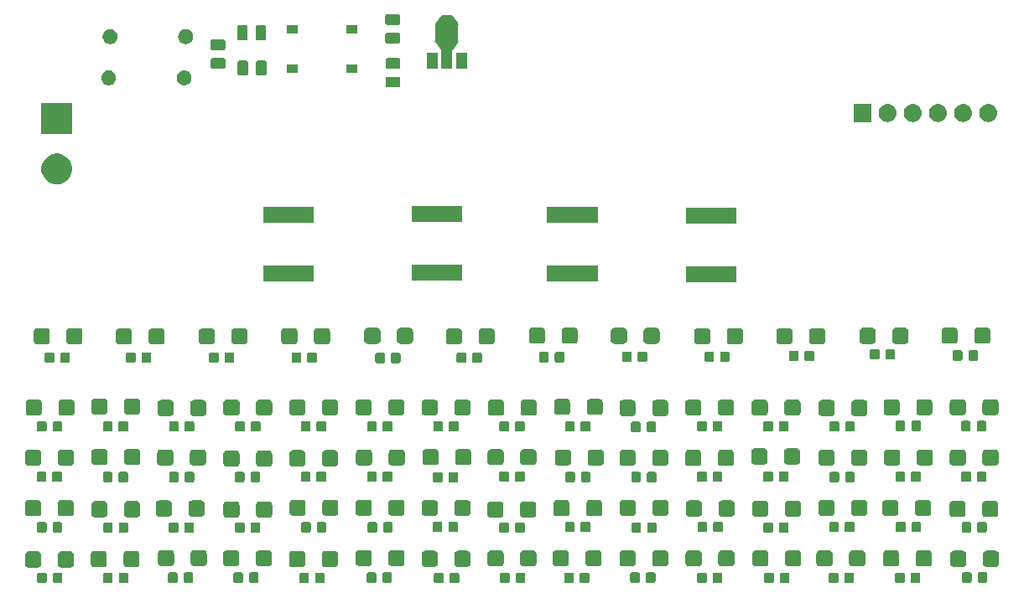
<source format=gbr>
G04 #@! TF.GenerationSoftware,KiCad,Pcbnew,5.0.2-bee76a0~70~ubuntu16.04.1*
G04 #@! TF.CreationDate,2020-01-20T17:48:56-08:00*
G04 #@! TF.ProjectId,clock,636c6f63-6b2e-46b6-9963-61645f706362,rev?*
G04 #@! TF.SameCoordinates,Original*
G04 #@! TF.FileFunction,Soldermask,Bot*
G04 #@! TF.FilePolarity,Negative*
%FSLAX46Y46*%
G04 Gerber Fmt 4.6, Leading zero omitted, Abs format (unit mm)*
G04 Created by KiCad (PCBNEW 5.0.2-bee76a0~70~ubuntu16.04.1) date Mon 20 Jan 2020 17:48:56 PST*
%MOMM*%
%LPD*%
G01*
G04 APERTURE LIST*
%ADD10C,0.100000*%
G04 APERTURE END LIST*
D10*
G36*
X115152491Y-132701085D02*
X115186469Y-132711393D01*
X115217787Y-132728133D01*
X115245239Y-132750661D01*
X115267767Y-132778113D01*
X115284507Y-132809431D01*
X115294815Y-132843409D01*
X115298900Y-132884890D01*
X115298900Y-133561110D01*
X115294815Y-133602591D01*
X115284507Y-133636569D01*
X115267767Y-133667887D01*
X115245239Y-133695339D01*
X115217787Y-133717867D01*
X115186469Y-133734607D01*
X115152491Y-133744915D01*
X115111010Y-133749000D01*
X114509790Y-133749000D01*
X114468309Y-133744915D01*
X114434331Y-133734607D01*
X114403013Y-133717867D01*
X114375561Y-133695339D01*
X114353033Y-133667887D01*
X114336293Y-133636569D01*
X114325985Y-133602591D01*
X114321900Y-133561110D01*
X114321900Y-132884890D01*
X114325985Y-132843409D01*
X114336293Y-132809431D01*
X114353033Y-132778113D01*
X114375561Y-132750661D01*
X114403013Y-132728133D01*
X114434331Y-132711393D01*
X114468309Y-132701085D01*
X114509790Y-132697000D01*
X115111010Y-132697000D01*
X115152491Y-132701085D01*
X115152491Y-132701085D01*
G37*
G36*
X66638291Y-132701085D02*
X66672269Y-132711393D01*
X66703587Y-132728133D01*
X66731039Y-132750661D01*
X66753567Y-132778113D01*
X66770307Y-132809431D01*
X66780615Y-132843409D01*
X66784700Y-132884890D01*
X66784700Y-133561110D01*
X66780615Y-133602591D01*
X66770307Y-133636569D01*
X66753567Y-133667887D01*
X66731039Y-133695339D01*
X66703587Y-133717867D01*
X66672269Y-133734607D01*
X66638291Y-133744915D01*
X66596810Y-133749000D01*
X65995590Y-133749000D01*
X65954109Y-133744915D01*
X65920131Y-133734607D01*
X65888813Y-133717867D01*
X65861361Y-133695339D01*
X65838833Y-133667887D01*
X65822093Y-133636569D01*
X65811785Y-133602591D01*
X65807700Y-133561110D01*
X65807700Y-132884890D01*
X65811785Y-132843409D01*
X65822093Y-132809431D01*
X65838833Y-132778113D01*
X65861361Y-132750661D01*
X65888813Y-132728133D01*
X65920131Y-132711393D01*
X65954109Y-132701085D01*
X65995590Y-132697000D01*
X66596810Y-132697000D01*
X66638291Y-132701085D01*
X66638291Y-132701085D01*
G37*
G36*
X68213291Y-132701085D02*
X68247269Y-132711393D01*
X68278587Y-132728133D01*
X68306039Y-132750661D01*
X68328567Y-132778113D01*
X68345307Y-132809431D01*
X68355615Y-132843409D01*
X68359700Y-132884890D01*
X68359700Y-133561110D01*
X68355615Y-133602591D01*
X68345307Y-133636569D01*
X68328567Y-133667887D01*
X68306039Y-133695339D01*
X68278587Y-133717867D01*
X68247269Y-133734607D01*
X68213291Y-133744915D01*
X68171810Y-133749000D01*
X67570590Y-133749000D01*
X67529109Y-133744915D01*
X67495131Y-133734607D01*
X67463813Y-133717867D01*
X67436361Y-133695339D01*
X67413833Y-133667887D01*
X67397093Y-133636569D01*
X67386785Y-133602591D01*
X67382700Y-133561110D01*
X67382700Y-132884890D01*
X67386785Y-132843409D01*
X67397093Y-132809431D01*
X67413833Y-132778113D01*
X67436361Y-132750661D01*
X67463813Y-132728133D01*
X67495131Y-132711393D01*
X67529109Y-132701085D01*
X67570590Y-132697000D01*
X68171810Y-132697000D01*
X68213291Y-132701085D01*
X68213291Y-132701085D01*
G37*
G36*
X80227291Y-132701085D02*
X80261269Y-132711393D01*
X80292587Y-132728133D01*
X80320039Y-132750661D01*
X80342567Y-132778113D01*
X80359307Y-132809431D01*
X80369615Y-132843409D01*
X80373700Y-132884890D01*
X80373700Y-133561110D01*
X80369615Y-133602591D01*
X80359307Y-133636569D01*
X80342567Y-133667887D01*
X80320039Y-133695339D01*
X80292587Y-133717867D01*
X80261269Y-133734607D01*
X80227291Y-133744915D01*
X80185810Y-133749000D01*
X79584590Y-133749000D01*
X79543109Y-133744915D01*
X79509131Y-133734607D01*
X79477813Y-133717867D01*
X79450361Y-133695339D01*
X79427833Y-133667887D01*
X79411093Y-133636569D01*
X79400785Y-133602591D01*
X79396700Y-133561110D01*
X79396700Y-132884890D01*
X79400785Y-132843409D01*
X79411093Y-132809431D01*
X79427833Y-132778113D01*
X79450361Y-132750661D01*
X79477813Y-132728133D01*
X79509131Y-132711393D01*
X79543109Y-132701085D01*
X79584590Y-132697000D01*
X80185810Y-132697000D01*
X80227291Y-132701085D01*
X80227291Y-132701085D01*
G37*
G36*
X81802291Y-132701085D02*
X81836269Y-132711393D01*
X81867587Y-132728133D01*
X81895039Y-132750661D01*
X81917567Y-132778113D01*
X81934307Y-132809431D01*
X81944615Y-132843409D01*
X81948700Y-132884890D01*
X81948700Y-133561110D01*
X81944615Y-133602591D01*
X81934307Y-133636569D01*
X81917567Y-133667887D01*
X81895039Y-133695339D01*
X81867587Y-133717867D01*
X81836269Y-133734607D01*
X81802291Y-133744915D01*
X81760810Y-133749000D01*
X81159590Y-133749000D01*
X81118109Y-133744915D01*
X81084131Y-133734607D01*
X81052813Y-133717867D01*
X81025361Y-133695339D01*
X81002833Y-133667887D01*
X80986093Y-133636569D01*
X80975785Y-133602591D01*
X80971700Y-133561110D01*
X80971700Y-132884890D01*
X80975785Y-132843409D01*
X80986093Y-132809431D01*
X81002833Y-132778113D01*
X81025361Y-132750661D01*
X81052813Y-132728133D01*
X81084131Y-132711393D01*
X81118109Y-132701085D01*
X81159590Y-132697000D01*
X81760810Y-132697000D01*
X81802291Y-132701085D01*
X81802291Y-132701085D01*
G37*
G36*
X46826291Y-132701085D02*
X46860269Y-132711393D01*
X46891587Y-132728133D01*
X46919039Y-132750661D01*
X46941567Y-132778113D01*
X46958307Y-132809431D01*
X46968615Y-132843409D01*
X46972700Y-132884890D01*
X46972700Y-133561110D01*
X46968615Y-133602591D01*
X46958307Y-133636569D01*
X46941567Y-133667887D01*
X46919039Y-133695339D01*
X46891587Y-133717867D01*
X46860269Y-133734607D01*
X46826291Y-133744915D01*
X46784810Y-133749000D01*
X46183590Y-133749000D01*
X46142109Y-133744915D01*
X46108131Y-133734607D01*
X46076813Y-133717867D01*
X46049361Y-133695339D01*
X46026833Y-133667887D01*
X46010093Y-133636569D01*
X45999785Y-133602591D01*
X45995700Y-133561110D01*
X45995700Y-132884890D01*
X45999785Y-132843409D01*
X46010093Y-132809431D01*
X46026833Y-132778113D01*
X46049361Y-132750661D01*
X46076813Y-132728133D01*
X46108131Y-132711393D01*
X46142109Y-132701085D01*
X46183590Y-132697000D01*
X46784810Y-132697000D01*
X46826291Y-132701085D01*
X46826291Y-132701085D01*
G37*
G36*
X48401291Y-132701085D02*
X48435269Y-132711393D01*
X48466587Y-132728133D01*
X48494039Y-132750661D01*
X48516567Y-132778113D01*
X48533307Y-132809431D01*
X48543615Y-132843409D01*
X48547700Y-132884890D01*
X48547700Y-133561110D01*
X48543615Y-133602591D01*
X48533307Y-133636569D01*
X48516567Y-133667887D01*
X48494039Y-133695339D01*
X48466587Y-133717867D01*
X48435269Y-133734607D01*
X48401291Y-133744915D01*
X48359810Y-133749000D01*
X47758590Y-133749000D01*
X47717109Y-133744915D01*
X47683131Y-133734607D01*
X47651813Y-133717867D01*
X47624361Y-133695339D01*
X47601833Y-133667887D01*
X47585093Y-133636569D01*
X47574785Y-133602591D01*
X47570700Y-133561110D01*
X47570700Y-132884890D01*
X47574785Y-132843409D01*
X47585093Y-132809431D01*
X47601833Y-132778113D01*
X47624361Y-132750661D01*
X47651813Y-132728133D01*
X47683131Y-132711393D01*
X47717109Y-132701085D01*
X47758590Y-132697000D01*
X48359810Y-132697000D01*
X48401291Y-132701085D01*
X48401291Y-132701085D01*
G37*
G36*
X113577491Y-132701085D02*
X113611469Y-132711393D01*
X113642787Y-132728133D01*
X113670239Y-132750661D01*
X113692767Y-132778113D01*
X113709507Y-132809431D01*
X113719815Y-132843409D01*
X113723900Y-132884890D01*
X113723900Y-133561110D01*
X113719815Y-133602591D01*
X113709507Y-133636569D01*
X113692767Y-133667887D01*
X113670239Y-133695339D01*
X113642787Y-133717867D01*
X113611469Y-133734607D01*
X113577491Y-133744915D01*
X113536010Y-133749000D01*
X112934790Y-133749000D01*
X112893309Y-133744915D01*
X112859331Y-133734607D01*
X112828013Y-133717867D01*
X112800561Y-133695339D01*
X112778033Y-133667887D01*
X112761293Y-133636569D01*
X112750985Y-133602591D01*
X112746900Y-133561110D01*
X112746900Y-132884890D01*
X112750985Y-132843409D01*
X112761293Y-132809431D01*
X112778033Y-132778113D01*
X112800561Y-132750661D01*
X112828013Y-132728133D01*
X112859331Y-132711393D01*
X112893309Y-132701085D01*
X112934790Y-132697000D01*
X113536010Y-132697000D01*
X113577491Y-132701085D01*
X113577491Y-132701085D01*
G37*
G36*
X93384491Y-132675685D02*
X93418469Y-132685993D01*
X93449787Y-132702733D01*
X93477239Y-132725261D01*
X93499767Y-132752713D01*
X93516507Y-132784031D01*
X93526815Y-132818009D01*
X93530900Y-132859490D01*
X93530900Y-133535710D01*
X93526815Y-133577191D01*
X93516507Y-133611169D01*
X93499767Y-133642487D01*
X93477239Y-133669939D01*
X93449787Y-133692467D01*
X93418469Y-133709207D01*
X93384491Y-133719515D01*
X93343010Y-133723600D01*
X92741790Y-133723600D01*
X92700309Y-133719515D01*
X92666331Y-133709207D01*
X92635013Y-133692467D01*
X92607561Y-133669939D01*
X92585033Y-133642487D01*
X92568293Y-133611169D01*
X92557985Y-133577191D01*
X92553900Y-133535710D01*
X92553900Y-132859490D01*
X92557985Y-132818009D01*
X92568293Y-132784031D01*
X92585033Y-132752713D01*
X92607561Y-132725261D01*
X92635013Y-132702733D01*
X92666331Y-132685993D01*
X92700309Y-132675685D01*
X92741790Y-132671600D01*
X93343010Y-132671600D01*
X93384491Y-132675685D01*
X93384491Y-132675685D01*
G37*
G36*
X86907491Y-132675685D02*
X86941469Y-132685993D01*
X86972787Y-132702733D01*
X87000239Y-132725261D01*
X87022767Y-132752713D01*
X87039507Y-132784031D01*
X87049815Y-132818009D01*
X87053900Y-132859490D01*
X87053900Y-133535710D01*
X87049815Y-133577191D01*
X87039507Y-133611169D01*
X87022767Y-133642487D01*
X87000239Y-133669939D01*
X86972787Y-133692467D01*
X86941469Y-133709207D01*
X86907491Y-133719515D01*
X86866010Y-133723600D01*
X86264790Y-133723600D01*
X86223309Y-133719515D01*
X86189331Y-133709207D01*
X86158013Y-133692467D01*
X86130561Y-133669939D01*
X86108033Y-133642487D01*
X86091293Y-133611169D01*
X86080985Y-133577191D01*
X86076900Y-133535710D01*
X86076900Y-132859490D01*
X86080985Y-132818009D01*
X86091293Y-132784031D01*
X86108033Y-132752713D01*
X86130561Y-132725261D01*
X86158013Y-132702733D01*
X86189331Y-132685993D01*
X86223309Y-132675685D01*
X86264790Y-132671600D01*
X86866010Y-132671600D01*
X86907491Y-132675685D01*
X86907491Y-132675685D01*
G37*
G36*
X88482491Y-132675685D02*
X88516469Y-132685993D01*
X88547787Y-132702733D01*
X88575239Y-132725261D01*
X88597767Y-132752713D01*
X88614507Y-132784031D01*
X88624815Y-132818009D01*
X88628900Y-132859490D01*
X88628900Y-133535710D01*
X88624815Y-133577191D01*
X88614507Y-133611169D01*
X88597767Y-133642487D01*
X88575239Y-133669939D01*
X88547787Y-133692467D01*
X88516469Y-133709207D01*
X88482491Y-133719515D01*
X88441010Y-133723600D01*
X87839790Y-133723600D01*
X87798309Y-133719515D01*
X87764331Y-133709207D01*
X87733013Y-133692467D01*
X87705561Y-133669939D01*
X87683033Y-133642487D01*
X87666293Y-133611169D01*
X87655985Y-133577191D01*
X87651900Y-133535710D01*
X87651900Y-132859490D01*
X87655985Y-132818009D01*
X87666293Y-132784031D01*
X87683033Y-132752713D01*
X87705561Y-132725261D01*
X87733013Y-132702733D01*
X87764331Y-132685993D01*
X87798309Y-132675685D01*
X87839790Y-132671600D01*
X88441010Y-132671600D01*
X88482491Y-132675685D01*
X88482491Y-132675685D01*
G37*
G36*
X41746491Y-132675685D02*
X41780469Y-132685993D01*
X41811787Y-132702733D01*
X41839239Y-132725261D01*
X41861767Y-132752713D01*
X41878507Y-132784031D01*
X41888815Y-132818009D01*
X41892900Y-132859490D01*
X41892900Y-133535710D01*
X41888815Y-133577191D01*
X41878507Y-133611169D01*
X41861767Y-133642487D01*
X41839239Y-133669939D01*
X41811787Y-133692467D01*
X41780469Y-133709207D01*
X41746491Y-133719515D01*
X41705010Y-133723600D01*
X41103790Y-133723600D01*
X41062309Y-133719515D01*
X41028331Y-133709207D01*
X40997013Y-133692467D01*
X40969561Y-133669939D01*
X40947033Y-133642487D01*
X40930293Y-133611169D01*
X40919985Y-133577191D01*
X40915900Y-133535710D01*
X40915900Y-132859490D01*
X40919985Y-132818009D01*
X40930293Y-132784031D01*
X40947033Y-132752713D01*
X40969561Y-132725261D01*
X40997013Y-132702733D01*
X41028331Y-132685993D01*
X41062309Y-132675685D01*
X41103790Y-132671600D01*
X41705010Y-132671600D01*
X41746491Y-132675685D01*
X41746491Y-132675685D01*
G37*
G36*
X40171491Y-132675685D02*
X40205469Y-132685993D01*
X40236787Y-132702733D01*
X40264239Y-132725261D01*
X40286767Y-132752713D01*
X40303507Y-132784031D01*
X40313815Y-132818009D01*
X40317900Y-132859490D01*
X40317900Y-133535710D01*
X40313815Y-133577191D01*
X40303507Y-133611169D01*
X40286767Y-133642487D01*
X40264239Y-133669939D01*
X40236787Y-133692467D01*
X40205469Y-133709207D01*
X40171491Y-133719515D01*
X40130010Y-133723600D01*
X39528790Y-133723600D01*
X39487309Y-133719515D01*
X39453331Y-133709207D01*
X39422013Y-133692467D01*
X39394561Y-133669939D01*
X39372033Y-133642487D01*
X39355293Y-133611169D01*
X39344985Y-133577191D01*
X39340900Y-133535710D01*
X39340900Y-132859490D01*
X39344985Y-132818009D01*
X39355293Y-132784031D01*
X39372033Y-132752713D01*
X39394561Y-132725261D01*
X39422013Y-132702733D01*
X39453331Y-132685993D01*
X39487309Y-132675685D01*
X39528790Y-132671600D01*
X40130010Y-132671600D01*
X40171491Y-132675685D01*
X40171491Y-132675685D01*
G37*
G36*
X126760091Y-132675685D02*
X126794069Y-132685993D01*
X126825387Y-132702733D01*
X126852839Y-132725261D01*
X126875367Y-132752713D01*
X126892107Y-132784031D01*
X126902415Y-132818009D01*
X126906500Y-132859490D01*
X126906500Y-133535710D01*
X126902415Y-133577191D01*
X126892107Y-133611169D01*
X126875367Y-133642487D01*
X126852839Y-133669939D01*
X126825387Y-133692467D01*
X126794069Y-133709207D01*
X126760091Y-133719515D01*
X126718610Y-133723600D01*
X126117390Y-133723600D01*
X126075909Y-133719515D01*
X126041931Y-133709207D01*
X126010613Y-133692467D01*
X125983161Y-133669939D01*
X125960633Y-133642487D01*
X125943893Y-133611169D01*
X125933585Y-133577191D01*
X125929500Y-133535710D01*
X125929500Y-132859490D01*
X125933585Y-132818009D01*
X125943893Y-132784031D01*
X125960633Y-132752713D01*
X125983161Y-132725261D01*
X126010613Y-132702733D01*
X126041931Y-132685993D01*
X126075909Y-132675685D01*
X126117390Y-132671600D01*
X126718610Y-132671600D01*
X126760091Y-132675685D01*
X126760091Y-132675685D01*
G37*
G36*
X128335091Y-132675685D02*
X128369069Y-132685993D01*
X128400387Y-132702733D01*
X128427839Y-132725261D01*
X128450367Y-132752713D01*
X128467107Y-132784031D01*
X128477415Y-132818009D01*
X128481500Y-132859490D01*
X128481500Y-133535710D01*
X128477415Y-133577191D01*
X128467107Y-133611169D01*
X128450367Y-133642487D01*
X128427839Y-133669939D01*
X128400387Y-133692467D01*
X128369069Y-133709207D01*
X128335091Y-133719515D01*
X128293610Y-133723600D01*
X127692390Y-133723600D01*
X127650909Y-133719515D01*
X127616931Y-133709207D01*
X127585613Y-133692467D01*
X127558161Y-133669939D01*
X127535633Y-133642487D01*
X127518893Y-133611169D01*
X127508585Y-133577191D01*
X127504500Y-133535710D01*
X127504500Y-132859490D01*
X127508585Y-132818009D01*
X127518893Y-132784031D01*
X127535633Y-132752713D01*
X127558161Y-132725261D01*
X127585613Y-132702733D01*
X127616931Y-132685993D01*
X127650909Y-132675685D01*
X127692390Y-132671600D01*
X128293610Y-132671600D01*
X128335091Y-132675685D01*
X128335091Y-132675685D01*
G37*
G36*
X121654891Y-132675685D02*
X121688869Y-132685993D01*
X121720187Y-132702733D01*
X121747639Y-132725261D01*
X121770167Y-132752713D01*
X121786907Y-132784031D01*
X121797215Y-132818009D01*
X121801300Y-132859490D01*
X121801300Y-133535710D01*
X121797215Y-133577191D01*
X121786907Y-133611169D01*
X121770167Y-133642487D01*
X121747639Y-133669939D01*
X121720187Y-133692467D01*
X121688869Y-133709207D01*
X121654891Y-133719515D01*
X121613410Y-133723600D01*
X121012190Y-133723600D01*
X120970709Y-133719515D01*
X120936731Y-133709207D01*
X120905413Y-133692467D01*
X120877961Y-133669939D01*
X120855433Y-133642487D01*
X120838693Y-133611169D01*
X120828385Y-133577191D01*
X120824300Y-133535710D01*
X120824300Y-132859490D01*
X120828385Y-132818009D01*
X120838693Y-132784031D01*
X120855433Y-132752713D01*
X120877961Y-132725261D01*
X120905413Y-132702733D01*
X120936731Y-132685993D01*
X120970709Y-132675685D01*
X121012190Y-132671600D01*
X121613410Y-132671600D01*
X121654891Y-132675685D01*
X121654891Y-132675685D01*
G37*
G36*
X108370691Y-132675685D02*
X108404669Y-132685993D01*
X108435987Y-132702733D01*
X108463439Y-132725261D01*
X108485967Y-132752713D01*
X108502707Y-132784031D01*
X108513015Y-132818009D01*
X108517100Y-132859490D01*
X108517100Y-133535710D01*
X108513015Y-133577191D01*
X108502707Y-133611169D01*
X108485967Y-133642487D01*
X108463439Y-133669939D01*
X108435987Y-133692467D01*
X108404669Y-133709207D01*
X108370691Y-133719515D01*
X108329210Y-133723600D01*
X107727990Y-133723600D01*
X107686509Y-133719515D01*
X107652531Y-133709207D01*
X107621213Y-133692467D01*
X107593761Y-133669939D01*
X107571233Y-133642487D01*
X107554493Y-133611169D01*
X107544185Y-133577191D01*
X107540100Y-133535710D01*
X107540100Y-132859490D01*
X107544185Y-132818009D01*
X107554493Y-132784031D01*
X107571233Y-132752713D01*
X107593761Y-132725261D01*
X107621213Y-132702733D01*
X107652531Y-132685993D01*
X107686509Y-132675685D01*
X107727990Y-132671600D01*
X108329210Y-132671600D01*
X108370691Y-132675685D01*
X108370691Y-132675685D01*
G37*
G36*
X106795691Y-132675685D02*
X106829669Y-132685993D01*
X106860987Y-132702733D01*
X106888439Y-132725261D01*
X106910967Y-132752713D01*
X106927707Y-132784031D01*
X106938015Y-132818009D01*
X106942100Y-132859490D01*
X106942100Y-133535710D01*
X106938015Y-133577191D01*
X106927707Y-133611169D01*
X106910967Y-133642487D01*
X106888439Y-133669939D01*
X106860987Y-133692467D01*
X106829669Y-133709207D01*
X106795691Y-133719515D01*
X106754210Y-133723600D01*
X106152990Y-133723600D01*
X106111509Y-133719515D01*
X106077531Y-133709207D01*
X106046213Y-133692467D01*
X106018761Y-133669939D01*
X105996233Y-133642487D01*
X105979493Y-133611169D01*
X105969185Y-133577191D01*
X105965100Y-133535710D01*
X105965100Y-132859490D01*
X105969185Y-132818009D01*
X105979493Y-132784031D01*
X105996233Y-132752713D01*
X106018761Y-132725261D01*
X106046213Y-132702733D01*
X106077531Y-132685993D01*
X106111509Y-132675685D01*
X106152990Y-132671600D01*
X106754210Y-132671600D01*
X106795691Y-132675685D01*
X106795691Y-132675685D01*
G37*
G36*
X94959491Y-132675685D02*
X94993469Y-132685993D01*
X95024787Y-132702733D01*
X95052239Y-132725261D01*
X95074767Y-132752713D01*
X95091507Y-132784031D01*
X95101815Y-132818009D01*
X95105900Y-132859490D01*
X95105900Y-133535710D01*
X95101815Y-133577191D01*
X95091507Y-133611169D01*
X95074767Y-133642487D01*
X95052239Y-133669939D01*
X95024787Y-133692467D01*
X94993469Y-133709207D01*
X94959491Y-133719515D01*
X94918010Y-133723600D01*
X94316790Y-133723600D01*
X94275309Y-133719515D01*
X94241331Y-133709207D01*
X94210013Y-133692467D01*
X94182561Y-133669939D01*
X94160033Y-133642487D01*
X94143293Y-133611169D01*
X94132985Y-133577191D01*
X94128900Y-133535710D01*
X94128900Y-132859490D01*
X94132985Y-132818009D01*
X94143293Y-132784031D01*
X94160033Y-132752713D01*
X94182561Y-132725261D01*
X94210013Y-132702733D01*
X94241331Y-132685993D01*
X94275309Y-132675685D01*
X94316790Y-132671600D01*
X94918010Y-132671600D01*
X94959491Y-132675685D01*
X94959491Y-132675685D01*
G37*
G36*
X120079891Y-132675685D02*
X120113869Y-132685993D01*
X120145187Y-132702733D01*
X120172639Y-132725261D01*
X120195167Y-132752713D01*
X120211907Y-132784031D01*
X120222215Y-132818009D01*
X120226300Y-132859490D01*
X120226300Y-133535710D01*
X120222215Y-133577191D01*
X120211907Y-133611169D01*
X120195167Y-133642487D01*
X120172639Y-133669939D01*
X120145187Y-133692467D01*
X120113869Y-133709207D01*
X120079891Y-133719515D01*
X120038410Y-133723600D01*
X119437190Y-133723600D01*
X119395709Y-133719515D01*
X119361731Y-133709207D01*
X119330413Y-133692467D01*
X119302961Y-133669939D01*
X119280433Y-133642487D01*
X119263693Y-133611169D01*
X119253385Y-133577191D01*
X119249300Y-133535710D01*
X119249300Y-132859490D01*
X119253385Y-132818009D01*
X119263693Y-132784031D01*
X119280433Y-132752713D01*
X119302961Y-132725261D01*
X119330413Y-132702733D01*
X119361731Y-132685993D01*
X119395709Y-132675685D01*
X119437190Y-132671600D01*
X120038410Y-132671600D01*
X120079891Y-132675685D01*
X120079891Y-132675685D01*
G37*
G36*
X133539591Y-132650285D02*
X133573569Y-132660593D01*
X133604887Y-132677333D01*
X133632339Y-132699861D01*
X133654867Y-132727313D01*
X133671607Y-132758631D01*
X133681915Y-132792609D01*
X133686000Y-132834090D01*
X133686000Y-133510310D01*
X133681915Y-133551791D01*
X133671607Y-133585769D01*
X133654867Y-133617087D01*
X133632339Y-133644539D01*
X133604887Y-133667067D01*
X133573569Y-133683807D01*
X133539591Y-133694115D01*
X133498110Y-133698200D01*
X132896890Y-133698200D01*
X132855409Y-133694115D01*
X132821431Y-133683807D01*
X132790113Y-133667067D01*
X132762661Y-133644539D01*
X132740133Y-133617087D01*
X132723393Y-133585769D01*
X132713085Y-133551791D01*
X132709000Y-133510310D01*
X132709000Y-132834090D01*
X132713085Y-132792609D01*
X132723393Y-132758631D01*
X132740133Y-132727313D01*
X132762661Y-132699861D01*
X132790113Y-132677333D01*
X132821431Y-132660593D01*
X132855409Y-132650285D01*
X132896890Y-132646200D01*
X133498110Y-132646200D01*
X133539591Y-132650285D01*
X133539591Y-132650285D01*
G37*
G36*
X135114591Y-132650285D02*
X135148569Y-132660593D01*
X135179887Y-132677333D01*
X135207339Y-132699861D01*
X135229867Y-132727313D01*
X135246607Y-132758631D01*
X135256915Y-132792609D01*
X135261000Y-132834090D01*
X135261000Y-133510310D01*
X135256915Y-133551791D01*
X135246607Y-133585769D01*
X135229867Y-133617087D01*
X135207339Y-133644539D01*
X135179887Y-133667067D01*
X135148569Y-133683807D01*
X135114591Y-133694115D01*
X135073110Y-133698200D01*
X134471890Y-133698200D01*
X134430409Y-133694115D01*
X134396431Y-133683807D01*
X134365113Y-133667067D01*
X134337661Y-133644539D01*
X134315133Y-133617087D01*
X134298393Y-133585769D01*
X134288085Y-133551791D01*
X134284000Y-133510310D01*
X134284000Y-132834090D01*
X134288085Y-132792609D01*
X134298393Y-132758631D01*
X134315133Y-132727313D01*
X134337661Y-132699861D01*
X134365113Y-132677333D01*
X134396431Y-132660593D01*
X134430409Y-132650285D01*
X134471890Y-132646200D01*
X135073110Y-132646200D01*
X135114591Y-132650285D01*
X135114591Y-132650285D01*
G37*
G36*
X101614291Y-132650285D02*
X101648269Y-132660593D01*
X101679587Y-132677333D01*
X101707039Y-132699861D01*
X101729567Y-132727313D01*
X101746307Y-132758631D01*
X101756615Y-132792609D01*
X101760700Y-132834090D01*
X101760700Y-133510310D01*
X101756615Y-133551791D01*
X101746307Y-133585769D01*
X101729567Y-133617087D01*
X101707039Y-133644539D01*
X101679587Y-133667067D01*
X101648269Y-133683807D01*
X101614291Y-133694115D01*
X101572810Y-133698200D01*
X100971590Y-133698200D01*
X100930109Y-133694115D01*
X100896131Y-133683807D01*
X100864813Y-133667067D01*
X100837361Y-133644539D01*
X100814833Y-133617087D01*
X100798093Y-133585769D01*
X100787785Y-133551791D01*
X100783700Y-133510310D01*
X100783700Y-132834090D01*
X100787785Y-132792609D01*
X100798093Y-132758631D01*
X100814833Y-132727313D01*
X100837361Y-132699861D01*
X100864813Y-132677333D01*
X100896131Y-132660593D01*
X100930109Y-132650285D01*
X100971590Y-132646200D01*
X101572810Y-132646200D01*
X101614291Y-132650285D01*
X101614291Y-132650285D01*
G37*
G36*
X100039291Y-132650285D02*
X100073269Y-132660593D01*
X100104587Y-132677333D01*
X100132039Y-132699861D01*
X100154567Y-132727313D01*
X100171307Y-132758631D01*
X100181615Y-132792609D01*
X100185700Y-132834090D01*
X100185700Y-133510310D01*
X100181615Y-133551791D01*
X100171307Y-133585769D01*
X100154567Y-133617087D01*
X100132039Y-133644539D01*
X100104587Y-133667067D01*
X100073269Y-133683807D01*
X100039291Y-133694115D01*
X99997810Y-133698200D01*
X99396590Y-133698200D01*
X99355109Y-133694115D01*
X99321131Y-133683807D01*
X99289813Y-133667067D01*
X99262361Y-133644539D01*
X99239833Y-133617087D01*
X99223093Y-133585769D01*
X99212785Y-133551791D01*
X99208700Y-133510310D01*
X99208700Y-132834090D01*
X99212785Y-132792609D01*
X99223093Y-132758631D01*
X99239833Y-132727313D01*
X99262361Y-132699861D01*
X99289813Y-132677333D01*
X99321131Y-132660593D01*
X99355109Y-132650285D01*
X99396590Y-132646200D01*
X99997810Y-132646200D01*
X100039291Y-132650285D01*
X100039291Y-132650285D01*
G37*
G36*
X73443191Y-132650285D02*
X73477169Y-132660593D01*
X73508487Y-132677333D01*
X73535939Y-132699861D01*
X73558467Y-132727313D01*
X73575207Y-132758631D01*
X73585515Y-132792609D01*
X73589600Y-132834090D01*
X73589600Y-133510310D01*
X73585515Y-133551791D01*
X73575207Y-133585769D01*
X73558467Y-133617087D01*
X73535939Y-133644539D01*
X73508487Y-133667067D01*
X73477169Y-133683807D01*
X73443191Y-133694115D01*
X73401710Y-133698200D01*
X72800490Y-133698200D01*
X72759009Y-133694115D01*
X72725031Y-133683807D01*
X72693713Y-133667067D01*
X72666261Y-133644539D01*
X72643733Y-133617087D01*
X72626993Y-133585769D01*
X72616685Y-133551791D01*
X72612600Y-133510310D01*
X72612600Y-132834090D01*
X72616685Y-132792609D01*
X72626993Y-132758631D01*
X72643733Y-132727313D01*
X72666261Y-132699861D01*
X72693713Y-132677333D01*
X72725031Y-132660593D01*
X72759009Y-132650285D01*
X72800490Y-132646200D01*
X73401710Y-132646200D01*
X73443191Y-132650285D01*
X73443191Y-132650285D01*
G37*
G36*
X59983491Y-132650285D02*
X60017469Y-132660593D01*
X60048787Y-132677333D01*
X60076239Y-132699861D01*
X60098767Y-132727313D01*
X60115507Y-132758631D01*
X60125815Y-132792609D01*
X60129900Y-132834090D01*
X60129900Y-133510310D01*
X60125815Y-133551791D01*
X60115507Y-133585769D01*
X60098767Y-133617087D01*
X60076239Y-133644539D01*
X60048787Y-133667067D01*
X60017469Y-133683807D01*
X59983491Y-133694115D01*
X59942010Y-133698200D01*
X59340790Y-133698200D01*
X59299309Y-133694115D01*
X59265331Y-133683807D01*
X59234013Y-133667067D01*
X59206561Y-133644539D01*
X59184033Y-133617087D01*
X59167293Y-133585769D01*
X59156985Y-133551791D01*
X59152900Y-133510310D01*
X59152900Y-132834090D01*
X59156985Y-132792609D01*
X59167293Y-132758631D01*
X59184033Y-132727313D01*
X59206561Y-132699861D01*
X59234013Y-132677333D01*
X59265331Y-132660593D01*
X59299309Y-132650285D01*
X59340790Y-132646200D01*
X59942010Y-132646200D01*
X59983491Y-132650285D01*
X59983491Y-132650285D01*
G37*
G36*
X61558491Y-132650285D02*
X61592469Y-132660593D01*
X61623787Y-132677333D01*
X61651239Y-132699861D01*
X61673767Y-132727313D01*
X61690507Y-132758631D01*
X61700815Y-132792609D01*
X61704900Y-132834090D01*
X61704900Y-133510310D01*
X61700815Y-133551791D01*
X61690507Y-133585769D01*
X61673767Y-133617087D01*
X61651239Y-133644539D01*
X61623787Y-133667067D01*
X61592469Y-133683807D01*
X61558491Y-133694115D01*
X61517010Y-133698200D01*
X60915790Y-133698200D01*
X60874309Y-133694115D01*
X60840331Y-133683807D01*
X60809013Y-133667067D01*
X60781561Y-133644539D01*
X60759033Y-133617087D01*
X60742293Y-133585769D01*
X60731985Y-133551791D01*
X60727900Y-133510310D01*
X60727900Y-132834090D01*
X60731985Y-132792609D01*
X60742293Y-132758631D01*
X60759033Y-132727313D01*
X60781561Y-132699861D01*
X60809013Y-132677333D01*
X60840331Y-132660593D01*
X60874309Y-132650285D01*
X60915790Y-132646200D01*
X61517010Y-132646200D01*
X61558491Y-132650285D01*
X61558491Y-132650285D01*
G37*
G36*
X53379491Y-132650285D02*
X53413469Y-132660593D01*
X53444787Y-132677333D01*
X53472239Y-132699861D01*
X53494767Y-132727313D01*
X53511507Y-132758631D01*
X53521815Y-132792609D01*
X53525900Y-132834090D01*
X53525900Y-133510310D01*
X53521815Y-133551791D01*
X53511507Y-133585769D01*
X53494767Y-133617087D01*
X53472239Y-133644539D01*
X53444787Y-133667067D01*
X53413469Y-133683807D01*
X53379491Y-133694115D01*
X53338010Y-133698200D01*
X52736790Y-133698200D01*
X52695309Y-133694115D01*
X52661331Y-133683807D01*
X52630013Y-133667067D01*
X52602561Y-133644539D01*
X52580033Y-133617087D01*
X52563293Y-133585769D01*
X52552985Y-133551791D01*
X52548900Y-133510310D01*
X52548900Y-132834090D01*
X52552985Y-132792609D01*
X52563293Y-132758631D01*
X52580033Y-132727313D01*
X52602561Y-132699861D01*
X52630013Y-132677333D01*
X52661331Y-132660593D01*
X52695309Y-132650285D01*
X52736790Y-132646200D01*
X53338010Y-132646200D01*
X53379491Y-132650285D01*
X53379491Y-132650285D01*
G37*
G36*
X54954491Y-132650285D02*
X54988469Y-132660593D01*
X55019787Y-132677333D01*
X55047239Y-132699861D01*
X55069767Y-132727313D01*
X55086507Y-132758631D01*
X55096815Y-132792609D01*
X55100900Y-132834090D01*
X55100900Y-133510310D01*
X55096815Y-133551791D01*
X55086507Y-133585769D01*
X55069767Y-133617087D01*
X55047239Y-133644539D01*
X55019787Y-133667067D01*
X54988469Y-133683807D01*
X54954491Y-133694115D01*
X54913010Y-133698200D01*
X54311790Y-133698200D01*
X54270309Y-133694115D01*
X54236331Y-133683807D01*
X54205013Y-133667067D01*
X54177561Y-133644539D01*
X54155033Y-133617087D01*
X54138293Y-133585769D01*
X54127985Y-133551791D01*
X54123900Y-133510310D01*
X54123900Y-132834090D01*
X54127985Y-132792609D01*
X54138293Y-132758631D01*
X54155033Y-132727313D01*
X54177561Y-132699861D01*
X54205013Y-132677333D01*
X54236331Y-132660593D01*
X54270309Y-132650285D01*
X54311790Y-132646200D01*
X54913010Y-132646200D01*
X54954491Y-132650285D01*
X54954491Y-132650285D01*
G37*
G36*
X75018191Y-132650285D02*
X75052169Y-132660593D01*
X75083487Y-132677333D01*
X75110939Y-132699861D01*
X75133467Y-132727313D01*
X75150207Y-132758631D01*
X75160515Y-132792609D01*
X75164600Y-132834090D01*
X75164600Y-133510310D01*
X75160515Y-133551791D01*
X75150207Y-133585769D01*
X75133467Y-133617087D01*
X75110939Y-133644539D01*
X75083487Y-133667067D01*
X75052169Y-133683807D01*
X75018191Y-133694115D01*
X74976710Y-133698200D01*
X74375490Y-133698200D01*
X74334009Y-133694115D01*
X74300031Y-133683807D01*
X74268713Y-133667067D01*
X74241261Y-133644539D01*
X74218733Y-133617087D01*
X74201993Y-133585769D01*
X74191685Y-133551791D01*
X74187600Y-133510310D01*
X74187600Y-132834090D01*
X74191685Y-132792609D01*
X74201993Y-132758631D01*
X74218733Y-132727313D01*
X74241261Y-132699861D01*
X74268713Y-132677333D01*
X74300031Y-132660593D01*
X74334009Y-132650285D01*
X74375490Y-132646200D01*
X74976710Y-132646200D01*
X75018191Y-132650285D01*
X75018191Y-132650285D01*
G37*
G36*
X42775193Y-130537603D02*
X42839614Y-130557144D01*
X42898976Y-130588875D01*
X42951017Y-130631583D01*
X42993725Y-130683624D01*
X43025456Y-130742986D01*
X43044997Y-130807407D01*
X43052200Y-130880541D01*
X43052200Y-131806259D01*
X43044997Y-131879393D01*
X43025456Y-131943814D01*
X42993725Y-132003176D01*
X42951017Y-132055217D01*
X42898976Y-132097925D01*
X42839614Y-132129656D01*
X42775193Y-132149197D01*
X42702059Y-132156400D01*
X41776341Y-132156400D01*
X41703207Y-132149197D01*
X41638786Y-132129656D01*
X41579424Y-132097925D01*
X41527383Y-132055217D01*
X41484675Y-132003176D01*
X41452944Y-131943814D01*
X41433403Y-131879393D01*
X41426200Y-131806259D01*
X41426200Y-130880541D01*
X41433403Y-130807407D01*
X41452944Y-130742986D01*
X41484675Y-130683624D01*
X41527383Y-130631583D01*
X41579424Y-130588875D01*
X41638786Y-130557144D01*
X41703207Y-130537603D01*
X41776341Y-130530400D01*
X42702059Y-130530400D01*
X42775193Y-130537603D01*
X42775193Y-130537603D01*
G37*
G36*
X39475193Y-130537603D02*
X39539614Y-130557144D01*
X39598976Y-130588875D01*
X39651017Y-130631583D01*
X39693725Y-130683624D01*
X39725456Y-130742986D01*
X39744997Y-130807407D01*
X39752200Y-130880541D01*
X39752200Y-131806259D01*
X39744997Y-131879393D01*
X39725456Y-131943814D01*
X39693725Y-132003176D01*
X39651017Y-132055217D01*
X39598976Y-132097925D01*
X39539614Y-132129656D01*
X39475193Y-132149197D01*
X39402059Y-132156400D01*
X38476341Y-132156400D01*
X38403207Y-132149197D01*
X38338786Y-132129656D01*
X38279424Y-132097925D01*
X38227383Y-132055217D01*
X38184675Y-132003176D01*
X38152944Y-131943814D01*
X38133403Y-131879393D01*
X38126200Y-131806259D01*
X38126200Y-130880541D01*
X38133403Y-130807407D01*
X38152944Y-130742986D01*
X38184675Y-130683624D01*
X38227383Y-130631583D01*
X38279424Y-130588875D01*
X38338786Y-130557144D01*
X38403207Y-130537603D01*
X38476341Y-130530400D01*
X39402059Y-130530400D01*
X39475193Y-130537603D01*
X39475193Y-130537603D01*
G37*
G36*
X69419793Y-130486803D02*
X69484214Y-130506344D01*
X69543576Y-130538075D01*
X69595617Y-130580783D01*
X69638325Y-130632824D01*
X69670056Y-130692186D01*
X69689597Y-130756607D01*
X69696800Y-130829741D01*
X69696800Y-131755459D01*
X69689597Y-131828593D01*
X69670056Y-131893014D01*
X69638325Y-131952376D01*
X69595617Y-132004417D01*
X69543576Y-132047125D01*
X69484214Y-132078856D01*
X69419793Y-132098397D01*
X69346659Y-132105600D01*
X68420941Y-132105600D01*
X68347807Y-132098397D01*
X68283386Y-132078856D01*
X68224024Y-132047125D01*
X68171983Y-132004417D01*
X68129275Y-131952376D01*
X68097544Y-131893014D01*
X68078003Y-131828593D01*
X68070800Y-131755459D01*
X68070800Y-130829741D01*
X68078003Y-130756607D01*
X68097544Y-130692186D01*
X68129275Y-130632824D01*
X68171983Y-130580783D01*
X68224024Y-130538075D01*
X68283386Y-130506344D01*
X68347807Y-130486803D01*
X68420941Y-130479600D01*
X69346659Y-130479600D01*
X69419793Y-130486803D01*
X69419793Y-130486803D01*
G37*
G36*
X46104593Y-130486803D02*
X46169014Y-130506344D01*
X46228376Y-130538075D01*
X46280417Y-130580783D01*
X46323125Y-130632824D01*
X46354856Y-130692186D01*
X46374397Y-130756607D01*
X46381600Y-130829741D01*
X46381600Y-131755459D01*
X46374397Y-131828593D01*
X46354856Y-131893014D01*
X46323125Y-131952376D01*
X46280417Y-132004417D01*
X46228376Y-132047125D01*
X46169014Y-132078856D01*
X46104593Y-132098397D01*
X46031459Y-132105600D01*
X45105741Y-132105600D01*
X45032607Y-132098397D01*
X44968186Y-132078856D01*
X44908824Y-132047125D01*
X44856783Y-132004417D01*
X44814075Y-131952376D01*
X44782344Y-131893014D01*
X44762803Y-131828593D01*
X44755600Y-131755459D01*
X44755600Y-130829741D01*
X44762803Y-130756607D01*
X44782344Y-130692186D01*
X44814075Y-130632824D01*
X44856783Y-130580783D01*
X44908824Y-130538075D01*
X44968186Y-130506344D01*
X45032607Y-130486803D01*
X45105741Y-130479600D01*
X46031459Y-130479600D01*
X46104593Y-130486803D01*
X46104593Y-130486803D01*
G37*
G36*
X49404593Y-130486803D02*
X49469014Y-130506344D01*
X49528376Y-130538075D01*
X49580417Y-130580783D01*
X49623125Y-130632824D01*
X49654856Y-130692186D01*
X49674397Y-130756607D01*
X49681600Y-130829741D01*
X49681600Y-131755459D01*
X49674397Y-131828593D01*
X49654856Y-131893014D01*
X49623125Y-131952376D01*
X49580417Y-132004417D01*
X49528376Y-132047125D01*
X49469014Y-132078856D01*
X49404593Y-132098397D01*
X49331459Y-132105600D01*
X48405741Y-132105600D01*
X48332607Y-132098397D01*
X48268186Y-132078856D01*
X48208824Y-132047125D01*
X48156783Y-132004417D01*
X48114075Y-131952376D01*
X48082344Y-131893014D01*
X48062803Y-131828593D01*
X48055600Y-131755459D01*
X48055600Y-130829741D01*
X48062803Y-130756607D01*
X48082344Y-130692186D01*
X48114075Y-130632824D01*
X48156783Y-130580783D01*
X48208824Y-130538075D01*
X48268186Y-130506344D01*
X48332607Y-130486803D01*
X48405741Y-130479600D01*
X49331459Y-130479600D01*
X49404593Y-130486803D01*
X49404593Y-130486803D01*
G37*
G36*
X66119793Y-130486803D02*
X66184214Y-130506344D01*
X66243576Y-130538075D01*
X66295617Y-130580783D01*
X66338325Y-130632824D01*
X66370056Y-130692186D01*
X66389597Y-130756607D01*
X66396800Y-130829741D01*
X66396800Y-131755459D01*
X66389597Y-131828593D01*
X66370056Y-131893014D01*
X66338325Y-131952376D01*
X66295617Y-132004417D01*
X66243576Y-132047125D01*
X66184214Y-132078856D01*
X66119793Y-132098397D01*
X66046659Y-132105600D01*
X65120941Y-132105600D01*
X65047807Y-132098397D01*
X64983386Y-132078856D01*
X64924024Y-132047125D01*
X64871983Y-132004417D01*
X64829275Y-131952376D01*
X64797544Y-131893014D01*
X64778003Y-131828593D01*
X64770800Y-131755459D01*
X64770800Y-130829741D01*
X64778003Y-130756607D01*
X64797544Y-130692186D01*
X64829275Y-130632824D01*
X64871983Y-130580783D01*
X64924024Y-130538075D01*
X64983386Y-130506344D01*
X65047807Y-130486803D01*
X65120941Y-130479600D01*
X66046659Y-130479600D01*
X66119793Y-130486803D01*
X66119793Y-130486803D01*
G37*
G36*
X79505593Y-130461403D02*
X79570014Y-130480944D01*
X79629376Y-130512675D01*
X79681417Y-130555383D01*
X79724125Y-130607424D01*
X79755856Y-130666786D01*
X79775396Y-130731205D01*
X79782600Y-130804341D01*
X79782600Y-131730059D01*
X79775397Y-131803193D01*
X79755856Y-131867613D01*
X79724125Y-131926976D01*
X79681417Y-131979017D01*
X79629376Y-132021725D01*
X79570014Y-132053456D01*
X79505593Y-132072997D01*
X79432459Y-132080200D01*
X78506741Y-132080200D01*
X78433607Y-132072997D01*
X78369186Y-132053456D01*
X78309824Y-132021725D01*
X78257783Y-131979017D01*
X78215075Y-131926976D01*
X78183344Y-131867613D01*
X78163803Y-131803193D01*
X78156600Y-131730059D01*
X78156600Y-130804341D01*
X78163804Y-130731205D01*
X78183344Y-130666786D01*
X78215075Y-130607424D01*
X78257783Y-130555383D01*
X78309824Y-130512675D01*
X78369186Y-130480944D01*
X78433607Y-130461403D01*
X78506741Y-130454200D01*
X79432459Y-130454200D01*
X79505593Y-130461403D01*
X79505593Y-130461403D01*
G37*
G36*
X82805593Y-130461403D02*
X82870014Y-130480944D01*
X82929376Y-130512675D01*
X82981417Y-130555383D01*
X83024125Y-130607424D01*
X83055856Y-130666786D01*
X83075396Y-130731205D01*
X83082600Y-130804341D01*
X83082600Y-131730059D01*
X83075397Y-131803193D01*
X83055856Y-131867613D01*
X83024125Y-131926976D01*
X82981417Y-131979017D01*
X82929376Y-132021725D01*
X82870014Y-132053456D01*
X82805593Y-132072997D01*
X82732459Y-132080200D01*
X81806741Y-132080200D01*
X81733607Y-132072997D01*
X81669186Y-132053456D01*
X81609824Y-132021725D01*
X81557783Y-131979017D01*
X81515075Y-131926976D01*
X81483344Y-131867613D01*
X81463803Y-131803193D01*
X81456600Y-131730059D01*
X81456600Y-130804341D01*
X81463804Y-130731205D01*
X81483344Y-130666786D01*
X81515075Y-130607424D01*
X81557783Y-130555383D01*
X81609824Y-130512675D01*
X81669186Y-130480944D01*
X81733607Y-130461403D01*
X81806741Y-130454200D01*
X82732459Y-130454200D01*
X82805593Y-130461403D01*
X82805593Y-130461403D01*
G37*
G36*
X136170993Y-130461403D02*
X136235414Y-130480944D01*
X136294776Y-130512675D01*
X136346817Y-130555383D01*
X136389525Y-130607424D01*
X136421256Y-130666786D01*
X136440796Y-130731205D01*
X136448000Y-130804341D01*
X136448000Y-131730059D01*
X136440797Y-131803193D01*
X136421256Y-131867613D01*
X136389525Y-131926976D01*
X136346817Y-131979017D01*
X136294776Y-132021725D01*
X136235414Y-132053456D01*
X136170993Y-132072997D01*
X136097859Y-132080200D01*
X135172141Y-132080200D01*
X135099007Y-132072997D01*
X135034586Y-132053456D01*
X134975224Y-132021725D01*
X134923183Y-131979017D01*
X134880475Y-131926976D01*
X134848744Y-131867613D01*
X134829203Y-131803193D01*
X134822000Y-131730059D01*
X134822000Y-130804341D01*
X134829204Y-130731205D01*
X134848744Y-130666786D01*
X134880475Y-130607424D01*
X134923183Y-130555383D01*
X134975224Y-130512675D01*
X135034586Y-130480944D01*
X135099007Y-130461403D01*
X135172141Y-130454200D01*
X136097859Y-130454200D01*
X136170993Y-130461403D01*
X136170993Y-130461403D01*
G37*
G36*
X132870993Y-130461403D02*
X132935414Y-130480944D01*
X132994776Y-130512675D01*
X133046817Y-130555383D01*
X133089525Y-130607424D01*
X133121256Y-130666786D01*
X133140796Y-130731205D01*
X133148000Y-130804341D01*
X133148000Y-131730059D01*
X133140797Y-131803193D01*
X133121256Y-131867613D01*
X133089525Y-131926976D01*
X133046817Y-131979017D01*
X132994776Y-132021725D01*
X132935414Y-132053456D01*
X132870993Y-132072997D01*
X132797859Y-132080200D01*
X131872141Y-132080200D01*
X131799007Y-132072997D01*
X131734586Y-132053456D01*
X131675224Y-132021725D01*
X131623183Y-131979017D01*
X131580475Y-131926976D01*
X131548744Y-131867613D01*
X131529203Y-131803193D01*
X131522000Y-131730059D01*
X131522000Y-130804341D01*
X131529204Y-130731205D01*
X131548744Y-130666786D01*
X131580475Y-130607424D01*
X131623183Y-130555383D01*
X131675224Y-130512675D01*
X131734586Y-130480944D01*
X131799007Y-130461403D01*
X131872141Y-130454200D01*
X132797859Y-130454200D01*
X132870993Y-130461403D01*
X132870993Y-130461403D01*
G37*
G36*
X109449193Y-130436003D02*
X109513614Y-130455544D01*
X109572976Y-130487275D01*
X109625017Y-130529983D01*
X109667725Y-130582024D01*
X109699456Y-130641386D01*
X109718997Y-130705807D01*
X109726200Y-130778941D01*
X109726200Y-131704659D01*
X109718997Y-131777793D01*
X109699456Y-131842214D01*
X109667725Y-131901576D01*
X109625017Y-131953617D01*
X109572976Y-131996325D01*
X109513614Y-132028056D01*
X109449193Y-132047597D01*
X109376059Y-132054800D01*
X108450341Y-132054800D01*
X108377207Y-132047597D01*
X108312786Y-132028056D01*
X108253424Y-131996325D01*
X108201383Y-131953617D01*
X108158675Y-131901576D01*
X108126944Y-131842214D01*
X108107403Y-131777793D01*
X108100200Y-131704659D01*
X108100200Y-130778941D01*
X108107403Y-130705807D01*
X108126944Y-130641386D01*
X108158675Y-130582024D01*
X108201383Y-130529983D01*
X108253424Y-130487275D01*
X108312786Y-130455544D01*
X108377207Y-130436003D01*
X108450341Y-130428800D01*
X109376059Y-130428800D01*
X109449193Y-130436003D01*
X109449193Y-130436003D01*
G37*
G36*
X106149193Y-130436003D02*
X106213614Y-130455544D01*
X106272976Y-130487275D01*
X106325017Y-130529983D01*
X106367725Y-130582024D01*
X106399456Y-130641386D01*
X106418997Y-130705807D01*
X106426200Y-130778941D01*
X106426200Y-131704659D01*
X106418997Y-131777793D01*
X106399456Y-131842214D01*
X106367725Y-131901576D01*
X106325017Y-131953617D01*
X106272976Y-131996325D01*
X106213614Y-132028056D01*
X106149193Y-132047597D01*
X106076059Y-132054800D01*
X105150341Y-132054800D01*
X105077207Y-132047597D01*
X105012786Y-132028056D01*
X104953424Y-131996325D01*
X104901383Y-131953617D01*
X104858675Y-131901576D01*
X104826944Y-131842214D01*
X104807403Y-131777793D01*
X104800200Y-131704659D01*
X104800200Y-130778941D01*
X104807403Y-130705807D01*
X104826944Y-130641386D01*
X104858675Y-130582024D01*
X104901383Y-130529983D01*
X104953424Y-130487275D01*
X105012786Y-130455544D01*
X105077207Y-130436003D01*
X105150341Y-130428800D01*
X106076059Y-130428800D01*
X106149193Y-130436003D01*
X106149193Y-130436003D01*
G37*
G36*
X126088193Y-130436003D02*
X126152614Y-130455544D01*
X126211976Y-130487275D01*
X126264017Y-130529983D01*
X126306725Y-130582024D01*
X126338456Y-130641386D01*
X126357997Y-130705807D01*
X126365200Y-130778941D01*
X126365200Y-131704659D01*
X126357997Y-131777793D01*
X126338456Y-131842214D01*
X126306725Y-131901576D01*
X126264017Y-131953617D01*
X126211976Y-131996325D01*
X126152614Y-132028056D01*
X126088193Y-132047597D01*
X126015059Y-132054800D01*
X125089341Y-132054800D01*
X125016207Y-132047597D01*
X124951786Y-132028056D01*
X124892424Y-131996325D01*
X124840383Y-131953617D01*
X124797675Y-131901576D01*
X124765944Y-131842214D01*
X124746403Y-131777793D01*
X124739200Y-131704659D01*
X124739200Y-130778941D01*
X124746403Y-130705807D01*
X124765944Y-130641386D01*
X124797675Y-130582024D01*
X124840383Y-130529983D01*
X124892424Y-130487275D01*
X124951786Y-130455544D01*
X125016207Y-130436003D01*
X125089341Y-130428800D01*
X126015059Y-130428800D01*
X126088193Y-130436003D01*
X126088193Y-130436003D01*
G37*
G36*
X129388193Y-130436003D02*
X129452614Y-130455544D01*
X129511976Y-130487275D01*
X129564017Y-130529983D01*
X129606725Y-130582024D01*
X129638456Y-130641386D01*
X129657997Y-130705807D01*
X129665200Y-130778941D01*
X129665200Y-131704659D01*
X129657997Y-131777793D01*
X129638456Y-131842214D01*
X129606725Y-131901576D01*
X129564017Y-131953617D01*
X129511976Y-131996325D01*
X129452614Y-132028056D01*
X129388193Y-132047597D01*
X129315059Y-132054800D01*
X128389341Y-132054800D01*
X128316207Y-132047597D01*
X128251786Y-132028056D01*
X128192424Y-131996325D01*
X128140383Y-131953617D01*
X128097675Y-131901576D01*
X128065944Y-131842214D01*
X128046403Y-131777793D01*
X128039200Y-131704659D01*
X128039200Y-130778941D01*
X128046403Y-130705807D01*
X128065944Y-130641386D01*
X128097675Y-130582024D01*
X128140383Y-130529983D01*
X128192424Y-130487275D01*
X128251786Y-130455544D01*
X128316207Y-130436003D01*
X128389341Y-130428800D01*
X129315059Y-130428800D01*
X129388193Y-130436003D01*
X129388193Y-130436003D01*
G37*
G36*
X62764993Y-130410603D02*
X62829414Y-130430144D01*
X62888776Y-130461875D01*
X62940817Y-130504583D01*
X62983525Y-130556624D01*
X63015256Y-130615986D01*
X63034796Y-130680405D01*
X63042000Y-130753541D01*
X63042000Y-131679259D01*
X63034797Y-131752393D01*
X63015256Y-131816813D01*
X62983525Y-131876176D01*
X62940817Y-131928217D01*
X62888776Y-131970925D01*
X62829414Y-132002656D01*
X62764993Y-132022197D01*
X62691859Y-132029400D01*
X61766141Y-132029400D01*
X61693007Y-132022197D01*
X61628586Y-132002656D01*
X61569224Y-131970925D01*
X61517183Y-131928217D01*
X61474475Y-131876176D01*
X61442744Y-131816813D01*
X61423203Y-131752393D01*
X61416000Y-131679259D01*
X61416000Y-130753541D01*
X61423204Y-130680405D01*
X61442744Y-130615986D01*
X61474475Y-130556624D01*
X61517183Y-130504583D01*
X61569224Y-130461875D01*
X61628586Y-130430144D01*
X61693007Y-130410603D01*
X61766141Y-130403400D01*
X62691859Y-130403400D01*
X62764993Y-130410603D01*
X62764993Y-130410603D01*
G37*
G36*
X59464993Y-130410603D02*
X59529414Y-130430144D01*
X59588776Y-130461875D01*
X59640817Y-130504583D01*
X59683525Y-130556624D01*
X59715256Y-130615986D01*
X59734796Y-130680405D01*
X59742000Y-130753541D01*
X59742000Y-131679259D01*
X59734797Y-131752393D01*
X59715256Y-131816813D01*
X59683525Y-131876176D01*
X59640817Y-131928217D01*
X59588776Y-131970925D01*
X59529414Y-132002656D01*
X59464993Y-132022197D01*
X59391859Y-132029400D01*
X58466141Y-132029400D01*
X58393007Y-132022197D01*
X58328586Y-132002656D01*
X58269224Y-131970925D01*
X58217183Y-131928217D01*
X58174475Y-131876176D01*
X58142744Y-131816813D01*
X58123203Y-131752393D01*
X58116000Y-131679259D01*
X58116000Y-130753541D01*
X58123204Y-130680405D01*
X58142744Y-130615986D01*
X58174475Y-130556624D01*
X58217183Y-130504583D01*
X58269224Y-130461875D01*
X58328586Y-130430144D01*
X58393007Y-130410603D01*
X58466141Y-130403400D01*
X59391859Y-130403400D01*
X59464993Y-130410603D01*
X59464993Y-130410603D01*
G37*
G36*
X122657193Y-130410603D02*
X122721614Y-130430144D01*
X122780976Y-130461875D01*
X122833017Y-130504583D01*
X122875725Y-130556624D01*
X122907456Y-130615986D01*
X122926996Y-130680405D01*
X122934200Y-130753541D01*
X122934200Y-131679259D01*
X122926997Y-131752393D01*
X122907456Y-131816813D01*
X122875725Y-131876176D01*
X122833017Y-131928217D01*
X122780976Y-131970925D01*
X122721614Y-132002656D01*
X122657193Y-132022197D01*
X122584059Y-132029400D01*
X121658341Y-132029400D01*
X121585207Y-132022197D01*
X121520786Y-132002656D01*
X121461424Y-131970925D01*
X121409383Y-131928217D01*
X121366675Y-131876176D01*
X121334944Y-131816813D01*
X121315403Y-131752393D01*
X121308200Y-131679259D01*
X121308200Y-130753541D01*
X121315404Y-130680405D01*
X121334944Y-130615986D01*
X121366675Y-130556624D01*
X121409383Y-130504583D01*
X121461424Y-130461875D01*
X121520786Y-130430144D01*
X121585207Y-130410603D01*
X121658341Y-130403400D01*
X122584059Y-130403400D01*
X122657193Y-130410603D01*
X122657193Y-130410603D01*
G37*
G36*
X119357193Y-130410603D02*
X119421614Y-130430144D01*
X119480976Y-130461875D01*
X119533017Y-130504583D01*
X119575725Y-130556624D01*
X119607456Y-130615986D01*
X119626996Y-130680405D01*
X119634200Y-130753541D01*
X119634200Y-131679259D01*
X119626997Y-131752393D01*
X119607456Y-131816813D01*
X119575725Y-131876176D01*
X119533017Y-131928217D01*
X119480976Y-131970925D01*
X119421614Y-132002656D01*
X119357193Y-132022197D01*
X119284059Y-132029400D01*
X118358341Y-132029400D01*
X118285207Y-132022197D01*
X118220786Y-132002656D01*
X118161424Y-131970925D01*
X118109383Y-131928217D01*
X118066675Y-131876176D01*
X118034944Y-131816813D01*
X118015403Y-131752393D01*
X118008200Y-131679259D01*
X118008200Y-130753541D01*
X118015404Y-130680405D01*
X118034944Y-130615986D01*
X118066675Y-130556624D01*
X118109383Y-130504583D01*
X118161424Y-130461875D01*
X118220786Y-130430144D01*
X118285207Y-130410603D01*
X118358341Y-130403400D01*
X119284059Y-130403400D01*
X119357193Y-130410603D01*
X119357193Y-130410603D01*
G37*
G36*
X112906593Y-130410603D02*
X112971014Y-130430144D01*
X113030376Y-130461875D01*
X113082417Y-130504583D01*
X113125125Y-130556624D01*
X113156856Y-130615986D01*
X113176396Y-130680405D01*
X113183600Y-130753541D01*
X113183600Y-131679259D01*
X113176397Y-131752393D01*
X113156856Y-131816813D01*
X113125125Y-131876176D01*
X113082417Y-131928217D01*
X113030376Y-131970925D01*
X112971014Y-132002656D01*
X112906593Y-132022197D01*
X112833459Y-132029400D01*
X111907741Y-132029400D01*
X111834607Y-132022197D01*
X111770186Y-132002656D01*
X111710824Y-131970925D01*
X111658783Y-131928217D01*
X111616075Y-131876176D01*
X111584344Y-131816813D01*
X111564803Y-131752393D01*
X111557600Y-131679259D01*
X111557600Y-130753541D01*
X111564804Y-130680405D01*
X111584344Y-130615986D01*
X111616075Y-130556624D01*
X111658783Y-130504583D01*
X111710824Y-130461875D01*
X111770186Y-130430144D01*
X111834607Y-130410603D01*
X111907741Y-130403400D01*
X112833459Y-130403400D01*
X112906593Y-130410603D01*
X112906593Y-130410603D01*
G37*
G36*
X116206593Y-130410603D02*
X116271014Y-130430144D01*
X116330376Y-130461875D01*
X116382417Y-130504583D01*
X116425125Y-130556624D01*
X116456856Y-130615986D01*
X116476396Y-130680405D01*
X116483600Y-130753541D01*
X116483600Y-131679259D01*
X116476397Y-131752393D01*
X116456856Y-131816813D01*
X116425125Y-131876176D01*
X116382417Y-131928217D01*
X116330376Y-131970925D01*
X116271014Y-132002656D01*
X116206593Y-132022197D01*
X116133459Y-132029400D01*
X115207741Y-132029400D01*
X115134607Y-132022197D01*
X115070186Y-132002656D01*
X115010824Y-131970925D01*
X114958783Y-131928217D01*
X114916075Y-131876176D01*
X114884344Y-131816813D01*
X114864803Y-131752393D01*
X114857600Y-131679259D01*
X114857600Y-130753541D01*
X114864804Y-130680405D01*
X114884344Y-130615986D01*
X114916075Y-130556624D01*
X114958783Y-130504583D01*
X115010824Y-130461875D01*
X115070186Y-130430144D01*
X115134607Y-130410603D01*
X115207741Y-130403400D01*
X116133459Y-130403400D01*
X116206593Y-130410603D01*
X116206593Y-130410603D01*
G37*
G36*
X102768993Y-130410603D02*
X102833414Y-130430144D01*
X102892776Y-130461875D01*
X102944817Y-130504583D01*
X102987525Y-130556624D01*
X103019256Y-130615986D01*
X103038796Y-130680405D01*
X103046000Y-130753541D01*
X103046000Y-131679259D01*
X103038797Y-131752393D01*
X103019256Y-131816813D01*
X102987525Y-131876176D01*
X102944817Y-131928217D01*
X102892776Y-131970925D01*
X102833414Y-132002656D01*
X102768993Y-132022197D01*
X102695859Y-132029400D01*
X101770141Y-132029400D01*
X101697007Y-132022197D01*
X101632586Y-132002656D01*
X101573224Y-131970925D01*
X101521183Y-131928217D01*
X101478475Y-131876176D01*
X101446744Y-131816813D01*
X101427203Y-131752393D01*
X101420000Y-131679259D01*
X101420000Y-130753541D01*
X101427204Y-130680405D01*
X101446744Y-130615986D01*
X101478475Y-130556624D01*
X101521183Y-130504583D01*
X101573224Y-130461875D01*
X101632586Y-130430144D01*
X101697007Y-130410603D01*
X101770141Y-130403400D01*
X102695859Y-130403400D01*
X102768993Y-130410603D01*
X102768993Y-130410603D01*
G37*
G36*
X99468993Y-130410603D02*
X99533414Y-130430144D01*
X99592776Y-130461875D01*
X99644817Y-130504583D01*
X99687525Y-130556624D01*
X99719256Y-130615986D01*
X99738796Y-130680405D01*
X99746000Y-130753541D01*
X99746000Y-131679259D01*
X99738797Y-131752393D01*
X99719256Y-131816813D01*
X99687525Y-131876176D01*
X99644817Y-131928217D01*
X99592776Y-131970925D01*
X99533414Y-132002656D01*
X99468993Y-132022197D01*
X99395859Y-132029400D01*
X98470141Y-132029400D01*
X98397007Y-132022197D01*
X98332586Y-132002656D01*
X98273224Y-131970925D01*
X98221183Y-131928217D01*
X98178475Y-131876176D01*
X98146744Y-131816813D01*
X98127203Y-131752393D01*
X98120000Y-131679259D01*
X98120000Y-130753541D01*
X98127204Y-130680405D01*
X98146744Y-130615986D01*
X98178475Y-130556624D01*
X98221183Y-130504583D01*
X98273224Y-130461875D01*
X98332586Y-130430144D01*
X98397007Y-130410603D01*
X98470141Y-130403400D01*
X99395859Y-130403400D01*
X99468993Y-130410603D01*
X99468993Y-130410603D01*
G37*
G36*
X92737993Y-130410603D02*
X92802414Y-130430144D01*
X92861776Y-130461875D01*
X92913817Y-130504583D01*
X92956525Y-130556624D01*
X92988256Y-130615986D01*
X93007796Y-130680405D01*
X93015000Y-130753541D01*
X93015000Y-131679259D01*
X93007797Y-131752393D01*
X92988256Y-131816813D01*
X92956525Y-131876176D01*
X92913817Y-131928217D01*
X92861776Y-131970925D01*
X92802414Y-132002656D01*
X92737993Y-132022197D01*
X92664859Y-132029400D01*
X91739141Y-132029400D01*
X91666007Y-132022197D01*
X91601586Y-132002656D01*
X91542224Y-131970925D01*
X91490183Y-131928217D01*
X91447475Y-131876176D01*
X91415744Y-131816813D01*
X91396203Y-131752393D01*
X91389000Y-131679259D01*
X91389000Y-130753541D01*
X91396204Y-130680405D01*
X91415744Y-130615986D01*
X91447475Y-130556624D01*
X91490183Y-130504583D01*
X91542224Y-130461875D01*
X91601586Y-130430144D01*
X91666007Y-130410603D01*
X91739141Y-130403400D01*
X92664859Y-130403400D01*
X92737993Y-130410603D01*
X92737993Y-130410603D01*
G37*
G36*
X86159393Y-130410603D02*
X86223814Y-130430144D01*
X86283176Y-130461875D01*
X86335217Y-130504583D01*
X86377925Y-130556624D01*
X86409656Y-130615986D01*
X86429196Y-130680405D01*
X86436400Y-130753541D01*
X86436400Y-131679259D01*
X86429197Y-131752393D01*
X86409656Y-131816813D01*
X86377925Y-131876176D01*
X86335217Y-131928217D01*
X86283176Y-131970925D01*
X86223814Y-132002656D01*
X86159393Y-132022197D01*
X86086259Y-132029400D01*
X85160541Y-132029400D01*
X85087407Y-132022197D01*
X85022986Y-132002656D01*
X84963624Y-131970925D01*
X84911583Y-131928217D01*
X84868875Y-131876176D01*
X84837144Y-131816813D01*
X84817603Y-131752393D01*
X84810400Y-131679259D01*
X84810400Y-130753541D01*
X84817604Y-130680405D01*
X84837144Y-130615986D01*
X84868875Y-130556624D01*
X84911583Y-130504583D01*
X84963624Y-130461875D01*
X85022986Y-130430144D01*
X85087407Y-130410603D01*
X85160541Y-130403400D01*
X86086259Y-130403400D01*
X86159393Y-130410603D01*
X86159393Y-130410603D01*
G37*
G36*
X89459393Y-130410603D02*
X89523814Y-130430144D01*
X89583176Y-130461875D01*
X89635217Y-130504583D01*
X89677925Y-130556624D01*
X89709656Y-130615986D01*
X89729196Y-130680405D01*
X89736400Y-130753541D01*
X89736400Y-131679259D01*
X89729197Y-131752393D01*
X89709656Y-131816813D01*
X89677925Y-131876176D01*
X89635217Y-131928217D01*
X89583176Y-131970925D01*
X89523814Y-132002656D01*
X89459393Y-132022197D01*
X89386259Y-132029400D01*
X88460541Y-132029400D01*
X88387407Y-132022197D01*
X88322986Y-132002656D01*
X88263624Y-131970925D01*
X88211583Y-131928217D01*
X88168875Y-131876176D01*
X88137144Y-131816813D01*
X88117603Y-131752393D01*
X88110400Y-131679259D01*
X88110400Y-130753541D01*
X88117604Y-130680405D01*
X88137144Y-130615986D01*
X88168875Y-130556624D01*
X88211583Y-130504583D01*
X88263624Y-130461875D01*
X88322986Y-130430144D01*
X88387407Y-130410603D01*
X88460541Y-130403400D01*
X89386259Y-130403400D01*
X89459393Y-130410603D01*
X89459393Y-130410603D01*
G37*
G36*
X96037993Y-130410603D02*
X96102414Y-130430144D01*
X96161776Y-130461875D01*
X96213817Y-130504583D01*
X96256525Y-130556624D01*
X96288256Y-130615986D01*
X96307796Y-130680405D01*
X96315000Y-130753541D01*
X96315000Y-131679259D01*
X96307797Y-131752393D01*
X96288256Y-131816813D01*
X96256525Y-131876176D01*
X96213817Y-131928217D01*
X96161776Y-131970925D01*
X96102414Y-132002656D01*
X96037993Y-132022197D01*
X95964859Y-132029400D01*
X95039141Y-132029400D01*
X94966007Y-132022197D01*
X94901586Y-132002656D01*
X94842224Y-131970925D01*
X94790183Y-131928217D01*
X94747475Y-131876176D01*
X94715744Y-131816813D01*
X94696203Y-131752393D01*
X94689000Y-131679259D01*
X94689000Y-130753541D01*
X94696204Y-130680405D01*
X94715744Y-130615986D01*
X94747475Y-130556624D01*
X94790183Y-130504583D01*
X94842224Y-130461875D01*
X94901586Y-130430144D01*
X94966007Y-130410603D01*
X95039141Y-130403400D01*
X95964859Y-130403400D01*
X96037993Y-130410603D01*
X96037993Y-130410603D01*
G37*
G36*
X56186393Y-130385203D02*
X56250814Y-130404744D01*
X56310176Y-130436475D01*
X56362217Y-130479183D01*
X56404925Y-130531224D01*
X56436656Y-130590586D01*
X56456196Y-130655005D01*
X56463400Y-130728141D01*
X56463400Y-131653859D01*
X56456197Y-131726993D01*
X56436656Y-131791413D01*
X56404925Y-131850776D01*
X56362217Y-131902817D01*
X56310176Y-131945525D01*
X56250814Y-131977256D01*
X56186393Y-131996797D01*
X56113259Y-132004000D01*
X55187541Y-132004000D01*
X55114407Y-131996797D01*
X55049986Y-131977256D01*
X54990624Y-131945525D01*
X54938583Y-131902817D01*
X54895875Y-131850776D01*
X54864144Y-131791413D01*
X54844603Y-131726993D01*
X54837400Y-131653859D01*
X54837400Y-130728141D01*
X54844604Y-130655005D01*
X54864144Y-130590586D01*
X54895875Y-130531224D01*
X54938583Y-130479183D01*
X54990624Y-130436475D01*
X55049986Y-130404744D01*
X55114407Y-130385203D01*
X55187541Y-130378000D01*
X56113259Y-130378000D01*
X56186393Y-130385203D01*
X56186393Y-130385203D01*
G37*
G36*
X52886393Y-130385203D02*
X52950814Y-130404744D01*
X53010176Y-130436475D01*
X53062217Y-130479183D01*
X53104925Y-130531224D01*
X53136656Y-130590586D01*
X53156196Y-130655005D01*
X53163400Y-130728141D01*
X53163400Y-131653859D01*
X53156197Y-131726993D01*
X53136656Y-131791413D01*
X53104925Y-131850776D01*
X53062217Y-131902817D01*
X53010176Y-131945525D01*
X52950814Y-131977256D01*
X52886393Y-131996797D01*
X52813259Y-132004000D01*
X51887541Y-132004000D01*
X51814407Y-131996797D01*
X51749986Y-131977256D01*
X51690624Y-131945525D01*
X51638583Y-131902817D01*
X51595875Y-131850776D01*
X51564144Y-131791413D01*
X51544603Y-131726993D01*
X51537400Y-131653859D01*
X51537400Y-130728141D01*
X51544604Y-130655005D01*
X51564144Y-130590586D01*
X51595875Y-130531224D01*
X51638583Y-130479183D01*
X51690624Y-130436475D01*
X51749986Y-130404744D01*
X51814407Y-130385203D01*
X51887541Y-130378000D01*
X52813259Y-130378000D01*
X52886393Y-130385203D01*
X52886393Y-130385203D01*
G37*
G36*
X72849793Y-130385203D02*
X72914214Y-130404744D01*
X72973576Y-130436475D01*
X73025617Y-130479183D01*
X73068325Y-130531224D01*
X73100056Y-130590586D01*
X73119596Y-130655005D01*
X73126800Y-130728141D01*
X73126800Y-131653859D01*
X73119597Y-131726993D01*
X73100056Y-131791413D01*
X73068325Y-131850776D01*
X73025617Y-131902817D01*
X72973576Y-131945525D01*
X72914214Y-131977256D01*
X72849793Y-131996797D01*
X72776659Y-132004000D01*
X71850941Y-132004000D01*
X71777807Y-131996797D01*
X71713386Y-131977256D01*
X71654024Y-131945525D01*
X71601983Y-131902817D01*
X71559275Y-131850776D01*
X71527544Y-131791413D01*
X71508003Y-131726993D01*
X71500800Y-131653859D01*
X71500800Y-130728141D01*
X71508004Y-130655005D01*
X71527544Y-130590586D01*
X71559275Y-130531224D01*
X71601983Y-130479183D01*
X71654024Y-130436475D01*
X71713386Y-130404744D01*
X71777807Y-130385203D01*
X71850941Y-130378000D01*
X72776659Y-130378000D01*
X72849793Y-130385203D01*
X72849793Y-130385203D01*
G37*
G36*
X76149793Y-130385203D02*
X76214214Y-130404744D01*
X76273576Y-130436475D01*
X76325617Y-130479183D01*
X76368325Y-130531224D01*
X76400056Y-130590586D01*
X76419596Y-130655005D01*
X76426800Y-130728141D01*
X76426800Y-131653859D01*
X76419597Y-131726993D01*
X76400056Y-131791413D01*
X76368325Y-131850776D01*
X76325617Y-131902817D01*
X76273576Y-131945525D01*
X76214214Y-131977256D01*
X76149793Y-131996797D01*
X76076659Y-132004000D01*
X75150941Y-132004000D01*
X75077807Y-131996797D01*
X75013386Y-131977256D01*
X74954024Y-131945525D01*
X74901983Y-131902817D01*
X74859275Y-131850776D01*
X74827544Y-131791413D01*
X74808003Y-131726993D01*
X74800800Y-131653859D01*
X74800800Y-130728141D01*
X74808004Y-130655005D01*
X74827544Y-130590586D01*
X74859275Y-130531224D01*
X74901983Y-130479183D01*
X74954024Y-130436475D01*
X75013386Y-130404744D01*
X75077807Y-130385203D01*
X75150941Y-130378000D01*
X76076659Y-130378000D01*
X76149793Y-130385203D01*
X76149793Y-130385203D01*
G37*
G36*
X61710891Y-127595685D02*
X61744869Y-127605993D01*
X61776187Y-127622733D01*
X61803639Y-127645261D01*
X61826167Y-127672713D01*
X61842907Y-127704031D01*
X61853215Y-127738009D01*
X61857300Y-127779490D01*
X61857300Y-128455710D01*
X61853215Y-128497191D01*
X61842907Y-128531169D01*
X61826167Y-128562487D01*
X61803639Y-128589939D01*
X61776187Y-128612467D01*
X61744869Y-128629207D01*
X61710891Y-128639515D01*
X61669410Y-128643600D01*
X61068190Y-128643600D01*
X61026709Y-128639515D01*
X60992731Y-128629207D01*
X60961413Y-128612467D01*
X60933961Y-128589939D01*
X60911433Y-128562487D01*
X60894693Y-128531169D01*
X60884385Y-128497191D01*
X60880300Y-128455710D01*
X60880300Y-127779490D01*
X60884385Y-127738009D01*
X60894693Y-127704031D01*
X60911433Y-127672713D01*
X60933961Y-127645261D01*
X60961413Y-127622733D01*
X60992731Y-127605993D01*
X61026709Y-127595685D01*
X61068190Y-127591600D01*
X61669410Y-127591600D01*
X61710891Y-127595685D01*
X61710891Y-127595685D01*
G37*
G36*
X48401291Y-127595685D02*
X48435269Y-127605993D01*
X48466587Y-127622733D01*
X48494039Y-127645261D01*
X48516567Y-127672713D01*
X48533307Y-127704031D01*
X48543615Y-127738009D01*
X48547700Y-127779490D01*
X48547700Y-128455710D01*
X48543615Y-128497191D01*
X48533307Y-128531169D01*
X48516567Y-128562487D01*
X48494039Y-128589939D01*
X48466587Y-128612467D01*
X48435269Y-128629207D01*
X48401291Y-128639515D01*
X48359810Y-128643600D01*
X47758590Y-128643600D01*
X47717109Y-128639515D01*
X47683131Y-128629207D01*
X47651813Y-128612467D01*
X47624361Y-128589939D01*
X47601833Y-128562487D01*
X47585093Y-128531169D01*
X47574785Y-128497191D01*
X47570700Y-128455710D01*
X47570700Y-127779490D01*
X47574785Y-127738009D01*
X47585093Y-127704031D01*
X47601833Y-127672713D01*
X47624361Y-127645261D01*
X47651813Y-127622733D01*
X47683131Y-127605993D01*
X47717109Y-127595685D01*
X47758590Y-127591600D01*
X48359810Y-127591600D01*
X48401291Y-127595685D01*
X48401291Y-127595685D01*
G37*
G36*
X113475891Y-127595685D02*
X113509869Y-127605993D01*
X113541187Y-127622733D01*
X113568639Y-127645261D01*
X113591167Y-127672713D01*
X113607907Y-127704031D01*
X113618215Y-127738009D01*
X113622300Y-127779490D01*
X113622300Y-128455710D01*
X113618215Y-128497191D01*
X113607907Y-128531169D01*
X113591167Y-128562487D01*
X113568639Y-128589939D01*
X113541187Y-128612467D01*
X113509869Y-128629207D01*
X113475891Y-128639515D01*
X113434410Y-128643600D01*
X112833190Y-128643600D01*
X112791709Y-128639515D01*
X112757731Y-128629207D01*
X112726413Y-128612467D01*
X112698961Y-128589939D01*
X112676433Y-128562487D01*
X112659693Y-128531169D01*
X112649385Y-128497191D01*
X112645300Y-128455710D01*
X112645300Y-127779490D01*
X112649385Y-127738009D01*
X112659693Y-127704031D01*
X112676433Y-127672713D01*
X112698961Y-127645261D01*
X112726413Y-127622733D01*
X112757731Y-127605993D01*
X112791709Y-127595685D01*
X112833190Y-127591600D01*
X113434410Y-127591600D01*
X113475891Y-127595685D01*
X113475891Y-127595685D01*
G37*
G36*
X115050891Y-127595685D02*
X115084869Y-127605993D01*
X115116187Y-127622733D01*
X115143639Y-127645261D01*
X115166167Y-127672713D01*
X115182907Y-127704031D01*
X115193215Y-127738009D01*
X115197300Y-127779490D01*
X115197300Y-128455710D01*
X115193215Y-128497191D01*
X115182907Y-128531169D01*
X115166167Y-128562487D01*
X115143639Y-128589939D01*
X115116187Y-128612467D01*
X115084869Y-128629207D01*
X115050891Y-128639515D01*
X115009410Y-128643600D01*
X114408190Y-128643600D01*
X114366709Y-128639515D01*
X114332731Y-128629207D01*
X114301413Y-128612467D01*
X114273961Y-128589939D01*
X114251433Y-128562487D01*
X114234693Y-128531169D01*
X114224385Y-128497191D01*
X114220300Y-128455710D01*
X114220300Y-127779490D01*
X114224385Y-127738009D01*
X114234693Y-127704031D01*
X114251433Y-127672713D01*
X114273961Y-127645261D01*
X114301413Y-127622733D01*
X114332731Y-127605993D01*
X114366709Y-127595685D01*
X114408190Y-127591600D01*
X115009410Y-127591600D01*
X115050891Y-127595685D01*
X115050891Y-127595685D01*
G37*
G36*
X101741291Y-127595685D02*
X101775269Y-127605993D01*
X101806587Y-127622733D01*
X101834039Y-127645261D01*
X101856567Y-127672713D01*
X101873307Y-127704031D01*
X101883615Y-127738009D01*
X101887700Y-127779490D01*
X101887700Y-128455710D01*
X101883615Y-128497191D01*
X101873307Y-128531169D01*
X101856567Y-128562487D01*
X101834039Y-128589939D01*
X101806587Y-128612467D01*
X101775269Y-128629207D01*
X101741291Y-128639515D01*
X101699810Y-128643600D01*
X101098590Y-128643600D01*
X101057109Y-128639515D01*
X101023131Y-128629207D01*
X100991813Y-128612467D01*
X100964361Y-128589939D01*
X100941833Y-128562487D01*
X100925093Y-128531169D01*
X100914785Y-128497191D01*
X100910700Y-128455710D01*
X100910700Y-127779490D01*
X100914785Y-127738009D01*
X100925093Y-127704031D01*
X100941833Y-127672713D01*
X100964361Y-127645261D01*
X100991813Y-127622733D01*
X101023131Y-127605993D01*
X101057109Y-127595685D01*
X101098590Y-127591600D01*
X101699810Y-127591600D01*
X101741291Y-127595685D01*
X101741291Y-127595685D01*
G37*
G36*
X100166291Y-127595685D02*
X100200269Y-127605993D01*
X100231587Y-127622733D01*
X100259039Y-127645261D01*
X100281567Y-127672713D01*
X100298307Y-127704031D01*
X100308615Y-127738009D01*
X100312700Y-127779490D01*
X100312700Y-128455710D01*
X100308615Y-128497191D01*
X100298307Y-128531169D01*
X100281567Y-128562487D01*
X100259039Y-128589939D01*
X100231587Y-128612467D01*
X100200269Y-128629207D01*
X100166291Y-128639515D01*
X100124810Y-128643600D01*
X99523590Y-128643600D01*
X99482109Y-128639515D01*
X99448131Y-128629207D01*
X99416813Y-128612467D01*
X99389361Y-128589939D01*
X99366833Y-128562487D01*
X99350093Y-128531169D01*
X99339785Y-128497191D01*
X99335700Y-128455710D01*
X99335700Y-127779490D01*
X99339785Y-127738009D01*
X99350093Y-127704031D01*
X99366833Y-127672713D01*
X99389361Y-127645261D01*
X99416813Y-127622733D01*
X99448131Y-127605993D01*
X99482109Y-127595685D01*
X99523590Y-127591600D01*
X100124810Y-127591600D01*
X100166291Y-127595685D01*
X100166291Y-127595685D01*
G37*
G36*
X86831291Y-127595685D02*
X86865269Y-127605993D01*
X86896587Y-127622733D01*
X86924039Y-127645261D01*
X86946567Y-127672713D01*
X86963307Y-127704031D01*
X86973615Y-127738009D01*
X86977700Y-127779490D01*
X86977700Y-128455710D01*
X86973615Y-128497191D01*
X86963307Y-128531169D01*
X86946567Y-128562487D01*
X86924039Y-128589939D01*
X86896587Y-128612467D01*
X86865269Y-128629207D01*
X86831291Y-128639515D01*
X86789810Y-128643600D01*
X86188590Y-128643600D01*
X86147109Y-128639515D01*
X86113131Y-128629207D01*
X86081813Y-128612467D01*
X86054361Y-128589939D01*
X86031833Y-128562487D01*
X86015093Y-128531169D01*
X86004785Y-128497191D01*
X86000700Y-128455710D01*
X86000700Y-127779490D01*
X86004785Y-127738009D01*
X86015093Y-127704031D01*
X86031833Y-127672713D01*
X86054361Y-127645261D01*
X86081813Y-127622733D01*
X86113131Y-127605993D01*
X86147109Y-127595685D01*
X86188590Y-127591600D01*
X86789810Y-127591600D01*
X86831291Y-127595685D01*
X86831291Y-127595685D01*
G37*
G36*
X60135891Y-127595685D02*
X60169869Y-127605993D01*
X60201187Y-127622733D01*
X60228639Y-127645261D01*
X60251167Y-127672713D01*
X60267907Y-127704031D01*
X60278215Y-127738009D01*
X60282300Y-127779490D01*
X60282300Y-128455710D01*
X60278215Y-128497191D01*
X60267907Y-128531169D01*
X60251167Y-128562487D01*
X60228639Y-128589939D01*
X60201187Y-128612467D01*
X60169869Y-128629207D01*
X60135891Y-128639515D01*
X60094410Y-128643600D01*
X59493190Y-128643600D01*
X59451709Y-128639515D01*
X59417731Y-128629207D01*
X59386413Y-128612467D01*
X59358961Y-128589939D01*
X59336433Y-128562487D01*
X59319693Y-128531169D01*
X59309385Y-128497191D01*
X59305300Y-128455710D01*
X59305300Y-127779490D01*
X59309385Y-127738009D01*
X59319693Y-127704031D01*
X59336433Y-127672713D01*
X59358961Y-127645261D01*
X59386413Y-127622733D01*
X59417731Y-127605993D01*
X59451709Y-127595685D01*
X59493190Y-127591600D01*
X60094410Y-127591600D01*
X60135891Y-127595685D01*
X60135891Y-127595685D01*
G37*
G36*
X46826291Y-127595685D02*
X46860269Y-127605993D01*
X46891587Y-127622733D01*
X46919039Y-127645261D01*
X46941567Y-127672713D01*
X46958307Y-127704031D01*
X46968615Y-127738009D01*
X46972700Y-127779490D01*
X46972700Y-128455710D01*
X46968615Y-128497191D01*
X46958307Y-128531169D01*
X46941567Y-128562487D01*
X46919039Y-128589939D01*
X46891587Y-128612467D01*
X46860269Y-128629207D01*
X46826291Y-128639515D01*
X46784810Y-128643600D01*
X46183590Y-128643600D01*
X46142109Y-128639515D01*
X46108131Y-128629207D01*
X46076813Y-128612467D01*
X46049361Y-128589939D01*
X46026833Y-128562487D01*
X46010093Y-128531169D01*
X45999785Y-128497191D01*
X45995700Y-128455710D01*
X45995700Y-127779490D01*
X45999785Y-127738009D01*
X46010093Y-127704031D01*
X46026833Y-127672713D01*
X46049361Y-127645261D01*
X46076813Y-127622733D01*
X46108131Y-127605993D01*
X46142109Y-127595685D01*
X46183590Y-127591600D01*
X46784810Y-127591600D01*
X46826291Y-127595685D01*
X46826291Y-127595685D01*
G37*
G36*
X53455691Y-127595685D02*
X53489669Y-127605993D01*
X53520987Y-127622733D01*
X53548439Y-127645261D01*
X53570967Y-127672713D01*
X53587707Y-127704031D01*
X53598015Y-127738009D01*
X53602100Y-127779490D01*
X53602100Y-128455710D01*
X53598015Y-128497191D01*
X53587707Y-128531169D01*
X53570967Y-128562487D01*
X53548439Y-128589939D01*
X53520987Y-128612467D01*
X53489669Y-128629207D01*
X53455691Y-128639515D01*
X53414210Y-128643600D01*
X52812990Y-128643600D01*
X52771509Y-128639515D01*
X52737531Y-128629207D01*
X52706213Y-128612467D01*
X52678761Y-128589939D01*
X52656233Y-128562487D01*
X52639493Y-128531169D01*
X52629185Y-128497191D01*
X52625100Y-128455710D01*
X52625100Y-127779490D01*
X52629185Y-127738009D01*
X52639493Y-127704031D01*
X52656233Y-127672713D01*
X52678761Y-127645261D01*
X52706213Y-127622733D01*
X52737531Y-127605993D01*
X52771509Y-127595685D01*
X52812990Y-127591600D01*
X53414210Y-127591600D01*
X53455691Y-127595685D01*
X53455691Y-127595685D01*
G37*
G36*
X55030691Y-127595685D02*
X55064669Y-127605993D01*
X55095987Y-127622733D01*
X55123439Y-127645261D01*
X55145967Y-127672713D01*
X55162707Y-127704031D01*
X55173015Y-127738009D01*
X55177100Y-127779490D01*
X55177100Y-128455710D01*
X55173015Y-128497191D01*
X55162707Y-128531169D01*
X55145967Y-128562487D01*
X55123439Y-128589939D01*
X55095987Y-128612467D01*
X55064669Y-128629207D01*
X55030691Y-128639515D01*
X54989210Y-128643600D01*
X54387990Y-128643600D01*
X54346509Y-128639515D01*
X54312531Y-128629207D01*
X54281213Y-128612467D01*
X54253761Y-128589939D01*
X54231233Y-128562487D01*
X54214493Y-128531169D01*
X54204185Y-128497191D01*
X54200100Y-128455710D01*
X54200100Y-127779490D01*
X54204185Y-127738009D01*
X54214493Y-127704031D01*
X54231233Y-127672713D01*
X54253761Y-127645261D01*
X54281213Y-127622733D01*
X54312531Y-127605993D01*
X54346509Y-127595685D01*
X54387990Y-127591600D01*
X54989210Y-127591600D01*
X55030691Y-127595685D01*
X55030691Y-127595685D01*
G37*
G36*
X88406291Y-127595685D02*
X88440269Y-127605993D01*
X88471587Y-127622733D01*
X88499039Y-127645261D01*
X88521567Y-127672713D01*
X88538307Y-127704031D01*
X88548615Y-127738009D01*
X88552700Y-127779490D01*
X88552700Y-128455710D01*
X88548615Y-128497191D01*
X88538307Y-128531169D01*
X88521567Y-128562487D01*
X88499039Y-128589939D01*
X88471587Y-128612467D01*
X88440269Y-128629207D01*
X88406291Y-128639515D01*
X88364810Y-128643600D01*
X87763590Y-128643600D01*
X87722109Y-128639515D01*
X87688131Y-128629207D01*
X87656813Y-128612467D01*
X87629361Y-128589939D01*
X87606833Y-128562487D01*
X87590093Y-128531169D01*
X87579785Y-128497191D01*
X87575700Y-128455710D01*
X87575700Y-127779490D01*
X87579785Y-127738009D01*
X87590093Y-127704031D01*
X87606833Y-127672713D01*
X87629361Y-127645261D01*
X87656813Y-127622733D01*
X87688131Y-127605993D01*
X87722109Y-127595685D01*
X87763590Y-127591600D01*
X88364810Y-127591600D01*
X88406291Y-127595685D01*
X88406291Y-127595685D01*
G37*
G36*
X40146091Y-127570285D02*
X40180069Y-127580593D01*
X40211387Y-127597333D01*
X40238839Y-127619861D01*
X40261367Y-127647313D01*
X40278107Y-127678631D01*
X40288415Y-127712609D01*
X40292500Y-127754090D01*
X40292500Y-128430310D01*
X40288415Y-128471791D01*
X40278107Y-128505769D01*
X40261367Y-128537087D01*
X40238839Y-128564539D01*
X40211387Y-128587067D01*
X40180069Y-128603807D01*
X40146091Y-128614115D01*
X40104610Y-128618200D01*
X39503390Y-128618200D01*
X39461909Y-128614115D01*
X39427931Y-128603807D01*
X39396613Y-128587067D01*
X39369161Y-128564539D01*
X39346633Y-128537087D01*
X39329893Y-128505769D01*
X39319585Y-128471791D01*
X39315500Y-128430310D01*
X39315500Y-127754090D01*
X39319585Y-127712609D01*
X39329893Y-127678631D01*
X39346633Y-127647313D01*
X39369161Y-127619861D01*
X39396613Y-127597333D01*
X39427931Y-127580593D01*
X39461909Y-127570285D01*
X39503390Y-127566200D01*
X40104610Y-127566200D01*
X40146091Y-127570285D01*
X40146091Y-127570285D01*
G37*
G36*
X135066091Y-127570285D02*
X135100069Y-127580593D01*
X135131387Y-127597333D01*
X135158839Y-127619861D01*
X135181367Y-127647313D01*
X135198107Y-127678631D01*
X135208415Y-127712609D01*
X135212500Y-127754090D01*
X135212500Y-128430310D01*
X135208415Y-128471791D01*
X135198107Y-128505769D01*
X135181367Y-128537087D01*
X135158839Y-128564539D01*
X135131387Y-128587067D01*
X135100069Y-128603807D01*
X135066091Y-128614115D01*
X135024610Y-128618200D01*
X134423390Y-128618200D01*
X134381909Y-128614115D01*
X134347931Y-128603807D01*
X134316613Y-128587067D01*
X134289161Y-128564539D01*
X134266633Y-128537087D01*
X134249893Y-128505769D01*
X134239585Y-128471791D01*
X134235500Y-128430310D01*
X134235500Y-127754090D01*
X134239585Y-127712609D01*
X134249893Y-127678631D01*
X134266633Y-127647313D01*
X134289161Y-127619861D01*
X134316613Y-127597333D01*
X134347931Y-127580593D01*
X134381909Y-127570285D01*
X134423390Y-127566200D01*
X135024610Y-127566200D01*
X135066091Y-127570285D01*
X135066091Y-127570285D01*
G37*
G36*
X133491091Y-127570285D02*
X133525069Y-127580593D01*
X133556387Y-127597333D01*
X133583839Y-127619861D01*
X133606367Y-127647313D01*
X133623107Y-127678631D01*
X133633415Y-127712609D01*
X133637500Y-127754090D01*
X133637500Y-128430310D01*
X133633415Y-128471791D01*
X133623107Y-128505769D01*
X133606367Y-128537087D01*
X133583839Y-128564539D01*
X133556387Y-128587067D01*
X133525069Y-128603807D01*
X133491091Y-128614115D01*
X133449610Y-128618200D01*
X132848390Y-128618200D01*
X132806909Y-128614115D01*
X132772931Y-128603807D01*
X132741613Y-128587067D01*
X132714161Y-128564539D01*
X132691633Y-128537087D01*
X132674893Y-128505769D01*
X132664585Y-128471791D01*
X132660500Y-128430310D01*
X132660500Y-127754090D01*
X132664585Y-127712609D01*
X132674893Y-127678631D01*
X132691633Y-127647313D01*
X132714161Y-127619861D01*
X132741613Y-127597333D01*
X132772931Y-127580593D01*
X132806909Y-127570285D01*
X132848390Y-127566200D01*
X133449610Y-127566200D01*
X133491091Y-127570285D01*
X133491091Y-127570285D01*
G37*
G36*
X68391091Y-127570285D02*
X68425069Y-127580593D01*
X68456387Y-127597333D01*
X68483839Y-127619861D01*
X68506367Y-127647313D01*
X68523107Y-127678631D01*
X68533415Y-127712609D01*
X68537500Y-127754090D01*
X68537500Y-128430310D01*
X68533415Y-128471791D01*
X68523107Y-128505769D01*
X68506367Y-128537087D01*
X68483839Y-128564539D01*
X68456387Y-128587067D01*
X68425069Y-128603807D01*
X68391091Y-128614115D01*
X68349610Y-128618200D01*
X67748390Y-128618200D01*
X67706909Y-128614115D01*
X67672931Y-128603807D01*
X67641613Y-128587067D01*
X67614161Y-128564539D01*
X67591633Y-128537087D01*
X67574893Y-128505769D01*
X67564585Y-128471791D01*
X67560500Y-128430310D01*
X67560500Y-127754090D01*
X67564585Y-127712609D01*
X67574893Y-127678631D01*
X67591633Y-127647313D01*
X67614161Y-127619861D01*
X67641613Y-127597333D01*
X67672931Y-127580593D01*
X67706909Y-127570285D01*
X67748390Y-127566200D01*
X68349610Y-127566200D01*
X68391091Y-127570285D01*
X68391091Y-127570285D01*
G37*
G36*
X41721091Y-127570285D02*
X41755069Y-127580593D01*
X41786387Y-127597333D01*
X41813839Y-127619861D01*
X41836367Y-127647313D01*
X41853107Y-127678631D01*
X41863415Y-127712609D01*
X41867500Y-127754090D01*
X41867500Y-128430310D01*
X41863415Y-128471791D01*
X41853107Y-128505769D01*
X41836367Y-128537087D01*
X41813839Y-128564539D01*
X41786387Y-128587067D01*
X41755069Y-128603807D01*
X41721091Y-128614115D01*
X41679610Y-128618200D01*
X41078390Y-128618200D01*
X41036909Y-128614115D01*
X41002931Y-128603807D01*
X40971613Y-128587067D01*
X40944161Y-128564539D01*
X40921633Y-128537087D01*
X40904893Y-128505769D01*
X40894585Y-128471791D01*
X40890500Y-128430310D01*
X40890500Y-127754090D01*
X40894585Y-127712609D01*
X40904893Y-127678631D01*
X40921633Y-127647313D01*
X40944161Y-127619861D01*
X40971613Y-127597333D01*
X41002931Y-127580593D01*
X41036909Y-127570285D01*
X41078390Y-127566200D01*
X41679610Y-127566200D01*
X41721091Y-127570285D01*
X41721091Y-127570285D01*
G37*
G36*
X66816091Y-127570285D02*
X66850069Y-127580593D01*
X66881387Y-127597333D01*
X66908839Y-127619861D01*
X66931367Y-127647313D01*
X66948107Y-127678631D01*
X66958415Y-127712609D01*
X66962500Y-127754090D01*
X66962500Y-128430310D01*
X66958415Y-128471791D01*
X66948107Y-128505769D01*
X66931367Y-128537087D01*
X66908839Y-128564539D01*
X66881387Y-128587067D01*
X66850069Y-128603807D01*
X66816091Y-128614115D01*
X66774610Y-128618200D01*
X66173390Y-128618200D01*
X66131909Y-128614115D01*
X66097931Y-128603807D01*
X66066613Y-128587067D01*
X66039161Y-128564539D01*
X66016633Y-128537087D01*
X65999893Y-128505769D01*
X65989585Y-128471791D01*
X65985500Y-128430310D01*
X65985500Y-127754090D01*
X65989585Y-127712609D01*
X65999893Y-127678631D01*
X66016633Y-127647313D01*
X66039161Y-127619861D01*
X66066613Y-127597333D01*
X66097931Y-127580593D01*
X66131909Y-127570285D01*
X66173390Y-127566200D01*
X66774610Y-127566200D01*
X66816091Y-127570285D01*
X66816091Y-127570285D01*
G37*
G36*
X73521691Y-127570285D02*
X73555669Y-127580593D01*
X73586987Y-127597333D01*
X73614439Y-127619861D01*
X73636967Y-127647313D01*
X73653707Y-127678631D01*
X73664015Y-127712609D01*
X73668100Y-127754090D01*
X73668100Y-128430310D01*
X73664015Y-128471791D01*
X73653707Y-128505769D01*
X73636967Y-128537087D01*
X73614439Y-128564539D01*
X73586987Y-128587067D01*
X73555669Y-128603807D01*
X73521691Y-128614115D01*
X73480210Y-128618200D01*
X72878990Y-128618200D01*
X72837509Y-128614115D01*
X72803531Y-128603807D01*
X72772213Y-128587067D01*
X72744761Y-128564539D01*
X72722233Y-128537087D01*
X72705493Y-128505769D01*
X72695185Y-128471791D01*
X72691100Y-128430310D01*
X72691100Y-127754090D01*
X72695185Y-127712609D01*
X72705493Y-127678631D01*
X72722233Y-127647313D01*
X72744761Y-127619861D01*
X72772213Y-127597333D01*
X72803531Y-127580593D01*
X72837509Y-127570285D01*
X72878990Y-127566200D01*
X73480210Y-127566200D01*
X73521691Y-127570285D01*
X73521691Y-127570285D01*
G37*
G36*
X75096691Y-127570285D02*
X75130669Y-127580593D01*
X75161987Y-127597333D01*
X75189439Y-127619861D01*
X75211967Y-127647313D01*
X75228707Y-127678631D01*
X75239015Y-127712609D01*
X75243100Y-127754090D01*
X75243100Y-128430310D01*
X75239015Y-128471791D01*
X75228707Y-128505769D01*
X75211967Y-128537087D01*
X75189439Y-128564539D01*
X75161987Y-128587067D01*
X75130669Y-128603807D01*
X75096691Y-128614115D01*
X75055210Y-128618200D01*
X74453990Y-128618200D01*
X74412509Y-128614115D01*
X74378531Y-128603807D01*
X74347213Y-128587067D01*
X74319761Y-128564539D01*
X74297233Y-128537087D01*
X74280493Y-128505769D01*
X74270185Y-128471791D01*
X74266100Y-128430310D01*
X74266100Y-127754090D01*
X74270185Y-127712609D01*
X74280493Y-127678631D01*
X74297233Y-127647313D01*
X74319761Y-127619861D01*
X74347213Y-127597333D01*
X74378531Y-127580593D01*
X74412509Y-127570285D01*
X74453990Y-127566200D01*
X75055210Y-127566200D01*
X75096691Y-127570285D01*
X75096691Y-127570285D01*
G37*
G36*
X106846491Y-127544885D02*
X106880469Y-127555193D01*
X106911787Y-127571933D01*
X106939239Y-127594461D01*
X106961767Y-127621913D01*
X106978507Y-127653231D01*
X106988815Y-127687209D01*
X106992900Y-127728690D01*
X106992900Y-128404910D01*
X106988815Y-128446391D01*
X106978507Y-128480369D01*
X106961767Y-128511687D01*
X106939239Y-128539139D01*
X106911787Y-128561667D01*
X106880469Y-128578407D01*
X106846491Y-128588715D01*
X106805010Y-128592800D01*
X106203790Y-128592800D01*
X106162309Y-128588715D01*
X106128331Y-128578407D01*
X106097013Y-128561667D01*
X106069561Y-128539139D01*
X106047033Y-128511687D01*
X106030293Y-128480369D01*
X106019985Y-128446391D01*
X106015900Y-128404910D01*
X106015900Y-127728690D01*
X106019985Y-127687209D01*
X106030293Y-127653231D01*
X106047033Y-127621913D01*
X106069561Y-127594461D01*
X106097013Y-127571933D01*
X106128331Y-127555193D01*
X106162309Y-127544885D01*
X106203790Y-127540800D01*
X106805010Y-127540800D01*
X106846491Y-127544885D01*
X106846491Y-127544885D01*
G37*
G36*
X128436691Y-127544885D02*
X128470669Y-127555193D01*
X128501987Y-127571933D01*
X128529439Y-127594461D01*
X128551967Y-127621913D01*
X128568707Y-127653231D01*
X128579015Y-127687209D01*
X128583100Y-127728690D01*
X128583100Y-128404910D01*
X128579015Y-128446391D01*
X128568707Y-128480369D01*
X128551967Y-128511687D01*
X128529439Y-128539139D01*
X128501987Y-128561667D01*
X128470669Y-128578407D01*
X128436691Y-128588715D01*
X128395210Y-128592800D01*
X127793990Y-128592800D01*
X127752509Y-128588715D01*
X127718531Y-128578407D01*
X127687213Y-128561667D01*
X127659761Y-128539139D01*
X127637233Y-128511687D01*
X127620493Y-128480369D01*
X127610185Y-128446391D01*
X127606100Y-128404910D01*
X127606100Y-127728690D01*
X127610185Y-127687209D01*
X127620493Y-127653231D01*
X127637233Y-127621913D01*
X127659761Y-127594461D01*
X127687213Y-127571933D01*
X127718531Y-127555193D01*
X127752509Y-127544885D01*
X127793990Y-127540800D01*
X128395210Y-127540800D01*
X128436691Y-127544885D01*
X128436691Y-127544885D01*
G37*
G36*
X126861691Y-127544885D02*
X126895669Y-127555193D01*
X126926987Y-127571933D01*
X126954439Y-127594461D01*
X126976967Y-127621913D01*
X126993707Y-127653231D01*
X127004015Y-127687209D01*
X127008100Y-127728690D01*
X127008100Y-128404910D01*
X127004015Y-128446391D01*
X126993707Y-128480369D01*
X126976967Y-128511687D01*
X126954439Y-128539139D01*
X126926987Y-128561667D01*
X126895669Y-128578407D01*
X126861691Y-128588715D01*
X126820210Y-128592800D01*
X126218990Y-128592800D01*
X126177509Y-128588715D01*
X126143531Y-128578407D01*
X126112213Y-128561667D01*
X126084761Y-128539139D01*
X126062233Y-128511687D01*
X126045493Y-128480369D01*
X126035185Y-128446391D01*
X126031100Y-128404910D01*
X126031100Y-127728690D01*
X126035185Y-127687209D01*
X126045493Y-127653231D01*
X126062233Y-127621913D01*
X126084761Y-127594461D01*
X126112213Y-127571933D01*
X126143531Y-127555193D01*
X126177509Y-127544885D01*
X126218990Y-127540800D01*
X126820210Y-127540800D01*
X126861691Y-127544885D01*
X126861691Y-127544885D01*
G37*
G36*
X121705691Y-127544885D02*
X121739669Y-127555193D01*
X121770987Y-127571933D01*
X121798439Y-127594461D01*
X121820967Y-127621913D01*
X121837707Y-127653231D01*
X121848015Y-127687209D01*
X121852100Y-127728690D01*
X121852100Y-128404910D01*
X121848015Y-128446391D01*
X121837707Y-128480369D01*
X121820967Y-128511687D01*
X121798439Y-128539139D01*
X121770987Y-128561667D01*
X121739669Y-128578407D01*
X121705691Y-128588715D01*
X121664210Y-128592800D01*
X121062990Y-128592800D01*
X121021509Y-128588715D01*
X120987531Y-128578407D01*
X120956213Y-128561667D01*
X120928761Y-128539139D01*
X120906233Y-128511687D01*
X120889493Y-128480369D01*
X120879185Y-128446391D01*
X120875100Y-128404910D01*
X120875100Y-127728690D01*
X120879185Y-127687209D01*
X120889493Y-127653231D01*
X120906233Y-127621913D01*
X120928761Y-127594461D01*
X120956213Y-127571933D01*
X120987531Y-127555193D01*
X121021509Y-127544885D01*
X121062990Y-127540800D01*
X121664210Y-127540800D01*
X121705691Y-127544885D01*
X121705691Y-127544885D01*
G37*
G36*
X108421491Y-127544885D02*
X108455469Y-127555193D01*
X108486787Y-127571933D01*
X108514239Y-127594461D01*
X108536767Y-127621913D01*
X108553507Y-127653231D01*
X108563815Y-127687209D01*
X108567900Y-127728690D01*
X108567900Y-128404910D01*
X108563815Y-128446391D01*
X108553507Y-128480369D01*
X108536767Y-128511687D01*
X108514239Y-128539139D01*
X108486787Y-128561667D01*
X108455469Y-128578407D01*
X108421491Y-128588715D01*
X108380010Y-128592800D01*
X107778790Y-128592800D01*
X107737309Y-128588715D01*
X107703331Y-128578407D01*
X107672013Y-128561667D01*
X107644561Y-128539139D01*
X107622033Y-128511687D01*
X107605293Y-128480369D01*
X107594985Y-128446391D01*
X107590900Y-128404910D01*
X107590900Y-127728690D01*
X107594985Y-127687209D01*
X107605293Y-127653231D01*
X107622033Y-127621913D01*
X107644561Y-127594461D01*
X107672013Y-127571933D01*
X107703331Y-127555193D01*
X107737309Y-127544885D01*
X107778790Y-127540800D01*
X108380010Y-127540800D01*
X108421491Y-127544885D01*
X108421491Y-127544885D01*
G37*
G36*
X95035691Y-127544885D02*
X95069669Y-127555193D01*
X95100987Y-127571933D01*
X95128439Y-127594461D01*
X95150967Y-127621913D01*
X95167707Y-127653231D01*
X95178015Y-127687209D01*
X95182100Y-127728690D01*
X95182100Y-128404910D01*
X95178015Y-128446391D01*
X95167707Y-128480369D01*
X95150967Y-128511687D01*
X95128439Y-128539139D01*
X95100987Y-128561667D01*
X95069669Y-128578407D01*
X95035691Y-128588715D01*
X94994210Y-128592800D01*
X94392990Y-128592800D01*
X94351509Y-128588715D01*
X94317531Y-128578407D01*
X94286213Y-128561667D01*
X94258761Y-128539139D01*
X94236233Y-128511687D01*
X94219493Y-128480369D01*
X94209185Y-128446391D01*
X94205100Y-128404910D01*
X94205100Y-127728690D01*
X94209185Y-127687209D01*
X94219493Y-127653231D01*
X94236233Y-127621913D01*
X94258761Y-127594461D01*
X94286213Y-127571933D01*
X94317531Y-127555193D01*
X94351509Y-127544885D01*
X94392990Y-127540800D01*
X94994210Y-127540800D01*
X95035691Y-127544885D01*
X95035691Y-127544885D01*
G37*
G36*
X93460691Y-127544885D02*
X93494669Y-127555193D01*
X93525987Y-127571933D01*
X93553439Y-127594461D01*
X93575967Y-127621913D01*
X93592707Y-127653231D01*
X93603015Y-127687209D01*
X93607100Y-127728690D01*
X93607100Y-128404910D01*
X93603015Y-128446391D01*
X93592707Y-128480369D01*
X93575967Y-128511687D01*
X93553439Y-128539139D01*
X93525987Y-128561667D01*
X93494669Y-128578407D01*
X93460691Y-128588715D01*
X93419210Y-128592800D01*
X92817990Y-128592800D01*
X92776509Y-128588715D01*
X92742531Y-128578407D01*
X92711213Y-128561667D01*
X92683761Y-128539139D01*
X92661233Y-128511687D01*
X92644493Y-128480369D01*
X92634185Y-128446391D01*
X92630100Y-128404910D01*
X92630100Y-127728690D01*
X92634185Y-127687209D01*
X92644493Y-127653231D01*
X92661233Y-127621913D01*
X92683761Y-127594461D01*
X92711213Y-127571933D01*
X92742531Y-127555193D01*
X92776509Y-127544885D01*
X92817990Y-127540800D01*
X93419210Y-127540800D01*
X93460691Y-127544885D01*
X93460691Y-127544885D01*
G37*
G36*
X120130691Y-127544885D02*
X120164669Y-127555193D01*
X120195987Y-127571933D01*
X120223439Y-127594461D01*
X120245967Y-127621913D01*
X120262707Y-127653231D01*
X120273015Y-127687209D01*
X120277100Y-127728690D01*
X120277100Y-128404910D01*
X120273015Y-128446391D01*
X120262707Y-128480369D01*
X120245967Y-128511687D01*
X120223439Y-128539139D01*
X120195987Y-128561667D01*
X120164669Y-128578407D01*
X120130691Y-128588715D01*
X120089210Y-128592800D01*
X119487990Y-128592800D01*
X119446509Y-128588715D01*
X119412531Y-128578407D01*
X119381213Y-128561667D01*
X119353761Y-128539139D01*
X119331233Y-128511687D01*
X119314493Y-128480369D01*
X119304185Y-128446391D01*
X119300100Y-128404910D01*
X119300100Y-127728690D01*
X119304185Y-127687209D01*
X119314493Y-127653231D01*
X119331233Y-127621913D01*
X119353761Y-127594461D01*
X119381213Y-127571933D01*
X119412531Y-127555193D01*
X119446509Y-127544885D01*
X119487990Y-127540800D01*
X120089210Y-127540800D01*
X120130691Y-127544885D01*
X120130691Y-127544885D01*
G37*
G36*
X81675291Y-127519485D02*
X81709269Y-127529793D01*
X81740587Y-127546533D01*
X81768039Y-127569061D01*
X81790567Y-127596513D01*
X81807307Y-127627831D01*
X81817615Y-127661809D01*
X81821700Y-127703290D01*
X81821700Y-128379510D01*
X81817615Y-128420991D01*
X81807307Y-128454969D01*
X81790567Y-128486287D01*
X81768039Y-128513739D01*
X81740587Y-128536267D01*
X81709269Y-128553007D01*
X81675291Y-128563315D01*
X81633810Y-128567400D01*
X81032590Y-128567400D01*
X80991109Y-128563315D01*
X80957131Y-128553007D01*
X80925813Y-128536267D01*
X80898361Y-128513739D01*
X80875833Y-128486287D01*
X80859093Y-128454969D01*
X80848785Y-128420991D01*
X80844700Y-128379510D01*
X80844700Y-127703290D01*
X80848785Y-127661809D01*
X80859093Y-127627831D01*
X80875833Y-127596513D01*
X80898361Y-127569061D01*
X80925813Y-127546533D01*
X80957131Y-127529793D01*
X80991109Y-127519485D01*
X81032590Y-127515400D01*
X81633810Y-127515400D01*
X81675291Y-127519485D01*
X81675291Y-127519485D01*
G37*
G36*
X80100291Y-127519485D02*
X80134269Y-127529793D01*
X80165587Y-127546533D01*
X80193039Y-127569061D01*
X80215567Y-127596513D01*
X80232307Y-127627831D01*
X80242615Y-127661809D01*
X80246700Y-127703290D01*
X80246700Y-128379510D01*
X80242615Y-128420991D01*
X80232307Y-128454969D01*
X80215567Y-128486287D01*
X80193039Y-128513739D01*
X80165587Y-128536267D01*
X80134269Y-128553007D01*
X80100291Y-128563315D01*
X80058810Y-128567400D01*
X79457590Y-128567400D01*
X79416109Y-128563315D01*
X79382131Y-128553007D01*
X79350813Y-128536267D01*
X79323361Y-128513739D01*
X79300833Y-128486287D01*
X79284093Y-128454969D01*
X79273785Y-128420991D01*
X79269700Y-128379510D01*
X79269700Y-127703290D01*
X79273785Y-127661809D01*
X79284093Y-127627831D01*
X79300833Y-127596513D01*
X79323361Y-127569061D01*
X79350813Y-127546533D01*
X79382131Y-127529793D01*
X79416109Y-127519485D01*
X79457590Y-127515400D01*
X80058810Y-127515400D01*
X80100291Y-127519485D01*
X80100291Y-127519485D01*
G37*
G36*
X59489393Y-125483003D02*
X59553814Y-125502544D01*
X59613176Y-125534275D01*
X59665217Y-125576983D01*
X59707925Y-125629024D01*
X59739656Y-125688386D01*
X59759197Y-125752807D01*
X59766400Y-125825941D01*
X59766400Y-126751659D01*
X59759197Y-126824793D01*
X59739656Y-126889214D01*
X59707925Y-126948576D01*
X59665217Y-127000617D01*
X59613176Y-127043325D01*
X59553814Y-127075056D01*
X59489393Y-127094597D01*
X59416259Y-127101800D01*
X58490541Y-127101800D01*
X58417407Y-127094597D01*
X58352986Y-127075056D01*
X58293624Y-127043325D01*
X58241583Y-127000617D01*
X58198875Y-126948576D01*
X58167144Y-126889214D01*
X58147603Y-126824793D01*
X58140400Y-126751659D01*
X58140400Y-125825941D01*
X58147603Y-125752807D01*
X58167144Y-125688386D01*
X58198875Y-125629024D01*
X58241583Y-125576983D01*
X58293624Y-125534275D01*
X58352986Y-125502544D01*
X58417407Y-125483003D01*
X58490541Y-125475800D01*
X59416259Y-125475800D01*
X59489393Y-125483003D01*
X59489393Y-125483003D01*
G37*
G36*
X62789393Y-125483003D02*
X62853814Y-125502544D01*
X62913176Y-125534275D01*
X62965217Y-125576983D01*
X63007925Y-125629024D01*
X63039656Y-125688386D01*
X63059197Y-125752807D01*
X63066400Y-125825941D01*
X63066400Y-126751659D01*
X63059197Y-126824793D01*
X63039656Y-126889214D01*
X63007925Y-126948576D01*
X62965217Y-127000617D01*
X62913176Y-127043325D01*
X62853814Y-127075056D01*
X62789393Y-127094597D01*
X62716259Y-127101800D01*
X61790541Y-127101800D01*
X61717407Y-127094597D01*
X61652986Y-127075056D01*
X61593624Y-127043325D01*
X61541583Y-127000617D01*
X61498875Y-126948576D01*
X61467144Y-126889214D01*
X61447603Y-126824793D01*
X61440400Y-126751659D01*
X61440400Y-125825941D01*
X61447603Y-125752807D01*
X61467144Y-125688386D01*
X61498875Y-125629024D01*
X61541583Y-125576983D01*
X61593624Y-125534275D01*
X61652986Y-125502544D01*
X61717407Y-125483003D01*
X61790541Y-125475800D01*
X62716259Y-125475800D01*
X62789393Y-125483003D01*
X62789393Y-125483003D01*
G37*
G36*
X89433993Y-125483003D02*
X89498414Y-125502544D01*
X89557776Y-125534275D01*
X89609817Y-125576983D01*
X89652525Y-125629024D01*
X89684256Y-125688386D01*
X89703797Y-125752807D01*
X89711000Y-125825941D01*
X89711000Y-126751659D01*
X89703797Y-126824793D01*
X89684256Y-126889214D01*
X89652525Y-126948576D01*
X89609817Y-127000617D01*
X89557776Y-127043325D01*
X89498414Y-127075056D01*
X89433993Y-127094597D01*
X89360859Y-127101800D01*
X88435141Y-127101800D01*
X88362007Y-127094597D01*
X88297586Y-127075056D01*
X88238224Y-127043325D01*
X88186183Y-127000617D01*
X88143475Y-126948576D01*
X88111744Y-126889214D01*
X88092203Y-126824793D01*
X88085000Y-126751659D01*
X88085000Y-125825941D01*
X88092203Y-125752807D01*
X88111744Y-125688386D01*
X88143475Y-125629024D01*
X88186183Y-125576983D01*
X88238224Y-125534275D01*
X88297586Y-125502544D01*
X88362007Y-125483003D01*
X88435141Y-125475800D01*
X89360859Y-125475800D01*
X89433993Y-125483003D01*
X89433993Y-125483003D01*
G37*
G36*
X86133993Y-125483003D02*
X86198414Y-125502544D01*
X86257776Y-125534275D01*
X86309817Y-125576983D01*
X86352525Y-125629024D01*
X86384256Y-125688386D01*
X86403797Y-125752807D01*
X86411000Y-125825941D01*
X86411000Y-126751659D01*
X86403797Y-126824793D01*
X86384256Y-126889214D01*
X86352525Y-126948576D01*
X86309817Y-127000617D01*
X86257776Y-127043325D01*
X86198414Y-127075056D01*
X86133993Y-127094597D01*
X86060859Y-127101800D01*
X85135141Y-127101800D01*
X85062007Y-127094597D01*
X84997586Y-127075056D01*
X84938224Y-127043325D01*
X84886183Y-127000617D01*
X84843475Y-126948576D01*
X84811744Y-126889214D01*
X84792203Y-126824793D01*
X84785000Y-126751659D01*
X84785000Y-125825941D01*
X84792203Y-125752807D01*
X84811744Y-125688386D01*
X84843475Y-125629024D01*
X84886183Y-125576983D01*
X84938224Y-125534275D01*
X84997586Y-125502544D01*
X85062007Y-125483003D01*
X85135141Y-125475800D01*
X86060859Y-125475800D01*
X86133993Y-125483003D01*
X86133993Y-125483003D01*
G37*
G36*
X46154393Y-125457603D02*
X46218814Y-125477144D01*
X46278176Y-125508875D01*
X46330217Y-125551583D01*
X46372925Y-125603624D01*
X46404656Y-125662986D01*
X46424197Y-125727407D01*
X46431400Y-125800541D01*
X46431400Y-126726259D01*
X46424197Y-126799393D01*
X46404656Y-126863814D01*
X46372925Y-126923176D01*
X46330217Y-126975217D01*
X46278176Y-127017925D01*
X46218814Y-127049656D01*
X46154393Y-127069197D01*
X46081259Y-127076400D01*
X45155541Y-127076400D01*
X45082407Y-127069197D01*
X45017986Y-127049656D01*
X44958624Y-127017925D01*
X44906583Y-126975217D01*
X44863875Y-126923176D01*
X44832144Y-126863814D01*
X44812603Y-126799393D01*
X44805400Y-126726259D01*
X44805400Y-125800541D01*
X44812603Y-125727407D01*
X44832144Y-125662986D01*
X44863875Y-125603624D01*
X44906583Y-125551583D01*
X44958624Y-125508875D01*
X45017986Y-125477144D01*
X45082407Y-125457603D01*
X45155541Y-125450400D01*
X46081259Y-125450400D01*
X46154393Y-125457603D01*
X46154393Y-125457603D01*
G37*
G36*
X49454393Y-125457603D02*
X49518814Y-125477144D01*
X49578176Y-125508875D01*
X49630217Y-125551583D01*
X49672925Y-125603624D01*
X49704656Y-125662986D01*
X49724197Y-125727407D01*
X49731400Y-125800541D01*
X49731400Y-126726259D01*
X49724197Y-126799393D01*
X49704656Y-126863814D01*
X49672925Y-126923176D01*
X49630217Y-126975217D01*
X49578176Y-127017925D01*
X49518814Y-127049656D01*
X49454393Y-127069197D01*
X49381259Y-127076400D01*
X48455541Y-127076400D01*
X48382407Y-127069197D01*
X48317986Y-127049656D01*
X48258624Y-127017925D01*
X48206583Y-126975217D01*
X48163875Y-126923176D01*
X48132144Y-126863814D01*
X48112603Y-126799393D01*
X48105400Y-126726259D01*
X48105400Y-125800541D01*
X48112603Y-125727407D01*
X48132144Y-125662986D01*
X48163875Y-125603624D01*
X48206583Y-125551583D01*
X48258624Y-125508875D01*
X48317986Y-125477144D01*
X48382407Y-125457603D01*
X48455541Y-125450400D01*
X49381259Y-125450400D01*
X49454393Y-125457603D01*
X49454393Y-125457603D01*
G37*
G36*
X136093793Y-125432203D02*
X136158214Y-125451744D01*
X136217576Y-125483475D01*
X136269617Y-125526183D01*
X136312325Y-125578224D01*
X136344056Y-125637586D01*
X136363597Y-125702007D01*
X136370800Y-125775141D01*
X136370800Y-126700859D01*
X136363597Y-126773993D01*
X136344056Y-126838414D01*
X136312325Y-126897776D01*
X136269617Y-126949817D01*
X136217576Y-126992525D01*
X136158214Y-127024256D01*
X136093793Y-127043797D01*
X136020659Y-127051000D01*
X135094941Y-127051000D01*
X135021807Y-127043797D01*
X134957386Y-127024256D01*
X134898024Y-126992525D01*
X134845983Y-126949817D01*
X134803275Y-126897776D01*
X134771544Y-126838414D01*
X134752003Y-126773993D01*
X134744800Y-126700859D01*
X134744800Y-125775141D01*
X134752003Y-125702007D01*
X134771544Y-125637586D01*
X134803275Y-125578224D01*
X134845983Y-125526183D01*
X134898024Y-125483475D01*
X134957386Y-125451744D01*
X135021807Y-125432203D01*
X135094941Y-125425000D01*
X136020659Y-125425000D01*
X136093793Y-125432203D01*
X136093793Y-125432203D01*
G37*
G36*
X132793793Y-125432203D02*
X132858214Y-125451744D01*
X132917576Y-125483475D01*
X132969617Y-125526183D01*
X133012325Y-125578224D01*
X133044056Y-125637586D01*
X133063597Y-125702007D01*
X133070800Y-125775141D01*
X133070800Y-126700859D01*
X133063597Y-126773993D01*
X133044056Y-126838414D01*
X133012325Y-126897776D01*
X132969617Y-126949817D01*
X132917576Y-126992525D01*
X132858214Y-127024256D01*
X132793793Y-127043797D01*
X132720659Y-127051000D01*
X131794941Y-127051000D01*
X131721807Y-127043797D01*
X131657386Y-127024256D01*
X131598024Y-126992525D01*
X131545983Y-126949817D01*
X131503275Y-126897776D01*
X131471544Y-126838414D01*
X131452003Y-126773993D01*
X131444800Y-126700859D01*
X131444800Y-125775141D01*
X131452003Y-125702007D01*
X131471544Y-125637586D01*
X131503275Y-125578224D01*
X131545983Y-125526183D01*
X131598024Y-125483475D01*
X131657386Y-125451744D01*
X131721807Y-125432203D01*
X131794941Y-125425000D01*
X132720659Y-125425000D01*
X132793793Y-125432203D01*
X132793793Y-125432203D01*
G37*
G36*
X116180193Y-125406803D02*
X116244614Y-125426344D01*
X116303976Y-125458075D01*
X116356017Y-125500783D01*
X116398725Y-125552824D01*
X116430456Y-125612186D01*
X116449996Y-125676605D01*
X116457200Y-125749741D01*
X116457200Y-126675459D01*
X116449997Y-126748593D01*
X116430456Y-126813013D01*
X116398725Y-126872376D01*
X116356017Y-126924417D01*
X116303976Y-126967125D01*
X116244614Y-126998856D01*
X116180193Y-127018397D01*
X116107059Y-127025600D01*
X115181341Y-127025600D01*
X115108207Y-127018397D01*
X115043786Y-126998856D01*
X114984424Y-126967125D01*
X114932383Y-126924417D01*
X114889675Y-126872376D01*
X114857944Y-126813013D01*
X114838403Y-126748593D01*
X114831200Y-126675459D01*
X114831200Y-125749741D01*
X114838404Y-125676605D01*
X114857944Y-125612186D01*
X114889675Y-125552824D01*
X114932383Y-125500783D01*
X114984424Y-125458075D01*
X115043786Y-125426344D01*
X115108207Y-125406803D01*
X115181341Y-125399600D01*
X116107059Y-125399600D01*
X116180193Y-125406803D01*
X116180193Y-125406803D01*
G37*
G36*
X112880193Y-125406803D02*
X112944614Y-125426344D01*
X113003976Y-125458075D01*
X113056017Y-125500783D01*
X113098725Y-125552824D01*
X113130456Y-125612186D01*
X113149996Y-125676605D01*
X113157200Y-125749741D01*
X113157200Y-126675459D01*
X113149997Y-126748593D01*
X113130456Y-126813013D01*
X113098725Y-126872376D01*
X113056017Y-126924417D01*
X113003976Y-126967125D01*
X112944614Y-126998856D01*
X112880193Y-127018397D01*
X112807059Y-127025600D01*
X111881341Y-127025600D01*
X111808207Y-127018397D01*
X111743786Y-126998856D01*
X111684424Y-126967125D01*
X111632383Y-126924417D01*
X111589675Y-126872376D01*
X111557944Y-126813013D01*
X111538403Y-126748593D01*
X111531200Y-126675459D01*
X111531200Y-125749741D01*
X111538404Y-125676605D01*
X111557944Y-125612186D01*
X111589675Y-125552824D01*
X111632383Y-125500783D01*
X111684424Y-125458075D01*
X111743786Y-125426344D01*
X111808207Y-125406803D01*
X111881341Y-125399600D01*
X112807059Y-125399600D01*
X112880193Y-125406803D01*
X112880193Y-125406803D01*
G37*
G36*
X106174593Y-125381403D02*
X106239014Y-125400944D01*
X106298376Y-125432675D01*
X106350417Y-125475383D01*
X106393125Y-125527424D01*
X106424856Y-125586786D01*
X106444396Y-125651205D01*
X106451600Y-125724341D01*
X106451600Y-126650059D01*
X106444397Y-126723193D01*
X106424856Y-126787613D01*
X106393125Y-126846976D01*
X106350417Y-126899017D01*
X106298376Y-126941725D01*
X106239014Y-126973456D01*
X106174593Y-126992997D01*
X106101459Y-127000200D01*
X105175741Y-127000200D01*
X105102607Y-126992997D01*
X105038186Y-126973456D01*
X104978824Y-126941725D01*
X104926783Y-126899017D01*
X104884075Y-126846976D01*
X104852344Y-126787613D01*
X104832803Y-126723193D01*
X104825600Y-126650059D01*
X104825600Y-125724341D01*
X104832804Y-125651205D01*
X104852344Y-125586786D01*
X104884075Y-125527424D01*
X104926783Y-125475383D01*
X104978824Y-125432675D01*
X105038186Y-125400944D01*
X105102607Y-125381403D01*
X105175741Y-125374200D01*
X106101459Y-125374200D01*
X106174593Y-125381403D01*
X106174593Y-125381403D01*
G37*
G36*
X52656793Y-125381403D02*
X52721214Y-125400944D01*
X52780576Y-125432675D01*
X52832617Y-125475383D01*
X52875325Y-125527424D01*
X52907056Y-125586786D01*
X52926596Y-125651205D01*
X52933800Y-125724341D01*
X52933800Y-126650059D01*
X52926597Y-126723193D01*
X52907056Y-126787613D01*
X52875325Y-126846976D01*
X52832617Y-126899017D01*
X52780576Y-126941725D01*
X52721214Y-126973456D01*
X52656793Y-126992997D01*
X52583659Y-127000200D01*
X51657941Y-127000200D01*
X51584807Y-126992997D01*
X51520386Y-126973456D01*
X51461024Y-126941725D01*
X51408983Y-126899017D01*
X51366275Y-126846976D01*
X51334544Y-126787613D01*
X51315003Y-126723193D01*
X51307800Y-126650059D01*
X51307800Y-125724341D01*
X51315004Y-125651205D01*
X51334544Y-125586786D01*
X51366275Y-125527424D01*
X51408983Y-125475383D01*
X51461024Y-125432675D01*
X51520386Y-125400944D01*
X51584807Y-125381403D01*
X51657941Y-125374200D01*
X52583659Y-125374200D01*
X52656793Y-125381403D01*
X52656793Y-125381403D01*
G37*
G36*
X55956793Y-125381403D02*
X56021214Y-125400944D01*
X56080576Y-125432675D01*
X56132617Y-125475383D01*
X56175325Y-125527424D01*
X56207056Y-125586786D01*
X56226596Y-125651205D01*
X56233800Y-125724341D01*
X56233800Y-126650059D01*
X56226597Y-126723193D01*
X56207056Y-126787613D01*
X56175325Y-126846976D01*
X56132617Y-126899017D01*
X56080576Y-126941725D01*
X56021214Y-126973456D01*
X55956793Y-126992997D01*
X55883659Y-127000200D01*
X54957941Y-127000200D01*
X54884807Y-126992997D01*
X54820386Y-126973456D01*
X54761024Y-126941725D01*
X54708983Y-126899017D01*
X54666275Y-126846976D01*
X54634544Y-126787613D01*
X54615003Y-126723193D01*
X54607800Y-126650059D01*
X54607800Y-125724341D01*
X54615004Y-125651205D01*
X54634544Y-125586786D01*
X54666275Y-125527424D01*
X54708983Y-125475383D01*
X54761024Y-125432675D01*
X54820386Y-125400944D01*
X54884807Y-125381403D01*
X54957941Y-125374200D01*
X55883659Y-125374200D01*
X55956793Y-125381403D01*
X55956793Y-125381403D01*
G37*
G36*
X109474593Y-125381403D02*
X109539014Y-125400944D01*
X109598376Y-125432675D01*
X109650417Y-125475383D01*
X109693125Y-125527424D01*
X109724856Y-125586786D01*
X109744396Y-125651205D01*
X109751600Y-125724341D01*
X109751600Y-126650059D01*
X109744397Y-126723193D01*
X109724856Y-126787613D01*
X109693125Y-126846976D01*
X109650417Y-126899017D01*
X109598376Y-126941725D01*
X109539014Y-126973456D01*
X109474593Y-126992997D01*
X109401459Y-127000200D01*
X108475741Y-127000200D01*
X108402607Y-126992997D01*
X108338186Y-126973456D01*
X108278824Y-126941725D01*
X108226783Y-126899017D01*
X108184075Y-126846976D01*
X108152344Y-126787613D01*
X108132803Y-126723193D01*
X108125600Y-126650059D01*
X108125600Y-125724341D01*
X108132804Y-125651205D01*
X108152344Y-125586786D01*
X108184075Y-125527424D01*
X108226783Y-125475383D01*
X108278824Y-125432675D01*
X108338186Y-125400944D01*
X108402607Y-125381403D01*
X108475741Y-125374200D01*
X109401459Y-125374200D01*
X109474593Y-125381403D01*
X109474593Y-125381403D01*
G37*
G36*
X92814193Y-125356003D02*
X92878614Y-125375544D01*
X92937976Y-125407275D01*
X92990017Y-125449983D01*
X93032725Y-125502024D01*
X93064456Y-125561386D01*
X93083996Y-125625805D01*
X93091200Y-125698941D01*
X93091200Y-126624659D01*
X93083997Y-126697793D01*
X93064456Y-126762213D01*
X93032725Y-126821576D01*
X92990017Y-126873617D01*
X92937976Y-126916325D01*
X92878614Y-126948056D01*
X92814193Y-126967597D01*
X92741059Y-126974800D01*
X91815341Y-126974800D01*
X91742207Y-126967597D01*
X91677786Y-126948056D01*
X91618424Y-126916325D01*
X91566383Y-126873617D01*
X91523675Y-126821576D01*
X91491944Y-126762213D01*
X91472403Y-126697793D01*
X91465200Y-126624659D01*
X91465200Y-125698941D01*
X91472404Y-125625805D01*
X91491944Y-125561386D01*
X91523675Y-125502024D01*
X91566383Y-125449983D01*
X91618424Y-125407275D01*
X91677786Y-125375544D01*
X91742207Y-125356003D01*
X91815341Y-125348800D01*
X92741059Y-125348800D01*
X92814193Y-125356003D01*
X92814193Y-125356003D01*
G37*
G36*
X96114193Y-125356003D02*
X96178614Y-125375544D01*
X96237976Y-125407275D01*
X96290017Y-125449983D01*
X96332725Y-125502024D01*
X96364456Y-125561386D01*
X96383996Y-125625805D01*
X96391200Y-125698941D01*
X96391200Y-126624659D01*
X96383997Y-126697793D01*
X96364456Y-126762213D01*
X96332725Y-126821576D01*
X96290017Y-126873617D01*
X96237976Y-126916325D01*
X96178614Y-126948056D01*
X96114193Y-126967597D01*
X96041059Y-126974800D01*
X95115341Y-126974800D01*
X95042207Y-126967597D01*
X94977786Y-126948056D01*
X94918424Y-126916325D01*
X94866383Y-126873617D01*
X94823675Y-126821576D01*
X94791944Y-126762213D01*
X94772403Y-126697793D01*
X94765200Y-126624659D01*
X94765200Y-125698941D01*
X94772404Y-125625805D01*
X94791944Y-125561386D01*
X94823675Y-125502024D01*
X94866383Y-125449983D01*
X94918424Y-125407275D01*
X94977786Y-125375544D01*
X95042207Y-125356003D01*
X95115341Y-125348800D01*
X96041059Y-125348800D01*
X96114193Y-125356003D01*
X96114193Y-125356003D01*
G37*
G36*
X42748793Y-125356003D02*
X42813214Y-125375544D01*
X42872576Y-125407275D01*
X42924617Y-125449983D01*
X42967325Y-125502024D01*
X42999056Y-125561386D01*
X43018596Y-125625805D01*
X43025800Y-125698941D01*
X43025800Y-126624659D01*
X43018597Y-126697793D01*
X42999056Y-126762213D01*
X42967325Y-126821576D01*
X42924617Y-126873617D01*
X42872576Y-126916325D01*
X42813214Y-126948056D01*
X42748793Y-126967597D01*
X42675659Y-126974800D01*
X41749941Y-126974800D01*
X41676807Y-126967597D01*
X41612386Y-126948056D01*
X41553024Y-126916325D01*
X41500983Y-126873617D01*
X41458275Y-126821576D01*
X41426544Y-126762213D01*
X41407003Y-126697793D01*
X41399800Y-126624659D01*
X41399800Y-125698941D01*
X41407004Y-125625805D01*
X41426544Y-125561386D01*
X41458275Y-125502024D01*
X41500983Y-125449983D01*
X41553024Y-125407275D01*
X41612386Y-125375544D01*
X41676807Y-125356003D01*
X41749941Y-125348800D01*
X42675659Y-125348800D01*
X42748793Y-125356003D01*
X42748793Y-125356003D01*
G37*
G36*
X39448793Y-125356003D02*
X39513214Y-125375544D01*
X39572576Y-125407275D01*
X39624617Y-125449983D01*
X39667325Y-125502024D01*
X39699056Y-125561386D01*
X39718596Y-125625805D01*
X39725800Y-125698941D01*
X39725800Y-126624659D01*
X39718597Y-126697793D01*
X39699056Y-126762213D01*
X39667325Y-126821576D01*
X39624617Y-126873617D01*
X39572576Y-126916325D01*
X39513214Y-126948056D01*
X39448793Y-126967597D01*
X39375659Y-126974800D01*
X38449941Y-126974800D01*
X38376807Y-126967597D01*
X38312386Y-126948056D01*
X38253024Y-126916325D01*
X38200983Y-126873617D01*
X38158275Y-126821576D01*
X38126544Y-126762213D01*
X38107003Y-126697793D01*
X38099800Y-126624659D01*
X38099800Y-125698941D01*
X38107004Y-125625805D01*
X38126544Y-125561386D01*
X38158275Y-125502024D01*
X38200983Y-125449983D01*
X38253024Y-125407275D01*
X38312386Y-125375544D01*
X38376807Y-125356003D01*
X38449941Y-125348800D01*
X39375659Y-125348800D01*
X39448793Y-125356003D01*
X39448793Y-125356003D01*
G37*
G36*
X122861393Y-125330603D02*
X122925814Y-125350144D01*
X122985176Y-125381875D01*
X123037217Y-125424583D01*
X123079925Y-125476624D01*
X123111656Y-125535986D01*
X123131196Y-125600405D01*
X123138400Y-125673541D01*
X123138400Y-126599259D01*
X123131197Y-126672393D01*
X123111656Y-126736813D01*
X123079925Y-126796176D01*
X123037217Y-126848217D01*
X122985176Y-126890925D01*
X122925814Y-126922656D01*
X122861393Y-126942197D01*
X122788259Y-126949400D01*
X121862541Y-126949400D01*
X121789407Y-126942197D01*
X121724986Y-126922656D01*
X121665624Y-126890925D01*
X121613583Y-126848217D01*
X121570875Y-126796176D01*
X121539144Y-126736813D01*
X121519603Y-126672393D01*
X121512400Y-126599259D01*
X121512400Y-125673541D01*
X121519604Y-125600405D01*
X121539144Y-125535986D01*
X121570875Y-125476624D01*
X121613583Y-125424583D01*
X121665624Y-125381875D01*
X121724986Y-125350144D01*
X121789407Y-125330603D01*
X121862541Y-125323400D01*
X122788259Y-125323400D01*
X122861393Y-125330603D01*
X122861393Y-125330603D01*
G37*
G36*
X119561393Y-125330603D02*
X119625814Y-125350144D01*
X119685176Y-125381875D01*
X119737217Y-125424583D01*
X119779925Y-125476624D01*
X119811656Y-125535986D01*
X119831196Y-125600405D01*
X119838400Y-125673541D01*
X119838400Y-126599259D01*
X119831197Y-126672393D01*
X119811656Y-126736813D01*
X119779925Y-126796176D01*
X119737217Y-126848217D01*
X119685176Y-126890925D01*
X119625814Y-126922656D01*
X119561393Y-126942197D01*
X119488259Y-126949400D01*
X118562541Y-126949400D01*
X118489407Y-126942197D01*
X118424986Y-126922656D01*
X118365624Y-126890925D01*
X118313583Y-126848217D01*
X118270875Y-126796176D01*
X118239144Y-126736813D01*
X118219603Y-126672393D01*
X118212400Y-126599259D01*
X118212400Y-125673541D01*
X118219604Y-125600405D01*
X118239144Y-125535986D01*
X118270875Y-125476624D01*
X118313583Y-125424583D01*
X118365624Y-125381875D01*
X118424986Y-125350144D01*
X118489407Y-125330603D01*
X118562541Y-125323400D01*
X119488259Y-125323400D01*
X119561393Y-125330603D01*
X119561393Y-125330603D01*
G37*
G36*
X82804593Y-125330603D02*
X82869014Y-125350144D01*
X82928376Y-125381875D01*
X82980417Y-125424583D01*
X83023125Y-125476624D01*
X83054856Y-125535986D01*
X83074396Y-125600405D01*
X83081600Y-125673541D01*
X83081600Y-126599259D01*
X83074397Y-126672393D01*
X83054856Y-126736813D01*
X83023125Y-126796176D01*
X82980417Y-126848217D01*
X82928376Y-126890925D01*
X82869014Y-126922656D01*
X82804593Y-126942197D01*
X82731459Y-126949400D01*
X81805741Y-126949400D01*
X81732607Y-126942197D01*
X81668186Y-126922656D01*
X81608824Y-126890925D01*
X81556783Y-126848217D01*
X81514075Y-126796176D01*
X81482344Y-126736813D01*
X81462803Y-126672393D01*
X81455600Y-126599259D01*
X81455600Y-125673541D01*
X81462804Y-125600405D01*
X81482344Y-125535986D01*
X81514075Y-125476624D01*
X81556783Y-125424583D01*
X81608824Y-125381875D01*
X81668186Y-125350144D01*
X81732607Y-125330603D01*
X81805741Y-125323400D01*
X82731459Y-125323400D01*
X82804593Y-125330603D01*
X82804593Y-125330603D01*
G37*
G36*
X126012993Y-125330603D02*
X126077414Y-125350144D01*
X126136776Y-125381875D01*
X126188817Y-125424583D01*
X126231525Y-125476624D01*
X126263256Y-125535986D01*
X126282796Y-125600405D01*
X126290000Y-125673541D01*
X126290000Y-126599259D01*
X126282797Y-126672393D01*
X126263256Y-126736813D01*
X126231525Y-126796176D01*
X126188817Y-126848217D01*
X126136776Y-126890925D01*
X126077414Y-126922656D01*
X126012993Y-126942197D01*
X125939859Y-126949400D01*
X125014141Y-126949400D01*
X124941007Y-126942197D01*
X124876586Y-126922656D01*
X124817224Y-126890925D01*
X124765183Y-126848217D01*
X124722475Y-126796176D01*
X124690744Y-126736813D01*
X124671203Y-126672393D01*
X124664000Y-126599259D01*
X124664000Y-125673541D01*
X124671204Y-125600405D01*
X124690744Y-125535986D01*
X124722475Y-125476624D01*
X124765183Y-125424583D01*
X124817224Y-125381875D01*
X124876586Y-125350144D01*
X124941007Y-125330603D01*
X125014141Y-125323400D01*
X125939859Y-125323400D01*
X126012993Y-125330603D01*
X126012993Y-125330603D01*
G37*
G36*
X129312993Y-125330603D02*
X129377414Y-125350144D01*
X129436776Y-125381875D01*
X129488817Y-125424583D01*
X129531525Y-125476624D01*
X129563256Y-125535986D01*
X129582796Y-125600405D01*
X129590000Y-125673541D01*
X129590000Y-126599259D01*
X129582797Y-126672393D01*
X129563256Y-126736813D01*
X129531525Y-126796176D01*
X129488817Y-126848217D01*
X129436776Y-126890925D01*
X129377414Y-126922656D01*
X129312993Y-126942197D01*
X129239859Y-126949400D01*
X128314141Y-126949400D01*
X128241007Y-126942197D01*
X128176586Y-126922656D01*
X128117224Y-126890925D01*
X128065183Y-126848217D01*
X128022475Y-126796176D01*
X127990744Y-126736813D01*
X127971203Y-126672393D01*
X127964000Y-126599259D01*
X127964000Y-125673541D01*
X127971204Y-125600405D01*
X127990744Y-125535986D01*
X128022475Y-125476624D01*
X128065183Y-125424583D01*
X128117224Y-125381875D01*
X128176586Y-125350144D01*
X128241007Y-125330603D01*
X128314141Y-125323400D01*
X129239859Y-125323400D01*
X129312993Y-125330603D01*
X129312993Y-125330603D01*
G37*
G36*
X79504593Y-125330603D02*
X79569014Y-125350144D01*
X79628376Y-125381875D01*
X79680417Y-125424583D01*
X79723125Y-125476624D01*
X79754856Y-125535986D01*
X79774396Y-125600405D01*
X79781600Y-125673541D01*
X79781600Y-126599259D01*
X79774397Y-126672393D01*
X79754856Y-126736813D01*
X79723125Y-126796176D01*
X79680417Y-126848217D01*
X79628376Y-126890925D01*
X79569014Y-126922656D01*
X79504593Y-126942197D01*
X79431459Y-126949400D01*
X78505741Y-126949400D01*
X78432607Y-126942197D01*
X78368186Y-126922656D01*
X78308824Y-126890925D01*
X78256783Y-126848217D01*
X78214075Y-126796176D01*
X78182344Y-126736813D01*
X78162803Y-126672393D01*
X78155600Y-126599259D01*
X78155600Y-125673541D01*
X78162804Y-125600405D01*
X78182344Y-125535986D01*
X78214075Y-125476624D01*
X78256783Y-125424583D01*
X78308824Y-125381875D01*
X78368186Y-125350144D01*
X78432607Y-125330603D01*
X78505741Y-125323400D01*
X79431459Y-125323400D01*
X79504593Y-125330603D01*
X79504593Y-125330603D01*
G37*
G36*
X66170593Y-125305203D02*
X66235014Y-125324744D01*
X66294376Y-125356475D01*
X66346417Y-125399183D01*
X66389125Y-125451224D01*
X66420856Y-125510586D01*
X66440396Y-125575005D01*
X66447600Y-125648141D01*
X66447600Y-126573859D01*
X66440397Y-126646993D01*
X66420856Y-126711413D01*
X66389125Y-126770776D01*
X66346417Y-126822817D01*
X66294376Y-126865525D01*
X66235014Y-126897256D01*
X66170593Y-126916797D01*
X66097459Y-126924000D01*
X65171741Y-126924000D01*
X65098607Y-126916797D01*
X65034186Y-126897256D01*
X64974824Y-126865525D01*
X64922783Y-126822817D01*
X64880075Y-126770776D01*
X64848344Y-126711413D01*
X64828803Y-126646993D01*
X64821600Y-126573859D01*
X64821600Y-125648141D01*
X64828804Y-125575005D01*
X64848344Y-125510586D01*
X64880075Y-125451224D01*
X64922783Y-125399183D01*
X64974824Y-125356475D01*
X65034186Y-125324744D01*
X65098607Y-125305203D01*
X65171741Y-125298000D01*
X66097459Y-125298000D01*
X66170593Y-125305203D01*
X66170593Y-125305203D01*
G37*
G36*
X99494393Y-125305203D02*
X99558814Y-125324744D01*
X99618176Y-125356475D01*
X99670217Y-125399183D01*
X99712925Y-125451224D01*
X99744656Y-125510586D01*
X99764196Y-125575005D01*
X99771400Y-125648141D01*
X99771400Y-126573859D01*
X99764197Y-126646993D01*
X99744656Y-126711413D01*
X99712925Y-126770776D01*
X99670217Y-126822817D01*
X99618176Y-126865525D01*
X99558814Y-126897256D01*
X99494393Y-126916797D01*
X99421259Y-126924000D01*
X98495541Y-126924000D01*
X98422407Y-126916797D01*
X98357986Y-126897256D01*
X98298624Y-126865525D01*
X98246583Y-126822817D01*
X98203875Y-126770776D01*
X98172144Y-126711413D01*
X98152603Y-126646993D01*
X98145400Y-126573859D01*
X98145400Y-125648141D01*
X98152604Y-125575005D01*
X98172144Y-125510586D01*
X98203875Y-125451224D01*
X98246583Y-125399183D01*
X98298624Y-125356475D01*
X98357986Y-125324744D01*
X98422407Y-125305203D01*
X98495541Y-125298000D01*
X99421259Y-125298000D01*
X99494393Y-125305203D01*
X99494393Y-125305203D01*
G37*
G36*
X102794393Y-125305203D02*
X102858814Y-125324744D01*
X102918176Y-125356475D01*
X102970217Y-125399183D01*
X103012925Y-125451224D01*
X103044656Y-125510586D01*
X103064196Y-125575005D01*
X103071400Y-125648141D01*
X103071400Y-126573859D01*
X103064197Y-126646993D01*
X103044656Y-126711413D01*
X103012925Y-126770776D01*
X102970217Y-126822817D01*
X102918176Y-126865525D01*
X102858814Y-126897256D01*
X102794393Y-126916797D01*
X102721259Y-126924000D01*
X101795541Y-126924000D01*
X101722407Y-126916797D01*
X101657986Y-126897256D01*
X101598624Y-126865525D01*
X101546583Y-126822817D01*
X101503875Y-126770776D01*
X101472144Y-126711413D01*
X101452603Y-126646993D01*
X101445400Y-126573859D01*
X101445400Y-125648141D01*
X101452604Y-125575005D01*
X101472144Y-125510586D01*
X101503875Y-125451224D01*
X101546583Y-125399183D01*
X101598624Y-125356475D01*
X101657986Y-125324744D01*
X101722407Y-125305203D01*
X101795541Y-125298000D01*
X102721259Y-125298000D01*
X102794393Y-125305203D01*
X102794393Y-125305203D01*
G37*
G36*
X72850793Y-125305203D02*
X72915214Y-125324744D01*
X72974576Y-125356475D01*
X73026617Y-125399183D01*
X73069325Y-125451224D01*
X73101056Y-125510586D01*
X73120596Y-125575005D01*
X73127800Y-125648141D01*
X73127800Y-126573859D01*
X73120597Y-126646993D01*
X73101056Y-126711413D01*
X73069325Y-126770776D01*
X73026617Y-126822817D01*
X72974576Y-126865525D01*
X72915214Y-126897256D01*
X72850793Y-126916797D01*
X72777659Y-126924000D01*
X71851941Y-126924000D01*
X71778807Y-126916797D01*
X71714386Y-126897256D01*
X71655024Y-126865525D01*
X71602983Y-126822817D01*
X71560275Y-126770776D01*
X71528544Y-126711413D01*
X71509003Y-126646993D01*
X71501800Y-126573859D01*
X71501800Y-125648141D01*
X71509004Y-125575005D01*
X71528544Y-125510586D01*
X71560275Y-125451224D01*
X71602983Y-125399183D01*
X71655024Y-125356475D01*
X71714386Y-125324744D01*
X71778807Y-125305203D01*
X71851941Y-125298000D01*
X72777659Y-125298000D01*
X72850793Y-125305203D01*
X72850793Y-125305203D01*
G37*
G36*
X76150793Y-125305203D02*
X76215214Y-125324744D01*
X76274576Y-125356475D01*
X76326617Y-125399183D01*
X76369325Y-125451224D01*
X76401056Y-125510586D01*
X76420596Y-125575005D01*
X76427800Y-125648141D01*
X76427800Y-126573859D01*
X76420597Y-126646993D01*
X76401056Y-126711413D01*
X76369325Y-126770776D01*
X76326617Y-126822817D01*
X76274576Y-126865525D01*
X76215214Y-126897256D01*
X76150793Y-126916797D01*
X76077659Y-126924000D01*
X75151941Y-126924000D01*
X75078807Y-126916797D01*
X75014386Y-126897256D01*
X74955024Y-126865525D01*
X74902983Y-126822817D01*
X74860275Y-126770776D01*
X74828544Y-126711413D01*
X74809003Y-126646993D01*
X74801800Y-126573859D01*
X74801800Y-125648141D01*
X74809004Y-125575005D01*
X74828544Y-125510586D01*
X74860275Y-125451224D01*
X74902983Y-125399183D01*
X74955024Y-125356475D01*
X75014386Y-125324744D01*
X75078807Y-125305203D01*
X75151941Y-125298000D01*
X76077659Y-125298000D01*
X76150793Y-125305203D01*
X76150793Y-125305203D01*
G37*
G36*
X69470593Y-125305203D02*
X69535014Y-125324744D01*
X69594376Y-125356475D01*
X69646417Y-125399183D01*
X69689125Y-125451224D01*
X69720856Y-125510586D01*
X69740396Y-125575005D01*
X69747600Y-125648141D01*
X69747600Y-126573859D01*
X69740397Y-126646993D01*
X69720856Y-126711413D01*
X69689125Y-126770776D01*
X69646417Y-126822817D01*
X69594376Y-126865525D01*
X69535014Y-126897256D01*
X69470593Y-126916797D01*
X69397459Y-126924000D01*
X68471741Y-126924000D01*
X68398607Y-126916797D01*
X68334186Y-126897256D01*
X68274824Y-126865525D01*
X68222783Y-126822817D01*
X68180075Y-126770776D01*
X68148344Y-126711413D01*
X68128803Y-126646993D01*
X68121600Y-126573859D01*
X68121600Y-125648141D01*
X68128804Y-125575005D01*
X68148344Y-125510586D01*
X68180075Y-125451224D01*
X68222783Y-125399183D01*
X68274824Y-125356475D01*
X68334186Y-125324744D01*
X68398607Y-125305203D01*
X68471741Y-125298000D01*
X69397459Y-125298000D01*
X69470593Y-125305203D01*
X69470593Y-125305203D01*
G37*
G36*
X81700691Y-122515685D02*
X81734669Y-122525993D01*
X81765987Y-122542733D01*
X81793439Y-122565261D01*
X81815967Y-122592713D01*
X81832707Y-122624031D01*
X81843015Y-122658009D01*
X81847100Y-122699490D01*
X81847100Y-123375710D01*
X81843015Y-123417191D01*
X81832707Y-123451169D01*
X81815967Y-123482487D01*
X81793439Y-123509939D01*
X81765987Y-123532467D01*
X81734669Y-123549207D01*
X81700691Y-123559515D01*
X81659210Y-123563600D01*
X81057990Y-123563600D01*
X81016509Y-123559515D01*
X80982531Y-123549207D01*
X80951213Y-123532467D01*
X80923761Y-123509939D01*
X80901233Y-123482487D01*
X80884493Y-123451169D01*
X80874185Y-123417191D01*
X80870100Y-123375710D01*
X80870100Y-122699490D01*
X80874185Y-122658009D01*
X80884493Y-122624031D01*
X80901233Y-122592713D01*
X80923761Y-122565261D01*
X80951213Y-122542733D01*
X80982531Y-122525993D01*
X81016509Y-122515685D01*
X81057990Y-122511600D01*
X81659210Y-122511600D01*
X81700691Y-122515685D01*
X81700691Y-122515685D01*
G37*
G36*
X80125691Y-122515685D02*
X80159669Y-122525993D01*
X80190987Y-122542733D01*
X80218439Y-122565261D01*
X80240967Y-122592713D01*
X80257707Y-122624031D01*
X80268015Y-122658009D01*
X80272100Y-122699490D01*
X80272100Y-123375710D01*
X80268015Y-123417191D01*
X80257707Y-123451169D01*
X80240967Y-123482487D01*
X80218439Y-123509939D01*
X80190987Y-123532467D01*
X80159669Y-123549207D01*
X80125691Y-123559515D01*
X80084210Y-123563600D01*
X79482990Y-123563600D01*
X79441509Y-123559515D01*
X79407531Y-123549207D01*
X79376213Y-123532467D01*
X79348761Y-123509939D01*
X79326233Y-123482487D01*
X79309493Y-123451169D01*
X79299185Y-123417191D01*
X79295100Y-123375710D01*
X79295100Y-122699490D01*
X79299185Y-122658009D01*
X79309493Y-122624031D01*
X79326233Y-122592713D01*
X79348761Y-122565261D01*
X79376213Y-122542733D01*
X79407531Y-122525993D01*
X79441509Y-122515685D01*
X79482990Y-122511600D01*
X80084210Y-122511600D01*
X80125691Y-122515685D01*
X80125691Y-122515685D01*
G37*
G36*
X93486091Y-122490285D02*
X93520069Y-122500593D01*
X93551387Y-122517333D01*
X93578839Y-122539861D01*
X93601367Y-122567313D01*
X93618107Y-122598631D01*
X93628415Y-122632609D01*
X93632500Y-122674090D01*
X93632500Y-123350310D01*
X93628415Y-123391791D01*
X93618107Y-123425769D01*
X93601367Y-123457087D01*
X93578839Y-123484539D01*
X93551387Y-123507067D01*
X93520069Y-123523807D01*
X93486091Y-123534115D01*
X93444610Y-123538200D01*
X92843390Y-123538200D01*
X92801909Y-123534115D01*
X92767931Y-123523807D01*
X92736613Y-123507067D01*
X92709161Y-123484539D01*
X92686633Y-123457087D01*
X92669893Y-123425769D01*
X92659585Y-123391791D01*
X92655500Y-123350310D01*
X92655500Y-122674090D01*
X92659585Y-122632609D01*
X92669893Y-122598631D01*
X92686633Y-122567313D01*
X92709161Y-122539861D01*
X92736613Y-122517333D01*
X92767931Y-122500593D01*
X92801909Y-122490285D01*
X92843390Y-122486200D01*
X93444610Y-122486200D01*
X93486091Y-122490285D01*
X93486091Y-122490285D01*
G37*
G36*
X48375891Y-122490285D02*
X48409869Y-122500593D01*
X48441187Y-122517333D01*
X48468639Y-122539861D01*
X48491167Y-122567313D01*
X48507907Y-122598631D01*
X48518215Y-122632609D01*
X48522300Y-122674090D01*
X48522300Y-123350310D01*
X48518215Y-123391791D01*
X48507907Y-123425769D01*
X48491167Y-123457087D01*
X48468639Y-123484539D01*
X48441187Y-123507067D01*
X48409869Y-123523807D01*
X48375891Y-123534115D01*
X48334410Y-123538200D01*
X47733190Y-123538200D01*
X47691709Y-123534115D01*
X47657731Y-123523807D01*
X47626413Y-123507067D01*
X47598961Y-123484539D01*
X47576433Y-123457087D01*
X47559693Y-123425769D01*
X47549385Y-123391791D01*
X47545300Y-123350310D01*
X47545300Y-122674090D01*
X47549385Y-122632609D01*
X47559693Y-122598631D01*
X47576433Y-122567313D01*
X47598961Y-122539861D01*
X47626413Y-122517333D01*
X47657731Y-122500593D01*
X47691709Y-122490285D01*
X47733190Y-122486200D01*
X48334410Y-122486200D01*
X48375891Y-122490285D01*
X48375891Y-122490285D01*
G37*
G36*
X46800891Y-122490285D02*
X46834869Y-122500593D01*
X46866187Y-122517333D01*
X46893639Y-122539861D01*
X46916167Y-122567313D01*
X46932907Y-122598631D01*
X46943215Y-122632609D01*
X46947300Y-122674090D01*
X46947300Y-123350310D01*
X46943215Y-123391791D01*
X46932907Y-123425769D01*
X46916167Y-123457087D01*
X46893639Y-123484539D01*
X46866187Y-123507067D01*
X46834869Y-123523807D01*
X46800891Y-123534115D01*
X46759410Y-123538200D01*
X46158190Y-123538200D01*
X46116709Y-123534115D01*
X46082731Y-123523807D01*
X46051413Y-123507067D01*
X46023961Y-123484539D01*
X46001433Y-123457087D01*
X45984693Y-123425769D01*
X45974385Y-123391791D01*
X45970300Y-123350310D01*
X45970300Y-122674090D01*
X45974385Y-122632609D01*
X45984693Y-122598631D01*
X46001433Y-122567313D01*
X46023961Y-122539861D01*
X46051413Y-122517333D01*
X46082731Y-122500593D01*
X46116709Y-122490285D01*
X46158190Y-122486200D01*
X46759410Y-122486200D01*
X46800891Y-122490285D01*
X46800891Y-122490285D01*
G37*
G36*
X101715891Y-122490285D02*
X101749869Y-122500593D01*
X101781187Y-122517333D01*
X101808639Y-122539861D01*
X101831167Y-122567313D01*
X101847907Y-122598631D01*
X101858215Y-122632609D01*
X101862300Y-122674090D01*
X101862300Y-123350310D01*
X101858215Y-123391791D01*
X101847907Y-123425769D01*
X101831167Y-123457087D01*
X101808639Y-123484539D01*
X101781187Y-123507067D01*
X101749869Y-123523807D01*
X101715891Y-123534115D01*
X101674410Y-123538200D01*
X101073190Y-123538200D01*
X101031709Y-123534115D01*
X100997731Y-123523807D01*
X100966413Y-123507067D01*
X100938961Y-123484539D01*
X100916433Y-123457087D01*
X100899693Y-123425769D01*
X100889385Y-123391791D01*
X100885300Y-123350310D01*
X100885300Y-122674090D01*
X100889385Y-122632609D01*
X100899693Y-122598631D01*
X100916433Y-122567313D01*
X100938961Y-122539861D01*
X100966413Y-122517333D01*
X100997731Y-122500593D01*
X101031709Y-122490285D01*
X101073190Y-122486200D01*
X101674410Y-122486200D01*
X101715891Y-122490285D01*
X101715891Y-122490285D01*
G37*
G36*
X53481091Y-122490285D02*
X53515069Y-122500593D01*
X53546387Y-122517333D01*
X53573839Y-122539861D01*
X53596367Y-122567313D01*
X53613107Y-122598631D01*
X53623415Y-122632609D01*
X53627500Y-122674090D01*
X53627500Y-123350310D01*
X53623415Y-123391791D01*
X53613107Y-123425769D01*
X53596367Y-123457087D01*
X53573839Y-123484539D01*
X53546387Y-123507067D01*
X53515069Y-123523807D01*
X53481091Y-123534115D01*
X53439610Y-123538200D01*
X52838390Y-123538200D01*
X52796909Y-123534115D01*
X52762931Y-123523807D01*
X52731613Y-123507067D01*
X52704161Y-123484539D01*
X52681633Y-123457087D01*
X52664893Y-123425769D01*
X52654585Y-123391791D01*
X52650500Y-123350310D01*
X52650500Y-122674090D01*
X52654585Y-122632609D01*
X52664893Y-122598631D01*
X52681633Y-122567313D01*
X52704161Y-122539861D01*
X52731613Y-122517333D01*
X52762931Y-122500593D01*
X52796909Y-122490285D01*
X52838390Y-122486200D01*
X53439610Y-122486200D01*
X53481091Y-122490285D01*
X53481091Y-122490285D01*
G37*
G36*
X55056091Y-122490285D02*
X55090069Y-122500593D01*
X55121387Y-122517333D01*
X55148839Y-122539861D01*
X55171367Y-122567313D01*
X55188107Y-122598631D01*
X55198415Y-122632609D01*
X55202500Y-122674090D01*
X55202500Y-123350310D01*
X55198415Y-123391791D01*
X55188107Y-123425769D01*
X55171367Y-123457087D01*
X55148839Y-123484539D01*
X55121387Y-123507067D01*
X55090069Y-123523807D01*
X55056091Y-123534115D01*
X55014610Y-123538200D01*
X54413390Y-123538200D01*
X54371909Y-123534115D01*
X54337931Y-123523807D01*
X54306613Y-123507067D01*
X54279161Y-123484539D01*
X54256633Y-123457087D01*
X54239893Y-123425769D01*
X54229585Y-123391791D01*
X54225500Y-123350310D01*
X54225500Y-122674090D01*
X54229585Y-122632609D01*
X54239893Y-122598631D01*
X54256633Y-122567313D01*
X54279161Y-122539861D01*
X54306613Y-122517333D01*
X54337931Y-122500593D01*
X54371909Y-122490285D01*
X54413390Y-122486200D01*
X55014610Y-122486200D01*
X55056091Y-122490285D01*
X55056091Y-122490285D01*
G37*
G36*
X100140891Y-122490285D02*
X100174869Y-122500593D01*
X100206187Y-122517333D01*
X100233639Y-122539861D01*
X100256167Y-122567313D01*
X100272907Y-122598631D01*
X100283215Y-122632609D01*
X100287300Y-122674090D01*
X100287300Y-123350310D01*
X100283215Y-123391791D01*
X100272907Y-123425769D01*
X100256167Y-123457087D01*
X100233639Y-123484539D01*
X100206187Y-123507067D01*
X100174869Y-123523807D01*
X100140891Y-123534115D01*
X100099410Y-123538200D01*
X99498190Y-123538200D01*
X99456709Y-123534115D01*
X99422731Y-123523807D01*
X99391413Y-123507067D01*
X99363961Y-123484539D01*
X99341433Y-123457087D01*
X99324693Y-123425769D01*
X99314385Y-123391791D01*
X99310300Y-123350310D01*
X99310300Y-122674090D01*
X99314385Y-122632609D01*
X99324693Y-122598631D01*
X99341433Y-122567313D01*
X99363961Y-122539861D01*
X99391413Y-122517333D01*
X99422731Y-122500593D01*
X99456709Y-122490285D01*
X99498190Y-122486200D01*
X100099410Y-122486200D01*
X100140891Y-122490285D01*
X100140891Y-122490285D01*
G37*
G36*
X120156091Y-122490285D02*
X120190069Y-122500593D01*
X120221387Y-122517333D01*
X120248839Y-122539861D01*
X120271367Y-122567313D01*
X120288107Y-122598631D01*
X120298415Y-122632609D01*
X120302500Y-122674090D01*
X120302500Y-123350310D01*
X120298415Y-123391791D01*
X120288107Y-123425769D01*
X120271367Y-123457087D01*
X120248839Y-123484539D01*
X120221387Y-123507067D01*
X120190069Y-123523807D01*
X120156091Y-123534115D01*
X120114610Y-123538200D01*
X119513390Y-123538200D01*
X119471909Y-123534115D01*
X119437931Y-123523807D01*
X119406613Y-123507067D01*
X119379161Y-123484539D01*
X119356633Y-123457087D01*
X119339893Y-123425769D01*
X119329585Y-123391791D01*
X119325500Y-123350310D01*
X119325500Y-122674090D01*
X119329585Y-122632609D01*
X119339893Y-122598631D01*
X119356633Y-122567313D01*
X119379161Y-122539861D01*
X119406613Y-122517333D01*
X119437931Y-122500593D01*
X119471909Y-122490285D01*
X119513390Y-122486200D01*
X120114610Y-122486200D01*
X120156091Y-122490285D01*
X120156091Y-122490285D01*
G37*
G36*
X61710891Y-122490285D02*
X61744869Y-122500593D01*
X61776187Y-122517333D01*
X61803639Y-122539861D01*
X61826167Y-122567313D01*
X61842907Y-122598631D01*
X61853215Y-122632609D01*
X61857300Y-122674090D01*
X61857300Y-123350310D01*
X61853215Y-123391791D01*
X61842907Y-123425769D01*
X61826167Y-123457087D01*
X61803639Y-123484539D01*
X61776187Y-123507067D01*
X61744869Y-123523807D01*
X61710891Y-123534115D01*
X61669410Y-123538200D01*
X61068190Y-123538200D01*
X61026709Y-123534115D01*
X60992731Y-123523807D01*
X60961413Y-123507067D01*
X60933961Y-123484539D01*
X60911433Y-123457087D01*
X60894693Y-123425769D01*
X60884385Y-123391791D01*
X60880300Y-123350310D01*
X60880300Y-122674090D01*
X60884385Y-122632609D01*
X60894693Y-122598631D01*
X60911433Y-122567313D01*
X60933961Y-122539861D01*
X60961413Y-122517333D01*
X60992731Y-122500593D01*
X61026709Y-122490285D01*
X61068190Y-122486200D01*
X61669410Y-122486200D01*
X61710891Y-122490285D01*
X61710891Y-122490285D01*
G37*
G36*
X95061091Y-122490285D02*
X95095069Y-122500593D01*
X95126387Y-122517333D01*
X95153839Y-122539861D01*
X95176367Y-122567313D01*
X95193107Y-122598631D01*
X95203415Y-122632609D01*
X95207500Y-122674090D01*
X95207500Y-123350310D01*
X95203415Y-123391791D01*
X95193107Y-123425769D01*
X95176367Y-123457087D01*
X95153839Y-123484539D01*
X95126387Y-123507067D01*
X95095069Y-123523807D01*
X95061091Y-123534115D01*
X95019610Y-123538200D01*
X94418390Y-123538200D01*
X94376909Y-123534115D01*
X94342931Y-123523807D01*
X94311613Y-123507067D01*
X94284161Y-123484539D01*
X94261633Y-123457087D01*
X94244893Y-123425769D01*
X94234585Y-123391791D01*
X94230500Y-123350310D01*
X94230500Y-122674090D01*
X94234585Y-122632609D01*
X94244893Y-122598631D01*
X94261633Y-122567313D01*
X94284161Y-122539861D01*
X94311613Y-122517333D01*
X94342931Y-122500593D01*
X94376909Y-122490285D01*
X94418390Y-122486200D01*
X95019610Y-122486200D01*
X95061091Y-122490285D01*
X95061091Y-122490285D01*
G37*
G36*
X121731091Y-122490285D02*
X121765069Y-122500593D01*
X121796387Y-122517333D01*
X121823839Y-122539861D01*
X121846367Y-122567313D01*
X121863107Y-122598631D01*
X121873415Y-122632609D01*
X121877500Y-122674090D01*
X121877500Y-123350310D01*
X121873415Y-123391791D01*
X121863107Y-123425769D01*
X121846367Y-123457087D01*
X121823839Y-123484539D01*
X121796387Y-123507067D01*
X121765069Y-123523807D01*
X121731091Y-123534115D01*
X121689610Y-123538200D01*
X121088390Y-123538200D01*
X121046909Y-123534115D01*
X121012931Y-123523807D01*
X120981613Y-123507067D01*
X120954161Y-123484539D01*
X120931633Y-123457087D01*
X120914893Y-123425769D01*
X120904585Y-123391791D01*
X120900500Y-123350310D01*
X120900500Y-122674090D01*
X120904585Y-122632609D01*
X120914893Y-122598631D01*
X120931633Y-122567313D01*
X120954161Y-122539861D01*
X120981613Y-122517333D01*
X121012931Y-122500593D01*
X121046909Y-122490285D01*
X121088390Y-122486200D01*
X121689610Y-122486200D01*
X121731091Y-122490285D01*
X121731091Y-122490285D01*
G37*
G36*
X60135891Y-122490285D02*
X60169869Y-122500593D01*
X60201187Y-122517333D01*
X60228639Y-122539861D01*
X60251167Y-122567313D01*
X60267907Y-122598631D01*
X60278215Y-122632609D01*
X60282300Y-122674090D01*
X60282300Y-123350310D01*
X60278215Y-123391791D01*
X60267907Y-123425769D01*
X60251167Y-123457087D01*
X60228639Y-123484539D01*
X60201187Y-123507067D01*
X60169869Y-123523807D01*
X60135891Y-123534115D01*
X60094410Y-123538200D01*
X59493190Y-123538200D01*
X59451709Y-123534115D01*
X59417731Y-123523807D01*
X59386413Y-123507067D01*
X59358961Y-123484539D01*
X59336433Y-123457087D01*
X59319693Y-123425769D01*
X59309385Y-123391791D01*
X59305300Y-123350310D01*
X59305300Y-122674090D01*
X59309385Y-122632609D01*
X59319693Y-122598631D01*
X59336433Y-122567313D01*
X59358961Y-122539861D01*
X59386413Y-122517333D01*
X59417731Y-122500593D01*
X59451709Y-122490285D01*
X59493190Y-122486200D01*
X60094410Y-122486200D01*
X60135891Y-122490285D01*
X60135891Y-122490285D01*
G37*
G36*
X106795691Y-122464885D02*
X106829669Y-122475193D01*
X106860987Y-122491933D01*
X106888439Y-122514461D01*
X106910967Y-122541913D01*
X106927707Y-122573231D01*
X106938015Y-122607209D01*
X106942100Y-122648690D01*
X106942100Y-123324910D01*
X106938015Y-123366391D01*
X106927707Y-123400369D01*
X106910967Y-123431687D01*
X106888439Y-123459139D01*
X106860987Y-123481667D01*
X106829669Y-123498407D01*
X106795691Y-123508715D01*
X106754210Y-123512800D01*
X106152990Y-123512800D01*
X106111509Y-123508715D01*
X106077531Y-123498407D01*
X106046213Y-123481667D01*
X106018761Y-123459139D01*
X105996233Y-123431687D01*
X105979493Y-123400369D01*
X105969185Y-123366391D01*
X105965100Y-123324910D01*
X105965100Y-122648690D01*
X105969185Y-122607209D01*
X105979493Y-122573231D01*
X105996233Y-122541913D01*
X106018761Y-122514461D01*
X106046213Y-122491933D01*
X106077531Y-122475193D01*
X106111509Y-122464885D01*
X106152990Y-122460800D01*
X106754210Y-122460800D01*
X106795691Y-122464885D01*
X106795691Y-122464885D01*
G37*
G36*
X133465691Y-122464885D02*
X133499669Y-122475193D01*
X133530987Y-122491933D01*
X133558439Y-122514461D01*
X133580967Y-122541913D01*
X133597707Y-122573231D01*
X133608015Y-122607209D01*
X133612100Y-122648690D01*
X133612100Y-123324910D01*
X133608015Y-123366391D01*
X133597707Y-123400369D01*
X133580967Y-123431687D01*
X133558439Y-123459139D01*
X133530987Y-123481667D01*
X133499669Y-123498407D01*
X133465691Y-123508715D01*
X133424210Y-123512800D01*
X132822990Y-123512800D01*
X132781509Y-123508715D01*
X132747531Y-123498407D01*
X132716213Y-123481667D01*
X132688761Y-123459139D01*
X132666233Y-123431687D01*
X132649493Y-123400369D01*
X132639185Y-123366391D01*
X132635100Y-123324910D01*
X132635100Y-122648690D01*
X132639185Y-122607209D01*
X132649493Y-122573231D01*
X132666233Y-122541913D01*
X132688761Y-122514461D01*
X132716213Y-122491933D01*
X132747531Y-122475193D01*
X132781509Y-122464885D01*
X132822990Y-122460800D01*
X133424210Y-122460800D01*
X133465691Y-122464885D01*
X133465691Y-122464885D01*
G37*
G36*
X135040691Y-122464885D02*
X135074669Y-122475193D01*
X135105987Y-122491933D01*
X135133439Y-122514461D01*
X135155967Y-122541913D01*
X135172707Y-122573231D01*
X135183015Y-122607209D01*
X135187100Y-122648690D01*
X135187100Y-123324910D01*
X135183015Y-123366391D01*
X135172707Y-123400369D01*
X135155967Y-123431687D01*
X135133439Y-123459139D01*
X135105987Y-123481667D01*
X135074669Y-123498407D01*
X135040691Y-123508715D01*
X134999210Y-123512800D01*
X134397990Y-123512800D01*
X134356509Y-123508715D01*
X134322531Y-123498407D01*
X134291213Y-123481667D01*
X134263761Y-123459139D01*
X134241233Y-123431687D01*
X134224493Y-123400369D01*
X134214185Y-123366391D01*
X134210100Y-123324910D01*
X134210100Y-122648690D01*
X134214185Y-122607209D01*
X134224493Y-122573231D01*
X134241233Y-122541913D01*
X134263761Y-122514461D01*
X134291213Y-122491933D01*
X134322531Y-122475193D01*
X134356509Y-122464885D01*
X134397990Y-122460800D01*
X134999210Y-122460800D01*
X135040691Y-122464885D01*
X135040691Y-122464885D01*
G37*
G36*
X108370691Y-122464885D02*
X108404669Y-122475193D01*
X108435987Y-122491933D01*
X108463439Y-122514461D01*
X108485967Y-122541913D01*
X108502707Y-122573231D01*
X108513015Y-122607209D01*
X108517100Y-122648690D01*
X108517100Y-123324910D01*
X108513015Y-123366391D01*
X108502707Y-123400369D01*
X108485967Y-123431687D01*
X108463439Y-123459139D01*
X108435987Y-123481667D01*
X108404669Y-123498407D01*
X108370691Y-123508715D01*
X108329210Y-123512800D01*
X107727990Y-123512800D01*
X107686509Y-123508715D01*
X107652531Y-123498407D01*
X107621213Y-123481667D01*
X107593761Y-123459139D01*
X107571233Y-123431687D01*
X107554493Y-123400369D01*
X107544185Y-123366391D01*
X107540100Y-123324910D01*
X107540100Y-122648690D01*
X107544185Y-122607209D01*
X107554493Y-122573231D01*
X107571233Y-122541913D01*
X107593761Y-122514461D01*
X107621213Y-122491933D01*
X107652531Y-122475193D01*
X107686509Y-122464885D01*
X107727990Y-122460800D01*
X108329210Y-122460800D01*
X108370691Y-122464885D01*
X108370691Y-122464885D01*
G37*
G36*
X75043591Y-122464885D02*
X75077569Y-122475193D01*
X75108887Y-122491933D01*
X75136339Y-122514461D01*
X75158867Y-122541913D01*
X75175607Y-122573231D01*
X75185915Y-122607209D01*
X75190000Y-122648690D01*
X75190000Y-123324910D01*
X75185915Y-123366391D01*
X75175607Y-123400369D01*
X75158867Y-123431687D01*
X75136339Y-123459139D01*
X75108887Y-123481667D01*
X75077569Y-123498407D01*
X75043591Y-123508715D01*
X75002110Y-123512800D01*
X74400890Y-123512800D01*
X74359409Y-123508715D01*
X74325431Y-123498407D01*
X74294113Y-123481667D01*
X74266661Y-123459139D01*
X74244133Y-123431687D01*
X74227393Y-123400369D01*
X74217085Y-123366391D01*
X74213000Y-123324910D01*
X74213000Y-122648690D01*
X74217085Y-122607209D01*
X74227393Y-122573231D01*
X74244133Y-122541913D01*
X74266661Y-122514461D01*
X74294113Y-122491933D01*
X74325431Y-122475193D01*
X74359409Y-122464885D01*
X74400890Y-122460800D01*
X75002110Y-122460800D01*
X75043591Y-122464885D01*
X75043591Y-122464885D01*
G37*
G36*
X73468591Y-122464885D02*
X73502569Y-122475193D01*
X73533887Y-122491933D01*
X73561339Y-122514461D01*
X73583867Y-122541913D01*
X73600607Y-122573231D01*
X73610915Y-122607209D01*
X73615000Y-122648690D01*
X73615000Y-123324910D01*
X73610915Y-123366391D01*
X73600607Y-123400369D01*
X73583867Y-123431687D01*
X73561339Y-123459139D01*
X73533887Y-123481667D01*
X73502569Y-123498407D01*
X73468591Y-123508715D01*
X73427110Y-123512800D01*
X72825890Y-123512800D01*
X72784409Y-123508715D01*
X72750431Y-123498407D01*
X72719113Y-123481667D01*
X72691661Y-123459139D01*
X72669133Y-123431687D01*
X72652393Y-123400369D01*
X72642085Y-123366391D01*
X72638000Y-123324910D01*
X72638000Y-122648690D01*
X72642085Y-122607209D01*
X72652393Y-122573231D01*
X72669133Y-122541913D01*
X72691661Y-122514461D01*
X72719113Y-122491933D01*
X72750431Y-122475193D01*
X72784409Y-122464885D01*
X72825890Y-122460800D01*
X73427110Y-122460800D01*
X73468591Y-122464885D01*
X73468591Y-122464885D01*
G37*
G36*
X128383591Y-122464885D02*
X128417569Y-122475193D01*
X128448887Y-122491933D01*
X128476339Y-122514461D01*
X128498867Y-122541913D01*
X128515607Y-122573231D01*
X128525915Y-122607209D01*
X128530000Y-122648690D01*
X128530000Y-123324910D01*
X128525915Y-123366391D01*
X128515607Y-123400369D01*
X128498867Y-123431687D01*
X128476339Y-123459139D01*
X128448887Y-123481667D01*
X128417569Y-123498407D01*
X128383591Y-123508715D01*
X128342110Y-123512800D01*
X127740890Y-123512800D01*
X127699409Y-123508715D01*
X127665431Y-123498407D01*
X127634113Y-123481667D01*
X127606661Y-123459139D01*
X127584133Y-123431687D01*
X127567393Y-123400369D01*
X127557085Y-123366391D01*
X127553000Y-123324910D01*
X127553000Y-122648690D01*
X127557085Y-122607209D01*
X127567393Y-122573231D01*
X127584133Y-122541913D01*
X127606661Y-122514461D01*
X127634113Y-122491933D01*
X127665431Y-122475193D01*
X127699409Y-122464885D01*
X127740890Y-122460800D01*
X128342110Y-122460800D01*
X128383591Y-122464885D01*
X128383591Y-122464885D01*
G37*
G36*
X126808591Y-122464885D02*
X126842569Y-122475193D01*
X126873887Y-122491933D01*
X126901339Y-122514461D01*
X126923867Y-122541913D01*
X126940607Y-122573231D01*
X126950915Y-122607209D01*
X126955000Y-122648690D01*
X126955000Y-123324910D01*
X126950915Y-123366391D01*
X126940607Y-123400369D01*
X126923867Y-123431687D01*
X126901339Y-123459139D01*
X126873887Y-123481667D01*
X126842569Y-123498407D01*
X126808591Y-123508715D01*
X126767110Y-123512800D01*
X126165890Y-123512800D01*
X126124409Y-123508715D01*
X126090431Y-123498407D01*
X126059113Y-123481667D01*
X126031661Y-123459139D01*
X126009133Y-123431687D01*
X125992393Y-123400369D01*
X125982085Y-123366391D01*
X125978000Y-123324910D01*
X125978000Y-122648690D01*
X125982085Y-122607209D01*
X125992393Y-122573231D01*
X126009133Y-122541913D01*
X126031661Y-122514461D01*
X126059113Y-122491933D01*
X126090431Y-122475193D01*
X126124409Y-122464885D01*
X126165890Y-122460800D01*
X126767110Y-122460800D01*
X126808591Y-122464885D01*
X126808591Y-122464885D01*
G37*
G36*
X40118391Y-122464885D02*
X40152369Y-122475193D01*
X40183687Y-122491933D01*
X40211139Y-122514461D01*
X40233667Y-122541913D01*
X40250407Y-122573231D01*
X40260715Y-122607209D01*
X40264800Y-122648690D01*
X40264800Y-123324910D01*
X40260715Y-123366391D01*
X40250407Y-123400369D01*
X40233667Y-123431687D01*
X40211139Y-123459139D01*
X40183687Y-123481667D01*
X40152369Y-123498407D01*
X40118391Y-123508715D01*
X40076910Y-123512800D01*
X39475690Y-123512800D01*
X39434209Y-123508715D01*
X39400231Y-123498407D01*
X39368913Y-123481667D01*
X39341461Y-123459139D01*
X39318933Y-123431687D01*
X39302193Y-123400369D01*
X39291885Y-123366391D01*
X39287800Y-123324910D01*
X39287800Y-122648690D01*
X39291885Y-122607209D01*
X39302193Y-122573231D01*
X39318933Y-122541913D01*
X39341461Y-122514461D01*
X39368913Y-122491933D01*
X39400231Y-122475193D01*
X39434209Y-122464885D01*
X39475690Y-122460800D01*
X40076910Y-122460800D01*
X40118391Y-122464885D01*
X40118391Y-122464885D01*
G37*
G36*
X68365691Y-122464885D02*
X68399669Y-122475193D01*
X68430987Y-122491933D01*
X68458439Y-122514461D01*
X68480967Y-122541913D01*
X68497707Y-122573231D01*
X68508015Y-122607209D01*
X68512100Y-122648690D01*
X68512100Y-123324910D01*
X68508015Y-123366391D01*
X68497707Y-123400369D01*
X68480967Y-123431687D01*
X68458439Y-123459139D01*
X68430987Y-123481667D01*
X68399669Y-123498407D01*
X68365691Y-123508715D01*
X68324210Y-123512800D01*
X67722990Y-123512800D01*
X67681509Y-123508715D01*
X67647531Y-123498407D01*
X67616213Y-123481667D01*
X67588761Y-123459139D01*
X67566233Y-123431687D01*
X67549493Y-123400369D01*
X67539185Y-123366391D01*
X67535100Y-123324910D01*
X67535100Y-122648690D01*
X67539185Y-122607209D01*
X67549493Y-122573231D01*
X67566233Y-122541913D01*
X67588761Y-122514461D01*
X67616213Y-122491933D01*
X67647531Y-122475193D01*
X67681509Y-122464885D01*
X67722990Y-122460800D01*
X68324210Y-122460800D01*
X68365691Y-122464885D01*
X68365691Y-122464885D01*
G37*
G36*
X66790691Y-122464885D02*
X66824669Y-122475193D01*
X66855987Y-122491933D01*
X66883439Y-122514461D01*
X66905967Y-122541913D01*
X66922707Y-122573231D01*
X66933015Y-122607209D01*
X66937100Y-122648690D01*
X66937100Y-123324910D01*
X66933015Y-123366391D01*
X66922707Y-123400369D01*
X66905967Y-123431687D01*
X66883439Y-123459139D01*
X66855987Y-123481667D01*
X66824669Y-123498407D01*
X66790691Y-123508715D01*
X66749210Y-123512800D01*
X66147990Y-123512800D01*
X66106509Y-123508715D01*
X66072531Y-123498407D01*
X66041213Y-123481667D01*
X66013761Y-123459139D01*
X65991233Y-123431687D01*
X65974493Y-123400369D01*
X65964185Y-123366391D01*
X65960100Y-123324910D01*
X65960100Y-122648690D01*
X65964185Y-122607209D01*
X65974493Y-122573231D01*
X65991233Y-122541913D01*
X66013761Y-122514461D01*
X66041213Y-122491933D01*
X66072531Y-122475193D01*
X66106509Y-122464885D01*
X66147990Y-122460800D01*
X66749210Y-122460800D01*
X66790691Y-122464885D01*
X66790691Y-122464885D01*
G37*
G36*
X41693391Y-122464885D02*
X41727369Y-122475193D01*
X41758687Y-122491933D01*
X41786139Y-122514461D01*
X41808667Y-122541913D01*
X41825407Y-122573231D01*
X41835715Y-122607209D01*
X41839800Y-122648690D01*
X41839800Y-123324910D01*
X41835715Y-123366391D01*
X41825407Y-123400369D01*
X41808667Y-123431687D01*
X41786139Y-123459139D01*
X41758687Y-123481667D01*
X41727369Y-123498407D01*
X41693391Y-123508715D01*
X41651910Y-123512800D01*
X41050690Y-123512800D01*
X41009209Y-123508715D01*
X40975231Y-123498407D01*
X40943913Y-123481667D01*
X40916461Y-123459139D01*
X40893933Y-123431687D01*
X40877193Y-123400369D01*
X40866885Y-123366391D01*
X40862800Y-123324910D01*
X40862800Y-122648690D01*
X40866885Y-122607209D01*
X40877193Y-122573231D01*
X40893933Y-122541913D01*
X40916461Y-122514461D01*
X40943913Y-122491933D01*
X40975231Y-122475193D01*
X41009209Y-122464885D01*
X41050690Y-122460800D01*
X41651910Y-122460800D01*
X41693391Y-122464885D01*
X41693391Y-122464885D01*
G37*
G36*
X113475891Y-122439485D02*
X113509869Y-122449793D01*
X113541187Y-122466533D01*
X113568639Y-122489061D01*
X113591167Y-122516513D01*
X113607907Y-122547831D01*
X113618215Y-122581809D01*
X113622300Y-122623290D01*
X113622300Y-123299510D01*
X113618215Y-123340991D01*
X113607907Y-123374969D01*
X113591167Y-123406287D01*
X113568639Y-123433739D01*
X113541187Y-123456267D01*
X113509869Y-123473007D01*
X113475891Y-123483315D01*
X113434410Y-123487400D01*
X112833190Y-123487400D01*
X112791709Y-123483315D01*
X112757731Y-123473007D01*
X112726413Y-123456267D01*
X112698961Y-123433739D01*
X112676433Y-123406287D01*
X112659693Y-123374969D01*
X112649385Y-123340991D01*
X112645300Y-123299510D01*
X112645300Y-122623290D01*
X112649385Y-122581809D01*
X112659693Y-122547831D01*
X112676433Y-122516513D01*
X112698961Y-122489061D01*
X112726413Y-122466533D01*
X112757731Y-122449793D01*
X112791709Y-122439485D01*
X112833190Y-122435400D01*
X113434410Y-122435400D01*
X113475891Y-122439485D01*
X113475891Y-122439485D01*
G37*
G36*
X86831291Y-122439485D02*
X86865269Y-122449793D01*
X86896587Y-122466533D01*
X86924039Y-122489061D01*
X86946567Y-122516513D01*
X86963307Y-122547831D01*
X86973615Y-122581809D01*
X86977700Y-122623290D01*
X86977700Y-123299510D01*
X86973615Y-123340991D01*
X86963307Y-123374969D01*
X86946567Y-123406287D01*
X86924039Y-123433739D01*
X86896587Y-123456267D01*
X86865269Y-123473007D01*
X86831291Y-123483315D01*
X86789810Y-123487400D01*
X86188590Y-123487400D01*
X86147109Y-123483315D01*
X86113131Y-123473007D01*
X86081813Y-123456267D01*
X86054361Y-123433739D01*
X86031833Y-123406287D01*
X86015093Y-123374969D01*
X86004785Y-123340991D01*
X86000700Y-123299510D01*
X86000700Y-122623290D01*
X86004785Y-122581809D01*
X86015093Y-122547831D01*
X86031833Y-122516513D01*
X86054361Y-122489061D01*
X86081813Y-122466533D01*
X86113131Y-122449793D01*
X86147109Y-122439485D01*
X86188590Y-122435400D01*
X86789810Y-122435400D01*
X86831291Y-122439485D01*
X86831291Y-122439485D01*
G37*
G36*
X115050891Y-122439485D02*
X115084869Y-122449793D01*
X115116187Y-122466533D01*
X115143639Y-122489061D01*
X115166167Y-122516513D01*
X115182907Y-122547831D01*
X115193215Y-122581809D01*
X115197300Y-122623290D01*
X115197300Y-123299510D01*
X115193215Y-123340991D01*
X115182907Y-123374969D01*
X115166167Y-123406287D01*
X115143639Y-123433739D01*
X115116187Y-123456267D01*
X115084869Y-123473007D01*
X115050891Y-123483315D01*
X115009410Y-123487400D01*
X114408190Y-123487400D01*
X114366709Y-123483315D01*
X114332731Y-123473007D01*
X114301413Y-123456267D01*
X114273961Y-123433739D01*
X114251433Y-123406287D01*
X114234693Y-123374969D01*
X114224385Y-123340991D01*
X114220300Y-123299510D01*
X114220300Y-122623290D01*
X114224385Y-122581809D01*
X114234693Y-122547831D01*
X114251433Y-122516513D01*
X114273961Y-122489061D01*
X114301413Y-122466533D01*
X114332731Y-122449793D01*
X114366709Y-122439485D01*
X114408190Y-122435400D01*
X115009410Y-122435400D01*
X115050891Y-122439485D01*
X115050891Y-122439485D01*
G37*
G36*
X88406291Y-122439485D02*
X88440269Y-122449793D01*
X88471587Y-122466533D01*
X88499039Y-122489061D01*
X88521567Y-122516513D01*
X88538307Y-122547831D01*
X88548615Y-122581809D01*
X88552700Y-122623290D01*
X88552700Y-123299510D01*
X88548615Y-123340991D01*
X88538307Y-123374969D01*
X88521567Y-123406287D01*
X88499039Y-123433739D01*
X88471587Y-123456267D01*
X88440269Y-123473007D01*
X88406291Y-123483315D01*
X88364810Y-123487400D01*
X87763590Y-123487400D01*
X87722109Y-123483315D01*
X87688131Y-123473007D01*
X87656813Y-123456267D01*
X87629361Y-123433739D01*
X87606833Y-123406287D01*
X87590093Y-123374969D01*
X87579785Y-123340991D01*
X87575700Y-123299510D01*
X87575700Y-122623290D01*
X87579785Y-122581809D01*
X87590093Y-122547831D01*
X87606833Y-122516513D01*
X87629361Y-122489061D01*
X87656813Y-122466533D01*
X87688131Y-122449793D01*
X87722109Y-122439485D01*
X87763590Y-122435400D01*
X88364810Y-122435400D01*
X88406291Y-122439485D01*
X88406291Y-122439485D01*
G37*
G36*
X59489393Y-120326803D02*
X59553814Y-120346344D01*
X59613176Y-120378075D01*
X59665217Y-120420783D01*
X59707925Y-120472824D01*
X59739656Y-120532186D01*
X59759197Y-120596607D01*
X59766400Y-120669741D01*
X59766400Y-121595459D01*
X59759197Y-121668593D01*
X59739656Y-121733014D01*
X59707925Y-121792376D01*
X59665217Y-121844417D01*
X59613176Y-121887125D01*
X59553814Y-121918856D01*
X59489393Y-121938397D01*
X59416259Y-121945600D01*
X58490541Y-121945600D01*
X58417407Y-121938397D01*
X58352986Y-121918856D01*
X58293624Y-121887125D01*
X58241583Y-121844417D01*
X58198875Y-121792376D01*
X58167144Y-121733014D01*
X58147603Y-121668593D01*
X58140400Y-121595459D01*
X58140400Y-120669741D01*
X58147603Y-120596607D01*
X58167144Y-120532186D01*
X58198875Y-120472824D01*
X58241583Y-120420783D01*
X58293624Y-120378075D01*
X58352986Y-120346344D01*
X58417407Y-120326803D01*
X58490541Y-120319600D01*
X59416259Y-120319600D01*
X59489393Y-120326803D01*
X59489393Y-120326803D01*
G37*
G36*
X62789393Y-120326803D02*
X62853814Y-120346344D01*
X62913176Y-120378075D01*
X62965217Y-120420783D01*
X63007925Y-120472824D01*
X63039656Y-120532186D01*
X63059197Y-120596607D01*
X63066400Y-120669741D01*
X63066400Y-121595459D01*
X63059197Y-121668593D01*
X63039656Y-121733014D01*
X63007925Y-121792376D01*
X62965217Y-121844417D01*
X62913176Y-121887125D01*
X62853814Y-121918856D01*
X62789393Y-121938397D01*
X62716259Y-121945600D01*
X61790541Y-121945600D01*
X61717407Y-121938397D01*
X61652986Y-121918856D01*
X61593624Y-121887125D01*
X61541583Y-121844417D01*
X61498875Y-121792376D01*
X61467144Y-121733014D01*
X61447603Y-121668593D01*
X61440400Y-121595459D01*
X61440400Y-120669741D01*
X61447603Y-120596607D01*
X61467144Y-120532186D01*
X61498875Y-120472824D01*
X61541583Y-120420783D01*
X61593624Y-120378075D01*
X61652986Y-120346344D01*
X61717407Y-120326803D01*
X61790541Y-120319600D01*
X62716259Y-120319600D01*
X62789393Y-120326803D01*
X62789393Y-120326803D01*
G37*
G36*
X66144193Y-120301403D02*
X66208614Y-120320944D01*
X66267976Y-120352675D01*
X66320017Y-120395383D01*
X66362725Y-120447424D01*
X66394456Y-120506786D01*
X66413997Y-120571207D01*
X66421200Y-120644341D01*
X66421200Y-121570059D01*
X66413997Y-121643193D01*
X66394456Y-121707614D01*
X66362725Y-121766976D01*
X66320017Y-121819017D01*
X66267976Y-121861725D01*
X66208614Y-121893456D01*
X66144193Y-121912997D01*
X66071059Y-121920200D01*
X65145341Y-121920200D01*
X65072207Y-121912997D01*
X65007786Y-121893456D01*
X64948424Y-121861725D01*
X64896383Y-121819017D01*
X64853675Y-121766976D01*
X64821944Y-121707614D01*
X64802403Y-121643193D01*
X64795200Y-121570059D01*
X64795200Y-120644341D01*
X64802403Y-120571207D01*
X64821944Y-120506786D01*
X64853675Y-120447424D01*
X64896383Y-120395383D01*
X64948424Y-120352675D01*
X65007786Y-120320944D01*
X65072207Y-120301403D01*
X65145341Y-120294200D01*
X66071059Y-120294200D01*
X66144193Y-120301403D01*
X66144193Y-120301403D01*
G37*
G36*
X69444193Y-120301403D02*
X69508614Y-120320944D01*
X69567976Y-120352675D01*
X69620017Y-120395383D01*
X69662725Y-120447424D01*
X69694456Y-120506786D01*
X69713997Y-120571207D01*
X69721200Y-120644341D01*
X69721200Y-121570059D01*
X69713997Y-121643193D01*
X69694456Y-121707614D01*
X69662725Y-121766976D01*
X69620017Y-121819017D01*
X69567976Y-121861725D01*
X69508614Y-121893456D01*
X69444193Y-121912997D01*
X69371059Y-121920200D01*
X68445341Y-121920200D01*
X68372207Y-121912997D01*
X68307786Y-121893456D01*
X68248424Y-121861725D01*
X68196383Y-121819017D01*
X68153675Y-121766976D01*
X68121944Y-121707614D01*
X68102403Y-121643193D01*
X68095200Y-121570059D01*
X68095200Y-120644341D01*
X68102403Y-120571207D01*
X68121944Y-120506786D01*
X68153675Y-120447424D01*
X68196383Y-120395383D01*
X68248424Y-120352675D01*
X68307786Y-120320944D01*
X68372207Y-120301403D01*
X68445341Y-120294200D01*
X69371059Y-120294200D01*
X69444193Y-120301403D01*
X69444193Y-120301403D01*
G37*
G36*
X106098393Y-120276003D02*
X106162814Y-120295544D01*
X106222176Y-120327275D01*
X106274217Y-120369983D01*
X106316925Y-120422024D01*
X106348656Y-120481386D01*
X106368197Y-120545807D01*
X106375400Y-120618941D01*
X106375400Y-121544659D01*
X106368197Y-121617793D01*
X106348656Y-121682214D01*
X106316925Y-121741576D01*
X106274217Y-121793617D01*
X106222176Y-121836325D01*
X106162814Y-121868056D01*
X106098393Y-121887597D01*
X106025259Y-121894800D01*
X105099541Y-121894800D01*
X105026407Y-121887597D01*
X104961986Y-121868056D01*
X104902624Y-121836325D01*
X104850583Y-121793617D01*
X104807875Y-121741576D01*
X104776144Y-121682214D01*
X104756603Y-121617793D01*
X104749400Y-121544659D01*
X104749400Y-120618941D01*
X104756603Y-120545807D01*
X104776144Y-120481386D01*
X104807875Y-120422024D01*
X104850583Y-120369983D01*
X104902624Y-120327275D01*
X104961986Y-120295544D01*
X105026407Y-120276003D01*
X105099541Y-120268800D01*
X106025259Y-120268800D01*
X106098393Y-120276003D01*
X106098393Y-120276003D01*
G37*
G36*
X109398393Y-120276003D02*
X109462814Y-120295544D01*
X109522176Y-120327275D01*
X109574217Y-120369983D01*
X109616925Y-120422024D01*
X109648656Y-120481386D01*
X109668197Y-120545807D01*
X109675400Y-120618941D01*
X109675400Y-121544659D01*
X109668197Y-121617793D01*
X109648656Y-121682214D01*
X109616925Y-121741576D01*
X109574217Y-121793617D01*
X109522176Y-121836325D01*
X109462814Y-121868056D01*
X109398393Y-121887597D01*
X109325259Y-121894800D01*
X108399541Y-121894800D01*
X108326407Y-121887597D01*
X108261986Y-121868056D01*
X108202624Y-121836325D01*
X108150583Y-121793617D01*
X108107875Y-121741576D01*
X108076144Y-121682214D01*
X108056603Y-121617793D01*
X108049400Y-121544659D01*
X108049400Y-120618941D01*
X108056603Y-120545807D01*
X108076144Y-120481386D01*
X108107875Y-120422024D01*
X108150583Y-120369983D01*
X108202624Y-120327275D01*
X108261986Y-120295544D01*
X108326407Y-120276003D01*
X108399541Y-120268800D01*
X109325259Y-120268800D01*
X109398393Y-120276003D01*
X109398393Y-120276003D01*
G37*
G36*
X102768993Y-120250603D02*
X102833414Y-120270144D01*
X102892776Y-120301875D01*
X102944817Y-120344583D01*
X102987525Y-120396624D01*
X103019256Y-120455986D01*
X103038796Y-120520405D01*
X103046000Y-120593541D01*
X103046000Y-121519259D01*
X103038797Y-121592393D01*
X103019256Y-121656813D01*
X102987525Y-121716176D01*
X102944817Y-121768217D01*
X102892776Y-121810925D01*
X102833414Y-121842656D01*
X102768993Y-121862197D01*
X102695859Y-121869400D01*
X101770141Y-121869400D01*
X101697007Y-121862197D01*
X101632586Y-121842656D01*
X101573224Y-121810925D01*
X101521183Y-121768217D01*
X101478475Y-121716176D01*
X101446744Y-121656813D01*
X101427203Y-121592393D01*
X101420000Y-121519259D01*
X101420000Y-120593541D01*
X101427204Y-120520405D01*
X101446744Y-120455986D01*
X101478475Y-120396624D01*
X101521183Y-120344583D01*
X101573224Y-120301875D01*
X101632586Y-120270144D01*
X101697007Y-120250603D01*
X101770141Y-120243400D01*
X102695859Y-120243400D01*
X102768993Y-120250603D01*
X102768993Y-120250603D01*
G37*
G36*
X39474193Y-120250603D02*
X39538614Y-120270144D01*
X39597976Y-120301875D01*
X39650017Y-120344583D01*
X39692725Y-120396624D01*
X39724456Y-120455986D01*
X39743996Y-120520405D01*
X39751200Y-120593541D01*
X39751200Y-121519259D01*
X39743997Y-121592393D01*
X39724456Y-121656813D01*
X39692725Y-121716176D01*
X39650017Y-121768217D01*
X39597976Y-121810925D01*
X39538614Y-121842656D01*
X39474193Y-121862197D01*
X39401059Y-121869400D01*
X38475341Y-121869400D01*
X38402207Y-121862197D01*
X38337786Y-121842656D01*
X38278424Y-121810925D01*
X38226383Y-121768217D01*
X38183675Y-121716176D01*
X38151944Y-121656813D01*
X38132403Y-121592393D01*
X38125200Y-121519259D01*
X38125200Y-120593541D01*
X38132404Y-120520405D01*
X38151944Y-120455986D01*
X38183675Y-120396624D01*
X38226383Y-120344583D01*
X38278424Y-120301875D01*
X38337786Y-120270144D01*
X38402207Y-120250603D01*
X38475341Y-120243400D01*
X39401059Y-120243400D01*
X39474193Y-120250603D01*
X39474193Y-120250603D01*
G37*
G36*
X99468993Y-120250603D02*
X99533414Y-120270144D01*
X99592776Y-120301875D01*
X99644817Y-120344583D01*
X99687525Y-120396624D01*
X99719256Y-120455986D01*
X99738796Y-120520405D01*
X99746000Y-120593541D01*
X99746000Y-121519259D01*
X99738797Y-121592393D01*
X99719256Y-121656813D01*
X99687525Y-121716176D01*
X99644817Y-121768217D01*
X99592776Y-121810925D01*
X99533414Y-121842656D01*
X99468993Y-121862197D01*
X99395859Y-121869400D01*
X98470141Y-121869400D01*
X98397007Y-121862197D01*
X98332586Y-121842656D01*
X98273224Y-121810925D01*
X98221183Y-121768217D01*
X98178475Y-121716176D01*
X98146744Y-121656813D01*
X98127203Y-121592393D01*
X98120000Y-121519259D01*
X98120000Y-120593541D01*
X98127204Y-120520405D01*
X98146744Y-120455986D01*
X98178475Y-120396624D01*
X98221183Y-120344583D01*
X98273224Y-120301875D01*
X98332586Y-120270144D01*
X98397007Y-120250603D01*
X98470141Y-120243400D01*
X99395859Y-120243400D01*
X99468993Y-120250603D01*
X99468993Y-120250603D01*
G37*
G36*
X42774193Y-120250603D02*
X42838614Y-120270144D01*
X42897976Y-120301875D01*
X42950017Y-120344583D01*
X42992725Y-120396624D01*
X43024456Y-120455986D01*
X43043996Y-120520405D01*
X43051200Y-120593541D01*
X43051200Y-121519259D01*
X43043997Y-121592393D01*
X43024456Y-121656813D01*
X42992725Y-121716176D01*
X42950017Y-121768217D01*
X42897976Y-121810925D01*
X42838614Y-121842656D01*
X42774193Y-121862197D01*
X42701059Y-121869400D01*
X41775341Y-121869400D01*
X41702207Y-121862197D01*
X41637786Y-121842656D01*
X41578424Y-121810925D01*
X41526383Y-121768217D01*
X41483675Y-121716176D01*
X41451944Y-121656813D01*
X41432403Y-121592393D01*
X41425200Y-121519259D01*
X41425200Y-120593541D01*
X41432404Y-120520405D01*
X41451944Y-120455986D01*
X41483675Y-120396624D01*
X41526383Y-120344583D01*
X41578424Y-120301875D01*
X41637786Y-120270144D01*
X41702207Y-120250603D01*
X41775341Y-120243400D01*
X42701059Y-120243400D01*
X42774193Y-120250603D01*
X42774193Y-120250603D01*
G37*
G36*
X119560393Y-120250603D02*
X119624814Y-120270144D01*
X119684176Y-120301875D01*
X119736217Y-120344583D01*
X119778925Y-120396624D01*
X119810656Y-120455986D01*
X119830196Y-120520405D01*
X119837400Y-120593541D01*
X119837400Y-121519259D01*
X119830197Y-121592393D01*
X119810656Y-121656813D01*
X119778925Y-121716176D01*
X119736217Y-121768217D01*
X119684176Y-121810925D01*
X119624814Y-121842656D01*
X119560393Y-121862197D01*
X119487259Y-121869400D01*
X118561541Y-121869400D01*
X118488407Y-121862197D01*
X118423986Y-121842656D01*
X118364624Y-121810925D01*
X118312583Y-121768217D01*
X118269875Y-121716176D01*
X118238144Y-121656813D01*
X118218603Y-121592393D01*
X118211400Y-121519259D01*
X118211400Y-120593541D01*
X118218604Y-120520405D01*
X118238144Y-120455986D01*
X118269875Y-120396624D01*
X118312583Y-120344583D01*
X118364624Y-120301875D01*
X118423986Y-120270144D01*
X118488407Y-120250603D01*
X118561541Y-120243400D01*
X119487259Y-120243400D01*
X119560393Y-120250603D01*
X119560393Y-120250603D01*
G37*
G36*
X122860393Y-120250603D02*
X122924814Y-120270144D01*
X122984176Y-120301875D01*
X123036217Y-120344583D01*
X123078925Y-120396624D01*
X123110656Y-120455986D01*
X123130196Y-120520405D01*
X123137400Y-120593541D01*
X123137400Y-121519259D01*
X123130197Y-121592393D01*
X123110656Y-121656813D01*
X123078925Y-121716176D01*
X123036217Y-121768217D01*
X122984176Y-121810925D01*
X122924814Y-121842656D01*
X122860393Y-121862197D01*
X122787259Y-121869400D01*
X121861541Y-121869400D01*
X121788407Y-121862197D01*
X121723986Y-121842656D01*
X121664624Y-121810925D01*
X121612583Y-121768217D01*
X121569875Y-121716176D01*
X121538144Y-121656813D01*
X121518603Y-121592393D01*
X121511400Y-121519259D01*
X121511400Y-120593541D01*
X121518604Y-120520405D01*
X121538144Y-120455986D01*
X121569875Y-120396624D01*
X121612583Y-120344583D01*
X121664624Y-120301875D01*
X121723986Y-120270144D01*
X121788407Y-120250603D01*
X121861541Y-120243400D01*
X122787259Y-120243400D01*
X122860393Y-120250603D01*
X122860393Y-120250603D01*
G37*
G36*
X76175193Y-120225203D02*
X76239614Y-120244744D01*
X76298976Y-120276475D01*
X76351017Y-120319183D01*
X76393725Y-120371224D01*
X76425456Y-120430586D01*
X76444996Y-120495005D01*
X76452200Y-120568141D01*
X76452200Y-121493859D01*
X76444997Y-121566993D01*
X76425456Y-121631413D01*
X76393725Y-121690776D01*
X76351017Y-121742817D01*
X76298976Y-121785525D01*
X76239614Y-121817256D01*
X76175193Y-121836797D01*
X76102059Y-121844000D01*
X75176341Y-121844000D01*
X75103207Y-121836797D01*
X75038786Y-121817256D01*
X74979424Y-121785525D01*
X74927383Y-121742817D01*
X74884675Y-121690776D01*
X74852944Y-121631413D01*
X74833403Y-121566993D01*
X74826200Y-121493859D01*
X74826200Y-120568141D01*
X74833404Y-120495005D01*
X74852944Y-120430586D01*
X74884675Y-120371224D01*
X74927383Y-120319183D01*
X74979424Y-120276475D01*
X75038786Y-120244744D01*
X75103207Y-120225203D01*
X75176341Y-120218000D01*
X76102059Y-120218000D01*
X76175193Y-120225203D01*
X76175193Y-120225203D01*
G37*
G36*
X92967593Y-120225203D02*
X93032014Y-120244744D01*
X93091376Y-120276475D01*
X93143417Y-120319183D01*
X93186125Y-120371224D01*
X93217856Y-120430586D01*
X93237396Y-120495005D01*
X93244600Y-120568141D01*
X93244600Y-121493859D01*
X93237397Y-121566993D01*
X93217856Y-121631413D01*
X93186125Y-121690776D01*
X93143417Y-121742817D01*
X93091376Y-121785525D01*
X93032014Y-121817256D01*
X92967593Y-121836797D01*
X92894459Y-121844000D01*
X91968741Y-121844000D01*
X91895607Y-121836797D01*
X91831186Y-121817256D01*
X91771824Y-121785525D01*
X91719783Y-121742817D01*
X91677075Y-121690776D01*
X91645344Y-121631413D01*
X91625803Y-121566993D01*
X91618600Y-121493859D01*
X91618600Y-120568141D01*
X91625804Y-120495005D01*
X91645344Y-120430586D01*
X91677075Y-120371224D01*
X91719783Y-120319183D01*
X91771824Y-120276475D01*
X91831186Y-120244744D01*
X91895607Y-120225203D01*
X91968741Y-120218000D01*
X92894459Y-120218000D01*
X92967593Y-120225203D01*
X92967593Y-120225203D01*
G37*
G36*
X132819193Y-120225203D02*
X132883614Y-120244744D01*
X132942976Y-120276475D01*
X132995017Y-120319183D01*
X133037725Y-120371224D01*
X133069456Y-120430586D01*
X133088996Y-120495005D01*
X133096200Y-120568141D01*
X133096200Y-121493859D01*
X133088997Y-121566993D01*
X133069456Y-121631413D01*
X133037725Y-121690776D01*
X132995017Y-121742817D01*
X132942976Y-121785525D01*
X132883614Y-121817256D01*
X132819193Y-121836797D01*
X132746059Y-121844000D01*
X131820341Y-121844000D01*
X131747207Y-121836797D01*
X131682786Y-121817256D01*
X131623424Y-121785525D01*
X131571383Y-121742817D01*
X131528675Y-121690776D01*
X131496944Y-121631413D01*
X131477403Y-121566993D01*
X131470200Y-121493859D01*
X131470200Y-120568141D01*
X131477404Y-120495005D01*
X131496944Y-120430586D01*
X131528675Y-120371224D01*
X131571383Y-120319183D01*
X131623424Y-120276475D01*
X131682786Y-120244744D01*
X131747207Y-120225203D01*
X131820341Y-120218000D01*
X132746059Y-120218000D01*
X132819193Y-120225203D01*
X132819193Y-120225203D01*
G37*
G36*
X136119193Y-120225203D02*
X136183614Y-120244744D01*
X136242976Y-120276475D01*
X136295017Y-120319183D01*
X136337725Y-120371224D01*
X136369456Y-120430586D01*
X136388996Y-120495005D01*
X136396200Y-120568141D01*
X136396200Y-121493859D01*
X136388997Y-121566993D01*
X136369456Y-121631413D01*
X136337725Y-121690776D01*
X136295017Y-121742817D01*
X136242976Y-121785525D01*
X136183614Y-121817256D01*
X136119193Y-121836797D01*
X136046059Y-121844000D01*
X135120341Y-121844000D01*
X135047207Y-121836797D01*
X134982786Y-121817256D01*
X134923424Y-121785525D01*
X134871383Y-121742817D01*
X134828675Y-121690776D01*
X134796944Y-121631413D01*
X134777403Y-121566993D01*
X134770200Y-121493859D01*
X134770200Y-120568141D01*
X134777404Y-120495005D01*
X134796944Y-120430586D01*
X134828675Y-120371224D01*
X134871383Y-120319183D01*
X134923424Y-120276475D01*
X134982786Y-120244744D01*
X135047207Y-120225203D01*
X135120341Y-120218000D01*
X136046059Y-120218000D01*
X136119193Y-120225203D01*
X136119193Y-120225203D01*
G37*
G36*
X96267593Y-120225203D02*
X96332014Y-120244744D01*
X96391376Y-120276475D01*
X96443417Y-120319183D01*
X96486125Y-120371224D01*
X96517856Y-120430586D01*
X96537396Y-120495005D01*
X96544600Y-120568141D01*
X96544600Y-121493859D01*
X96537397Y-121566993D01*
X96517856Y-121631413D01*
X96486125Y-121690776D01*
X96443417Y-121742817D01*
X96391376Y-121785525D01*
X96332014Y-121817256D01*
X96267593Y-121836797D01*
X96194459Y-121844000D01*
X95268741Y-121844000D01*
X95195607Y-121836797D01*
X95131186Y-121817256D01*
X95071824Y-121785525D01*
X95019783Y-121742817D01*
X94977075Y-121690776D01*
X94945344Y-121631413D01*
X94925803Y-121566993D01*
X94918600Y-121493859D01*
X94918600Y-120568141D01*
X94925804Y-120495005D01*
X94945344Y-120430586D01*
X94977075Y-120371224D01*
X95019783Y-120319183D01*
X95071824Y-120276475D01*
X95131186Y-120244744D01*
X95195607Y-120225203D01*
X95268741Y-120218000D01*
X96194459Y-120218000D01*
X96267593Y-120225203D01*
X96267593Y-120225203D01*
G37*
G36*
X52809193Y-120225203D02*
X52873614Y-120244744D01*
X52932976Y-120276475D01*
X52985017Y-120319183D01*
X53027725Y-120371224D01*
X53059456Y-120430586D01*
X53078996Y-120495005D01*
X53086200Y-120568141D01*
X53086200Y-121493859D01*
X53078997Y-121566993D01*
X53059456Y-121631413D01*
X53027725Y-121690776D01*
X52985017Y-121742817D01*
X52932976Y-121785525D01*
X52873614Y-121817256D01*
X52809193Y-121836797D01*
X52736059Y-121844000D01*
X51810341Y-121844000D01*
X51737207Y-121836797D01*
X51672786Y-121817256D01*
X51613424Y-121785525D01*
X51561383Y-121742817D01*
X51518675Y-121690776D01*
X51486944Y-121631413D01*
X51467403Y-121566993D01*
X51460200Y-121493859D01*
X51460200Y-120568141D01*
X51467404Y-120495005D01*
X51486944Y-120430586D01*
X51518675Y-120371224D01*
X51561383Y-120319183D01*
X51613424Y-120276475D01*
X51672786Y-120244744D01*
X51737207Y-120225203D01*
X51810341Y-120218000D01*
X52736059Y-120218000D01*
X52809193Y-120225203D01*
X52809193Y-120225203D01*
G37*
G36*
X72875193Y-120225203D02*
X72939614Y-120244744D01*
X72998976Y-120276475D01*
X73051017Y-120319183D01*
X73093725Y-120371224D01*
X73125456Y-120430586D01*
X73144996Y-120495005D01*
X73152200Y-120568141D01*
X73152200Y-121493859D01*
X73144997Y-121566993D01*
X73125456Y-121631413D01*
X73093725Y-121690776D01*
X73051017Y-121742817D01*
X72998976Y-121785525D01*
X72939614Y-121817256D01*
X72875193Y-121836797D01*
X72802059Y-121844000D01*
X71876341Y-121844000D01*
X71803207Y-121836797D01*
X71738786Y-121817256D01*
X71679424Y-121785525D01*
X71627383Y-121742817D01*
X71584675Y-121690776D01*
X71552944Y-121631413D01*
X71533403Y-121566993D01*
X71526200Y-121493859D01*
X71526200Y-120568141D01*
X71533404Y-120495005D01*
X71552944Y-120430586D01*
X71584675Y-120371224D01*
X71627383Y-120319183D01*
X71679424Y-120276475D01*
X71738786Y-120244744D01*
X71803207Y-120225203D01*
X71876341Y-120218000D01*
X72802059Y-120218000D01*
X72875193Y-120225203D01*
X72875193Y-120225203D01*
G37*
G36*
X129489793Y-120225203D02*
X129554214Y-120244744D01*
X129613576Y-120276475D01*
X129665617Y-120319183D01*
X129708325Y-120371224D01*
X129740056Y-120430586D01*
X129759596Y-120495005D01*
X129766800Y-120568141D01*
X129766800Y-121493859D01*
X129759597Y-121566993D01*
X129740056Y-121631413D01*
X129708325Y-121690776D01*
X129665617Y-121742817D01*
X129613576Y-121785525D01*
X129554214Y-121817256D01*
X129489793Y-121836797D01*
X129416659Y-121844000D01*
X128490941Y-121844000D01*
X128417807Y-121836797D01*
X128353386Y-121817256D01*
X128294024Y-121785525D01*
X128241983Y-121742817D01*
X128199275Y-121690776D01*
X128167544Y-121631413D01*
X128148003Y-121566993D01*
X128140800Y-121493859D01*
X128140800Y-120568141D01*
X128148004Y-120495005D01*
X128167544Y-120430586D01*
X128199275Y-120371224D01*
X128241983Y-120319183D01*
X128294024Y-120276475D01*
X128353386Y-120244744D01*
X128417807Y-120225203D01*
X128490941Y-120218000D01*
X129416659Y-120218000D01*
X129489793Y-120225203D01*
X129489793Y-120225203D01*
G37*
G36*
X56109193Y-120225203D02*
X56173614Y-120244744D01*
X56232976Y-120276475D01*
X56285017Y-120319183D01*
X56327725Y-120371224D01*
X56359456Y-120430586D01*
X56378996Y-120495005D01*
X56386200Y-120568141D01*
X56386200Y-121493859D01*
X56378997Y-121566993D01*
X56359456Y-121631413D01*
X56327725Y-121690776D01*
X56285017Y-121742817D01*
X56232976Y-121785525D01*
X56173614Y-121817256D01*
X56109193Y-121836797D01*
X56036059Y-121844000D01*
X55110341Y-121844000D01*
X55037207Y-121836797D01*
X54972786Y-121817256D01*
X54913424Y-121785525D01*
X54861383Y-121742817D01*
X54818675Y-121690776D01*
X54786944Y-121631413D01*
X54767403Y-121566993D01*
X54760200Y-121493859D01*
X54760200Y-120568141D01*
X54767404Y-120495005D01*
X54786944Y-120430586D01*
X54818675Y-120371224D01*
X54861383Y-120319183D01*
X54913424Y-120276475D01*
X54972786Y-120244744D01*
X55037207Y-120225203D01*
X55110341Y-120218000D01*
X56036059Y-120218000D01*
X56109193Y-120225203D01*
X56109193Y-120225203D01*
G37*
G36*
X126189793Y-120225203D02*
X126254214Y-120244744D01*
X126313576Y-120276475D01*
X126365617Y-120319183D01*
X126408325Y-120371224D01*
X126440056Y-120430586D01*
X126459596Y-120495005D01*
X126466800Y-120568141D01*
X126466800Y-121493859D01*
X126459597Y-121566993D01*
X126440056Y-121631413D01*
X126408325Y-121690776D01*
X126365617Y-121742817D01*
X126313576Y-121785525D01*
X126254214Y-121817256D01*
X126189793Y-121836797D01*
X126116659Y-121844000D01*
X125190941Y-121844000D01*
X125117807Y-121836797D01*
X125053386Y-121817256D01*
X124994024Y-121785525D01*
X124941983Y-121742817D01*
X124899275Y-121690776D01*
X124867544Y-121631413D01*
X124848003Y-121566993D01*
X124840800Y-121493859D01*
X124840800Y-120568141D01*
X124848004Y-120495005D01*
X124867544Y-120430586D01*
X124899275Y-120371224D01*
X124941983Y-120319183D01*
X124994024Y-120276475D01*
X125053386Y-120244744D01*
X125117807Y-120225203D01*
X125190941Y-120218000D01*
X126116659Y-120218000D01*
X126189793Y-120225203D01*
X126189793Y-120225203D01*
G37*
G36*
X79580793Y-120199803D02*
X79645214Y-120219344D01*
X79704576Y-120251075D01*
X79756617Y-120293783D01*
X79799325Y-120345824D01*
X79831056Y-120405186D01*
X79850596Y-120469605D01*
X79857800Y-120542741D01*
X79857800Y-121468459D01*
X79850597Y-121541593D01*
X79831056Y-121606013D01*
X79799325Y-121665376D01*
X79756617Y-121717417D01*
X79704576Y-121760125D01*
X79645214Y-121791856D01*
X79580793Y-121811397D01*
X79507659Y-121818600D01*
X78581941Y-121818600D01*
X78508807Y-121811397D01*
X78444386Y-121791856D01*
X78385024Y-121760125D01*
X78332983Y-121717417D01*
X78290275Y-121665376D01*
X78258544Y-121606013D01*
X78239003Y-121541593D01*
X78231800Y-121468459D01*
X78231800Y-120542741D01*
X78239004Y-120469605D01*
X78258544Y-120405186D01*
X78290275Y-120345824D01*
X78332983Y-120293783D01*
X78385024Y-120251075D01*
X78444386Y-120219344D01*
X78508807Y-120199803D01*
X78581941Y-120192600D01*
X79507659Y-120192600D01*
X79580793Y-120199803D01*
X79580793Y-120199803D01*
G37*
G36*
X86159393Y-120199803D02*
X86223814Y-120219344D01*
X86283176Y-120251075D01*
X86335217Y-120293783D01*
X86377925Y-120345824D01*
X86409656Y-120405186D01*
X86429196Y-120469605D01*
X86436400Y-120542741D01*
X86436400Y-121468459D01*
X86429197Y-121541593D01*
X86409656Y-121606013D01*
X86377925Y-121665376D01*
X86335217Y-121717417D01*
X86283176Y-121760125D01*
X86223814Y-121791856D01*
X86159393Y-121811397D01*
X86086259Y-121818600D01*
X85160541Y-121818600D01*
X85087407Y-121811397D01*
X85022986Y-121791856D01*
X84963624Y-121760125D01*
X84911583Y-121717417D01*
X84868875Y-121665376D01*
X84837144Y-121606013D01*
X84817603Y-121541593D01*
X84810400Y-121468459D01*
X84810400Y-120542741D01*
X84817604Y-120469605D01*
X84837144Y-120405186D01*
X84868875Y-120345824D01*
X84911583Y-120293783D01*
X84963624Y-120251075D01*
X85022986Y-120219344D01*
X85087407Y-120199803D01*
X85160541Y-120192600D01*
X86086259Y-120192600D01*
X86159393Y-120199803D01*
X86159393Y-120199803D01*
G37*
G36*
X89459393Y-120199803D02*
X89523814Y-120219344D01*
X89583176Y-120251075D01*
X89635217Y-120293783D01*
X89677925Y-120345824D01*
X89709656Y-120405186D01*
X89729196Y-120469605D01*
X89736400Y-120542741D01*
X89736400Y-121468459D01*
X89729197Y-121541593D01*
X89709656Y-121606013D01*
X89677925Y-121665376D01*
X89635217Y-121717417D01*
X89583176Y-121760125D01*
X89523814Y-121791856D01*
X89459393Y-121811397D01*
X89386259Y-121818600D01*
X88460541Y-121818600D01*
X88387407Y-121811397D01*
X88322986Y-121791856D01*
X88263624Y-121760125D01*
X88211583Y-121717417D01*
X88168875Y-121665376D01*
X88137144Y-121606013D01*
X88117603Y-121541593D01*
X88110400Y-121468459D01*
X88110400Y-120542741D01*
X88117604Y-120469605D01*
X88137144Y-120405186D01*
X88168875Y-120345824D01*
X88211583Y-120293783D01*
X88263624Y-120251075D01*
X88322986Y-120219344D01*
X88387407Y-120199803D01*
X88460541Y-120192600D01*
X89386259Y-120192600D01*
X89459393Y-120199803D01*
X89459393Y-120199803D01*
G37*
G36*
X82880793Y-120199803D02*
X82945214Y-120219344D01*
X83004576Y-120251075D01*
X83056617Y-120293783D01*
X83099325Y-120345824D01*
X83131056Y-120405186D01*
X83150596Y-120469605D01*
X83157800Y-120542741D01*
X83157800Y-121468459D01*
X83150597Y-121541593D01*
X83131056Y-121606013D01*
X83099325Y-121665376D01*
X83056617Y-121717417D01*
X83004576Y-121760125D01*
X82945214Y-121791856D01*
X82880793Y-121811397D01*
X82807659Y-121818600D01*
X81881941Y-121818600D01*
X81808807Y-121811397D01*
X81744386Y-121791856D01*
X81685024Y-121760125D01*
X81632983Y-121717417D01*
X81590275Y-121665376D01*
X81558544Y-121606013D01*
X81539003Y-121541593D01*
X81531800Y-121468459D01*
X81531800Y-120542741D01*
X81539004Y-120469605D01*
X81558544Y-120405186D01*
X81590275Y-120345824D01*
X81632983Y-120293783D01*
X81685024Y-120251075D01*
X81744386Y-120219344D01*
X81808807Y-120199803D01*
X81881941Y-120192600D01*
X82807659Y-120192600D01*
X82880793Y-120199803D01*
X82880793Y-120199803D01*
G37*
G36*
X49479793Y-120174403D02*
X49544214Y-120193944D01*
X49603576Y-120225675D01*
X49655617Y-120268383D01*
X49698325Y-120320424D01*
X49730056Y-120379786D01*
X49749596Y-120444205D01*
X49756800Y-120517341D01*
X49756800Y-121443059D01*
X49749597Y-121516193D01*
X49730056Y-121580613D01*
X49698325Y-121639976D01*
X49655617Y-121692017D01*
X49603576Y-121734725D01*
X49544214Y-121766456D01*
X49479793Y-121785997D01*
X49406659Y-121793200D01*
X48480941Y-121793200D01*
X48407807Y-121785997D01*
X48343386Y-121766456D01*
X48284024Y-121734725D01*
X48231983Y-121692017D01*
X48189275Y-121639976D01*
X48157544Y-121580613D01*
X48138003Y-121516193D01*
X48130800Y-121443059D01*
X48130800Y-120517341D01*
X48138004Y-120444205D01*
X48157544Y-120379786D01*
X48189275Y-120320424D01*
X48231983Y-120268383D01*
X48284024Y-120225675D01*
X48343386Y-120193944D01*
X48407807Y-120174403D01*
X48480941Y-120167200D01*
X49406659Y-120167200D01*
X49479793Y-120174403D01*
X49479793Y-120174403D01*
G37*
G36*
X46179793Y-120174403D02*
X46244214Y-120193944D01*
X46303576Y-120225675D01*
X46355617Y-120268383D01*
X46398325Y-120320424D01*
X46430056Y-120379786D01*
X46449596Y-120444205D01*
X46456800Y-120517341D01*
X46456800Y-121443059D01*
X46449597Y-121516193D01*
X46430056Y-121580613D01*
X46398325Y-121639976D01*
X46355617Y-121692017D01*
X46303576Y-121734725D01*
X46244214Y-121766456D01*
X46179793Y-121785997D01*
X46106659Y-121793200D01*
X45180941Y-121793200D01*
X45107807Y-121785997D01*
X45043386Y-121766456D01*
X44984024Y-121734725D01*
X44931983Y-121692017D01*
X44889275Y-121639976D01*
X44857544Y-121580613D01*
X44838003Y-121516193D01*
X44830800Y-121443059D01*
X44830800Y-120517341D01*
X44838004Y-120444205D01*
X44857544Y-120379786D01*
X44889275Y-120320424D01*
X44931983Y-120268383D01*
X44984024Y-120225675D01*
X45043386Y-120193944D01*
X45107807Y-120174403D01*
X45180941Y-120167200D01*
X46106659Y-120167200D01*
X46179793Y-120174403D01*
X46179793Y-120174403D01*
G37*
G36*
X112778593Y-120123603D02*
X112843014Y-120143144D01*
X112902376Y-120174875D01*
X112954417Y-120217583D01*
X112997125Y-120269624D01*
X113028856Y-120328986D01*
X113048396Y-120393405D01*
X113055600Y-120466541D01*
X113055600Y-121392259D01*
X113048397Y-121465393D01*
X113028856Y-121529813D01*
X112997125Y-121589176D01*
X112954417Y-121641217D01*
X112902376Y-121683925D01*
X112843014Y-121715656D01*
X112778593Y-121735197D01*
X112705459Y-121742400D01*
X111779741Y-121742400D01*
X111706607Y-121735197D01*
X111642186Y-121715656D01*
X111582824Y-121683925D01*
X111530783Y-121641217D01*
X111488075Y-121589176D01*
X111456344Y-121529813D01*
X111436803Y-121465393D01*
X111429600Y-121392259D01*
X111429600Y-120466541D01*
X111436804Y-120393405D01*
X111456344Y-120328986D01*
X111488075Y-120269624D01*
X111530783Y-120217583D01*
X111582824Y-120174875D01*
X111642186Y-120143144D01*
X111706607Y-120123603D01*
X111779741Y-120116400D01*
X112705459Y-120116400D01*
X112778593Y-120123603D01*
X112778593Y-120123603D01*
G37*
G36*
X116078593Y-120123603D02*
X116143014Y-120143144D01*
X116202376Y-120174875D01*
X116254417Y-120217583D01*
X116297125Y-120269624D01*
X116328856Y-120328986D01*
X116348396Y-120393405D01*
X116355600Y-120466541D01*
X116355600Y-121392259D01*
X116348397Y-121465393D01*
X116328856Y-121529813D01*
X116297125Y-121589176D01*
X116254417Y-121641217D01*
X116202376Y-121683925D01*
X116143014Y-121715656D01*
X116078593Y-121735197D01*
X116005459Y-121742400D01*
X115079741Y-121742400D01*
X115006607Y-121735197D01*
X114942186Y-121715656D01*
X114882824Y-121683925D01*
X114830783Y-121641217D01*
X114788075Y-121589176D01*
X114756344Y-121529813D01*
X114736803Y-121465393D01*
X114729600Y-121392259D01*
X114729600Y-120466541D01*
X114736804Y-120393405D01*
X114756344Y-120328986D01*
X114788075Y-120269624D01*
X114830783Y-120217583D01*
X114882824Y-120174875D01*
X114942186Y-120143144D01*
X115006607Y-120123603D01*
X115079741Y-120116400D01*
X116005459Y-120116400D01*
X116078593Y-120123603D01*
X116078593Y-120123603D01*
G37*
G36*
X101690491Y-117410285D02*
X101724469Y-117420593D01*
X101755787Y-117437333D01*
X101783239Y-117459861D01*
X101805767Y-117487313D01*
X101822507Y-117518631D01*
X101832815Y-117552609D01*
X101836900Y-117594090D01*
X101836900Y-118270310D01*
X101832815Y-118311791D01*
X101822507Y-118345769D01*
X101805767Y-118377087D01*
X101783239Y-118404539D01*
X101755787Y-118427067D01*
X101724469Y-118443807D01*
X101690491Y-118454115D01*
X101649010Y-118458200D01*
X101047790Y-118458200D01*
X101006309Y-118454115D01*
X100972331Y-118443807D01*
X100941013Y-118427067D01*
X100913561Y-118404539D01*
X100891033Y-118377087D01*
X100874293Y-118345769D01*
X100863985Y-118311791D01*
X100859900Y-118270310D01*
X100859900Y-117594090D01*
X100863985Y-117552609D01*
X100874293Y-117518631D01*
X100891033Y-117487313D01*
X100913561Y-117459861D01*
X100941013Y-117437333D01*
X100972331Y-117420593D01*
X101006309Y-117410285D01*
X101047790Y-117406200D01*
X101649010Y-117406200D01*
X101690491Y-117410285D01*
X101690491Y-117410285D01*
G37*
G36*
X100115491Y-117410285D02*
X100149469Y-117420593D01*
X100180787Y-117437333D01*
X100208239Y-117459861D01*
X100230767Y-117487313D01*
X100247507Y-117518631D01*
X100257815Y-117552609D01*
X100261900Y-117594090D01*
X100261900Y-118270310D01*
X100257815Y-118311791D01*
X100247507Y-118345769D01*
X100230767Y-118377087D01*
X100208239Y-118404539D01*
X100180787Y-118427067D01*
X100149469Y-118443807D01*
X100115491Y-118454115D01*
X100074010Y-118458200D01*
X99472790Y-118458200D01*
X99431309Y-118454115D01*
X99397331Y-118443807D01*
X99366013Y-118427067D01*
X99338561Y-118404539D01*
X99316033Y-118377087D01*
X99299293Y-118345769D01*
X99288985Y-118311791D01*
X99284900Y-118270310D01*
X99284900Y-117594090D01*
X99288985Y-117552609D01*
X99299293Y-117518631D01*
X99316033Y-117487313D01*
X99338561Y-117459861D01*
X99366013Y-117437333D01*
X99397331Y-117420593D01*
X99431309Y-117410285D01*
X99472790Y-117406200D01*
X100074010Y-117406200D01*
X100115491Y-117410285D01*
X100115491Y-117410285D01*
G37*
G36*
X73470891Y-117384885D02*
X73504869Y-117395193D01*
X73536187Y-117411933D01*
X73563639Y-117434461D01*
X73586167Y-117461913D01*
X73602907Y-117493231D01*
X73613215Y-117527209D01*
X73617300Y-117568690D01*
X73617300Y-118244910D01*
X73613215Y-118286391D01*
X73602907Y-118320369D01*
X73586167Y-118351687D01*
X73563639Y-118379139D01*
X73536187Y-118401667D01*
X73504869Y-118418407D01*
X73470891Y-118428715D01*
X73429410Y-118432800D01*
X72828190Y-118432800D01*
X72786709Y-118428715D01*
X72752731Y-118418407D01*
X72721413Y-118401667D01*
X72693961Y-118379139D01*
X72671433Y-118351687D01*
X72654693Y-118320369D01*
X72644385Y-118286391D01*
X72640300Y-118244910D01*
X72640300Y-117568690D01*
X72644385Y-117527209D01*
X72654693Y-117493231D01*
X72671433Y-117461913D01*
X72693961Y-117434461D01*
X72721413Y-117411933D01*
X72752731Y-117395193D01*
X72786709Y-117384885D01*
X72828190Y-117380800D01*
X73429410Y-117380800D01*
X73470891Y-117384885D01*
X73470891Y-117384885D01*
G37*
G36*
X40146091Y-117384885D02*
X40180069Y-117395193D01*
X40211387Y-117411933D01*
X40238839Y-117434461D01*
X40261367Y-117461913D01*
X40278107Y-117493231D01*
X40288415Y-117527209D01*
X40292500Y-117568690D01*
X40292500Y-118244910D01*
X40288415Y-118286391D01*
X40278107Y-118320369D01*
X40261367Y-118351687D01*
X40238839Y-118379139D01*
X40211387Y-118401667D01*
X40180069Y-118418407D01*
X40146091Y-118428715D01*
X40104610Y-118432800D01*
X39503390Y-118432800D01*
X39461909Y-118428715D01*
X39427931Y-118418407D01*
X39396613Y-118401667D01*
X39369161Y-118379139D01*
X39346633Y-118351687D01*
X39329893Y-118320369D01*
X39319585Y-118286391D01*
X39315500Y-118244910D01*
X39315500Y-117568690D01*
X39319585Y-117527209D01*
X39329893Y-117493231D01*
X39346633Y-117461913D01*
X39369161Y-117434461D01*
X39396613Y-117411933D01*
X39427931Y-117395193D01*
X39461909Y-117384885D01*
X39503390Y-117380800D01*
X40104610Y-117380800D01*
X40146091Y-117384885D01*
X40146091Y-117384885D01*
G37*
G36*
X41721091Y-117384885D02*
X41755069Y-117395193D01*
X41786387Y-117411933D01*
X41813839Y-117434461D01*
X41836367Y-117461913D01*
X41853107Y-117493231D01*
X41863415Y-117527209D01*
X41867500Y-117568690D01*
X41867500Y-118244910D01*
X41863415Y-118286391D01*
X41853107Y-118320369D01*
X41836367Y-118351687D01*
X41813839Y-118379139D01*
X41786387Y-118401667D01*
X41755069Y-118418407D01*
X41721091Y-118428715D01*
X41679610Y-118432800D01*
X41078390Y-118432800D01*
X41036909Y-118428715D01*
X41002931Y-118418407D01*
X40971613Y-118401667D01*
X40944161Y-118379139D01*
X40921633Y-118351687D01*
X40904893Y-118320369D01*
X40894585Y-118286391D01*
X40890500Y-118244910D01*
X40890500Y-117568690D01*
X40894585Y-117527209D01*
X40904893Y-117493231D01*
X40921633Y-117461913D01*
X40944161Y-117434461D01*
X40971613Y-117411933D01*
X41002931Y-117395193D01*
X41036909Y-117384885D01*
X41078390Y-117380800D01*
X41679610Y-117380800D01*
X41721091Y-117384885D01*
X41721091Y-117384885D01*
G37*
G36*
X46800891Y-117384885D02*
X46834869Y-117395193D01*
X46866187Y-117411933D01*
X46893639Y-117434461D01*
X46916167Y-117461913D01*
X46932907Y-117493231D01*
X46943215Y-117527209D01*
X46947300Y-117568690D01*
X46947300Y-118244910D01*
X46943215Y-118286391D01*
X46932907Y-118320369D01*
X46916167Y-118351687D01*
X46893639Y-118379139D01*
X46866187Y-118401667D01*
X46834869Y-118418407D01*
X46800891Y-118428715D01*
X46759410Y-118432800D01*
X46158190Y-118432800D01*
X46116709Y-118428715D01*
X46082731Y-118418407D01*
X46051413Y-118401667D01*
X46023961Y-118379139D01*
X46001433Y-118351687D01*
X45984693Y-118320369D01*
X45974385Y-118286391D01*
X45970300Y-118244910D01*
X45970300Y-117568690D01*
X45974385Y-117527209D01*
X45984693Y-117493231D01*
X46001433Y-117461913D01*
X46023961Y-117434461D01*
X46051413Y-117411933D01*
X46082731Y-117395193D01*
X46116709Y-117384885D01*
X46158190Y-117380800D01*
X46759410Y-117380800D01*
X46800891Y-117384885D01*
X46800891Y-117384885D01*
G37*
G36*
X48375891Y-117384885D02*
X48409869Y-117395193D01*
X48441187Y-117411933D01*
X48468639Y-117434461D01*
X48491167Y-117461913D01*
X48507907Y-117493231D01*
X48518215Y-117527209D01*
X48522300Y-117568690D01*
X48522300Y-118244910D01*
X48518215Y-118286391D01*
X48507907Y-118320369D01*
X48491167Y-118351687D01*
X48468639Y-118379139D01*
X48441187Y-118401667D01*
X48409869Y-118418407D01*
X48375891Y-118428715D01*
X48334410Y-118432800D01*
X47733190Y-118432800D01*
X47691709Y-118428715D01*
X47657731Y-118418407D01*
X47626413Y-118401667D01*
X47598961Y-118379139D01*
X47576433Y-118351687D01*
X47559693Y-118320369D01*
X47549385Y-118286391D01*
X47545300Y-118244910D01*
X47545300Y-117568690D01*
X47549385Y-117527209D01*
X47559693Y-117493231D01*
X47576433Y-117461913D01*
X47598961Y-117434461D01*
X47626413Y-117411933D01*
X47657731Y-117395193D01*
X47691709Y-117384885D01*
X47733190Y-117380800D01*
X48334410Y-117380800D01*
X48375891Y-117384885D01*
X48375891Y-117384885D01*
G37*
G36*
X53481091Y-117384885D02*
X53515069Y-117395193D01*
X53546387Y-117411933D01*
X53573839Y-117434461D01*
X53596367Y-117461913D01*
X53613107Y-117493231D01*
X53623415Y-117527209D01*
X53627500Y-117568690D01*
X53627500Y-118244910D01*
X53623415Y-118286391D01*
X53613107Y-118320369D01*
X53596367Y-118351687D01*
X53573839Y-118379139D01*
X53546387Y-118401667D01*
X53515069Y-118418407D01*
X53481091Y-118428715D01*
X53439610Y-118432800D01*
X52838390Y-118432800D01*
X52796909Y-118428715D01*
X52762931Y-118418407D01*
X52731613Y-118401667D01*
X52704161Y-118379139D01*
X52681633Y-118351687D01*
X52664893Y-118320369D01*
X52654585Y-118286391D01*
X52650500Y-118244910D01*
X52650500Y-117568690D01*
X52654585Y-117527209D01*
X52664893Y-117493231D01*
X52681633Y-117461913D01*
X52704161Y-117434461D01*
X52731613Y-117411933D01*
X52762931Y-117395193D01*
X52796909Y-117384885D01*
X52838390Y-117380800D01*
X53439610Y-117380800D01*
X53481091Y-117384885D01*
X53481091Y-117384885D01*
G37*
G36*
X55056091Y-117384885D02*
X55090069Y-117395193D01*
X55121387Y-117411933D01*
X55148839Y-117434461D01*
X55171367Y-117461913D01*
X55188107Y-117493231D01*
X55198415Y-117527209D01*
X55202500Y-117568690D01*
X55202500Y-118244910D01*
X55198415Y-118286391D01*
X55188107Y-118320369D01*
X55171367Y-118351687D01*
X55148839Y-118379139D01*
X55121387Y-118401667D01*
X55090069Y-118418407D01*
X55056091Y-118428715D01*
X55014610Y-118432800D01*
X54413390Y-118432800D01*
X54371909Y-118428715D01*
X54337931Y-118418407D01*
X54306613Y-118401667D01*
X54279161Y-118379139D01*
X54256633Y-118351687D01*
X54239893Y-118320369D01*
X54229585Y-118286391D01*
X54225500Y-118244910D01*
X54225500Y-117568690D01*
X54229585Y-117527209D01*
X54239893Y-117493231D01*
X54256633Y-117461913D01*
X54279161Y-117434461D01*
X54306613Y-117411933D01*
X54337931Y-117395193D01*
X54371909Y-117384885D01*
X54413390Y-117380800D01*
X55014610Y-117380800D01*
X55056091Y-117384885D01*
X55056091Y-117384885D01*
G37*
G36*
X120156091Y-117384885D02*
X120190069Y-117395193D01*
X120221387Y-117411933D01*
X120248839Y-117434461D01*
X120271367Y-117461913D01*
X120288107Y-117493231D01*
X120298415Y-117527209D01*
X120302500Y-117568690D01*
X120302500Y-118244910D01*
X120298415Y-118286391D01*
X120288107Y-118320369D01*
X120271367Y-118351687D01*
X120248839Y-118379139D01*
X120221387Y-118401667D01*
X120190069Y-118418407D01*
X120156091Y-118428715D01*
X120114610Y-118432800D01*
X119513390Y-118432800D01*
X119471909Y-118428715D01*
X119437931Y-118418407D01*
X119406613Y-118401667D01*
X119379161Y-118379139D01*
X119356633Y-118351687D01*
X119339893Y-118320369D01*
X119329585Y-118286391D01*
X119325500Y-118244910D01*
X119325500Y-117568690D01*
X119329585Y-117527209D01*
X119339893Y-117493231D01*
X119356633Y-117461913D01*
X119379161Y-117434461D01*
X119406613Y-117411933D01*
X119437931Y-117395193D01*
X119471909Y-117384885D01*
X119513390Y-117380800D01*
X120114610Y-117380800D01*
X120156091Y-117384885D01*
X120156091Y-117384885D01*
G37*
G36*
X95035691Y-117384885D02*
X95069669Y-117395193D01*
X95100987Y-117411933D01*
X95128439Y-117434461D01*
X95150967Y-117461913D01*
X95167707Y-117493231D01*
X95178015Y-117527209D01*
X95182100Y-117568690D01*
X95182100Y-118244910D01*
X95178015Y-118286391D01*
X95167707Y-118320369D01*
X95150967Y-118351687D01*
X95128439Y-118379139D01*
X95100987Y-118401667D01*
X95069669Y-118418407D01*
X95035691Y-118428715D01*
X94994210Y-118432800D01*
X94392990Y-118432800D01*
X94351509Y-118428715D01*
X94317531Y-118418407D01*
X94286213Y-118401667D01*
X94258761Y-118379139D01*
X94236233Y-118351687D01*
X94219493Y-118320369D01*
X94209185Y-118286391D01*
X94205100Y-118244910D01*
X94205100Y-117568690D01*
X94209185Y-117527209D01*
X94219493Y-117493231D01*
X94236233Y-117461913D01*
X94258761Y-117434461D01*
X94286213Y-117411933D01*
X94317531Y-117395193D01*
X94351509Y-117384885D01*
X94392990Y-117380800D01*
X94994210Y-117380800D01*
X95035691Y-117384885D01*
X95035691Y-117384885D01*
G37*
G36*
X93460691Y-117384885D02*
X93494669Y-117395193D01*
X93525987Y-117411933D01*
X93553439Y-117434461D01*
X93575967Y-117461913D01*
X93592707Y-117493231D01*
X93603015Y-117527209D01*
X93607100Y-117568690D01*
X93607100Y-118244910D01*
X93603015Y-118286391D01*
X93592707Y-118320369D01*
X93575967Y-118351687D01*
X93553439Y-118379139D01*
X93525987Y-118401667D01*
X93494669Y-118418407D01*
X93460691Y-118428715D01*
X93419210Y-118432800D01*
X92817990Y-118432800D01*
X92776509Y-118428715D01*
X92742531Y-118418407D01*
X92711213Y-118401667D01*
X92683761Y-118379139D01*
X92661233Y-118351687D01*
X92644493Y-118320369D01*
X92634185Y-118286391D01*
X92630100Y-118244910D01*
X92630100Y-117568690D01*
X92634185Y-117527209D01*
X92644493Y-117493231D01*
X92661233Y-117461913D01*
X92683761Y-117434461D01*
X92711213Y-117411933D01*
X92742531Y-117395193D01*
X92776509Y-117384885D01*
X92817990Y-117380800D01*
X93419210Y-117380800D01*
X93460691Y-117384885D01*
X93460691Y-117384885D01*
G37*
G36*
X61736291Y-117384885D02*
X61770269Y-117395193D01*
X61801587Y-117411933D01*
X61829039Y-117434461D01*
X61851567Y-117461913D01*
X61868307Y-117493231D01*
X61878615Y-117527209D01*
X61882700Y-117568690D01*
X61882700Y-118244910D01*
X61878615Y-118286391D01*
X61868307Y-118320369D01*
X61851567Y-118351687D01*
X61829039Y-118379139D01*
X61801587Y-118401667D01*
X61770269Y-118418407D01*
X61736291Y-118428715D01*
X61694810Y-118432800D01*
X61093590Y-118432800D01*
X61052109Y-118428715D01*
X61018131Y-118418407D01*
X60986813Y-118401667D01*
X60959361Y-118379139D01*
X60936833Y-118351687D01*
X60920093Y-118320369D01*
X60909785Y-118286391D01*
X60905700Y-118244910D01*
X60905700Y-117568690D01*
X60909785Y-117527209D01*
X60920093Y-117493231D01*
X60936833Y-117461913D01*
X60959361Y-117434461D01*
X60986813Y-117411933D01*
X61018131Y-117395193D01*
X61052109Y-117384885D01*
X61093590Y-117380800D01*
X61694810Y-117380800D01*
X61736291Y-117384885D01*
X61736291Y-117384885D01*
G37*
G36*
X60161291Y-117384885D02*
X60195269Y-117395193D01*
X60226587Y-117411933D01*
X60254039Y-117434461D01*
X60276567Y-117461913D01*
X60293307Y-117493231D01*
X60303615Y-117527209D01*
X60307700Y-117568690D01*
X60307700Y-118244910D01*
X60303615Y-118286391D01*
X60293307Y-118320369D01*
X60276567Y-118351687D01*
X60254039Y-118379139D01*
X60226587Y-118401667D01*
X60195269Y-118418407D01*
X60161291Y-118428715D01*
X60119810Y-118432800D01*
X59518590Y-118432800D01*
X59477109Y-118428715D01*
X59443131Y-118418407D01*
X59411813Y-118401667D01*
X59384361Y-118379139D01*
X59361833Y-118351687D01*
X59345093Y-118320369D01*
X59334785Y-118286391D01*
X59330700Y-118244910D01*
X59330700Y-117568690D01*
X59334785Y-117527209D01*
X59345093Y-117493231D01*
X59361833Y-117461913D01*
X59384361Y-117434461D01*
X59411813Y-117411933D01*
X59443131Y-117395193D01*
X59477109Y-117384885D01*
X59518590Y-117380800D01*
X60119810Y-117380800D01*
X60161291Y-117384885D01*
X60161291Y-117384885D01*
G37*
G36*
X88406291Y-117384885D02*
X88440269Y-117395193D01*
X88471587Y-117411933D01*
X88499039Y-117434461D01*
X88521567Y-117461913D01*
X88538307Y-117493231D01*
X88548615Y-117527209D01*
X88552700Y-117568690D01*
X88552700Y-118244910D01*
X88548615Y-118286391D01*
X88538307Y-118320369D01*
X88521567Y-118351687D01*
X88499039Y-118379139D01*
X88471587Y-118401667D01*
X88440269Y-118418407D01*
X88406291Y-118428715D01*
X88364810Y-118432800D01*
X87763590Y-118432800D01*
X87722109Y-118428715D01*
X87688131Y-118418407D01*
X87656813Y-118401667D01*
X87629361Y-118379139D01*
X87606833Y-118351687D01*
X87590093Y-118320369D01*
X87579785Y-118286391D01*
X87575700Y-118244910D01*
X87575700Y-117568690D01*
X87579785Y-117527209D01*
X87590093Y-117493231D01*
X87606833Y-117461913D01*
X87629361Y-117434461D01*
X87656813Y-117411933D01*
X87688131Y-117395193D01*
X87722109Y-117384885D01*
X87763590Y-117380800D01*
X88364810Y-117380800D01*
X88406291Y-117384885D01*
X88406291Y-117384885D01*
G37*
G36*
X86831291Y-117384885D02*
X86865269Y-117395193D01*
X86896587Y-117411933D01*
X86924039Y-117434461D01*
X86946567Y-117461913D01*
X86963307Y-117493231D01*
X86973615Y-117527209D01*
X86977700Y-117568690D01*
X86977700Y-118244910D01*
X86973615Y-118286391D01*
X86963307Y-118320369D01*
X86946567Y-118351687D01*
X86924039Y-118379139D01*
X86896587Y-118401667D01*
X86865269Y-118418407D01*
X86831291Y-118428715D01*
X86789810Y-118432800D01*
X86188590Y-118432800D01*
X86147109Y-118428715D01*
X86113131Y-118418407D01*
X86081813Y-118401667D01*
X86054361Y-118379139D01*
X86031833Y-118351687D01*
X86015093Y-118320369D01*
X86004785Y-118286391D01*
X86000700Y-118244910D01*
X86000700Y-117568690D01*
X86004785Y-117527209D01*
X86015093Y-117493231D01*
X86031833Y-117461913D01*
X86054361Y-117434461D01*
X86081813Y-117411933D01*
X86113131Y-117395193D01*
X86147109Y-117384885D01*
X86188590Y-117380800D01*
X86789810Y-117380800D01*
X86831291Y-117384885D01*
X86831291Y-117384885D01*
G37*
G36*
X75045891Y-117384885D02*
X75079869Y-117395193D01*
X75111187Y-117411933D01*
X75138639Y-117434461D01*
X75161167Y-117461913D01*
X75177907Y-117493231D01*
X75188215Y-117527209D01*
X75192300Y-117568690D01*
X75192300Y-118244910D01*
X75188215Y-118286391D01*
X75177907Y-118320369D01*
X75161167Y-118351687D01*
X75138639Y-118379139D01*
X75111187Y-118401667D01*
X75079869Y-118418407D01*
X75045891Y-118428715D01*
X75004410Y-118432800D01*
X74403190Y-118432800D01*
X74361709Y-118428715D01*
X74327731Y-118418407D01*
X74296413Y-118401667D01*
X74268961Y-118379139D01*
X74246433Y-118351687D01*
X74229693Y-118320369D01*
X74219385Y-118286391D01*
X74215300Y-118244910D01*
X74215300Y-117568690D01*
X74219385Y-117527209D01*
X74229693Y-117493231D01*
X74246433Y-117461913D01*
X74268961Y-117434461D01*
X74296413Y-117411933D01*
X74327731Y-117395193D01*
X74361709Y-117384885D01*
X74403190Y-117380800D01*
X75004410Y-117380800D01*
X75045891Y-117384885D01*
X75045891Y-117384885D01*
G37*
G36*
X121731091Y-117384885D02*
X121765069Y-117395193D01*
X121796387Y-117411933D01*
X121823839Y-117434461D01*
X121846367Y-117461913D01*
X121863107Y-117493231D01*
X121873415Y-117527209D01*
X121877500Y-117568690D01*
X121877500Y-118244910D01*
X121873415Y-118286391D01*
X121863107Y-118320369D01*
X121846367Y-118351687D01*
X121823839Y-118379139D01*
X121796387Y-118401667D01*
X121765069Y-118418407D01*
X121731091Y-118428715D01*
X121689610Y-118432800D01*
X121088390Y-118432800D01*
X121046909Y-118428715D01*
X121012931Y-118418407D01*
X120981613Y-118401667D01*
X120954161Y-118379139D01*
X120931633Y-118351687D01*
X120914893Y-118320369D01*
X120904585Y-118286391D01*
X120900500Y-118244910D01*
X120900500Y-117568690D01*
X120904585Y-117527209D01*
X120914893Y-117493231D01*
X120931633Y-117461913D01*
X120954161Y-117434461D01*
X120981613Y-117411933D01*
X121012931Y-117395193D01*
X121046909Y-117384885D01*
X121088390Y-117380800D01*
X121689610Y-117380800D01*
X121731091Y-117384885D01*
X121731091Y-117384885D01*
G37*
G36*
X115050891Y-117359485D02*
X115084869Y-117369793D01*
X115116187Y-117386533D01*
X115143639Y-117409061D01*
X115166167Y-117436513D01*
X115182907Y-117467831D01*
X115193215Y-117501809D01*
X115197300Y-117543290D01*
X115197300Y-118219510D01*
X115193215Y-118260991D01*
X115182907Y-118294969D01*
X115166167Y-118326287D01*
X115143639Y-118353739D01*
X115116187Y-118376267D01*
X115084869Y-118393007D01*
X115050891Y-118403315D01*
X115009410Y-118407400D01*
X114408190Y-118407400D01*
X114366709Y-118403315D01*
X114332731Y-118393007D01*
X114301413Y-118376267D01*
X114273961Y-118353739D01*
X114251433Y-118326287D01*
X114234693Y-118294969D01*
X114224385Y-118260991D01*
X114220300Y-118219510D01*
X114220300Y-117543290D01*
X114224385Y-117501809D01*
X114234693Y-117467831D01*
X114251433Y-117436513D01*
X114273961Y-117409061D01*
X114301413Y-117386533D01*
X114332731Y-117369793D01*
X114366709Y-117359485D01*
X114408190Y-117355400D01*
X115009410Y-117355400D01*
X115050891Y-117359485D01*
X115050891Y-117359485D01*
G37*
G36*
X66790691Y-117359485D02*
X66824669Y-117369793D01*
X66855987Y-117386533D01*
X66883439Y-117409061D01*
X66905967Y-117436513D01*
X66922707Y-117467831D01*
X66933015Y-117501809D01*
X66937100Y-117543290D01*
X66937100Y-118219510D01*
X66933015Y-118260991D01*
X66922707Y-118294969D01*
X66905967Y-118326287D01*
X66883439Y-118353739D01*
X66855987Y-118376267D01*
X66824669Y-118393007D01*
X66790691Y-118403315D01*
X66749210Y-118407400D01*
X66147990Y-118407400D01*
X66106509Y-118403315D01*
X66072531Y-118393007D01*
X66041213Y-118376267D01*
X66013761Y-118353739D01*
X65991233Y-118326287D01*
X65974493Y-118294969D01*
X65964185Y-118260991D01*
X65960100Y-118219510D01*
X65960100Y-117543290D01*
X65964185Y-117501809D01*
X65974493Y-117467831D01*
X65991233Y-117436513D01*
X66013761Y-117409061D01*
X66041213Y-117386533D01*
X66072531Y-117369793D01*
X66106509Y-117359485D01*
X66147990Y-117355400D01*
X66749210Y-117355400D01*
X66790691Y-117359485D01*
X66790691Y-117359485D01*
G37*
G36*
X68365691Y-117359485D02*
X68399669Y-117369793D01*
X68430987Y-117386533D01*
X68458439Y-117409061D01*
X68480967Y-117436513D01*
X68497707Y-117467831D01*
X68508015Y-117501809D01*
X68512100Y-117543290D01*
X68512100Y-118219510D01*
X68508015Y-118260991D01*
X68497707Y-118294969D01*
X68480967Y-118326287D01*
X68458439Y-118353739D01*
X68430987Y-118376267D01*
X68399669Y-118393007D01*
X68365691Y-118403315D01*
X68324210Y-118407400D01*
X67722990Y-118407400D01*
X67681509Y-118403315D01*
X67647531Y-118393007D01*
X67616213Y-118376267D01*
X67588761Y-118353739D01*
X67566233Y-118326287D01*
X67549493Y-118294969D01*
X67539185Y-118260991D01*
X67535100Y-118219510D01*
X67535100Y-117543290D01*
X67539185Y-117501809D01*
X67549493Y-117467831D01*
X67566233Y-117436513D01*
X67588761Y-117409061D01*
X67616213Y-117386533D01*
X67647531Y-117369793D01*
X67681509Y-117359485D01*
X67722990Y-117355400D01*
X68324210Y-117355400D01*
X68365691Y-117359485D01*
X68365691Y-117359485D01*
G37*
G36*
X80151091Y-117359485D02*
X80185069Y-117369793D01*
X80216387Y-117386533D01*
X80243839Y-117409061D01*
X80266367Y-117436513D01*
X80283107Y-117467831D01*
X80293415Y-117501809D01*
X80297500Y-117543290D01*
X80297500Y-118219510D01*
X80293415Y-118260991D01*
X80283107Y-118294969D01*
X80266367Y-118326287D01*
X80243839Y-118353739D01*
X80216387Y-118376267D01*
X80185069Y-118393007D01*
X80151091Y-118403315D01*
X80109610Y-118407400D01*
X79508390Y-118407400D01*
X79466909Y-118403315D01*
X79432931Y-118393007D01*
X79401613Y-118376267D01*
X79374161Y-118353739D01*
X79351633Y-118326287D01*
X79334893Y-118294969D01*
X79324585Y-118260991D01*
X79320500Y-118219510D01*
X79320500Y-117543290D01*
X79324585Y-117501809D01*
X79334893Y-117467831D01*
X79351633Y-117436513D01*
X79374161Y-117409061D01*
X79401613Y-117386533D01*
X79432931Y-117369793D01*
X79466909Y-117359485D01*
X79508390Y-117355400D01*
X80109610Y-117355400D01*
X80151091Y-117359485D01*
X80151091Y-117359485D01*
G37*
G36*
X81726091Y-117359485D02*
X81760069Y-117369793D01*
X81791387Y-117386533D01*
X81818839Y-117409061D01*
X81841367Y-117436513D01*
X81858107Y-117467831D01*
X81868415Y-117501809D01*
X81872500Y-117543290D01*
X81872500Y-118219510D01*
X81868415Y-118260991D01*
X81858107Y-118294969D01*
X81841367Y-118326287D01*
X81818839Y-118353739D01*
X81791387Y-118376267D01*
X81760069Y-118393007D01*
X81726091Y-118403315D01*
X81684610Y-118407400D01*
X81083390Y-118407400D01*
X81041909Y-118403315D01*
X81007931Y-118393007D01*
X80976613Y-118376267D01*
X80949161Y-118353739D01*
X80926633Y-118326287D01*
X80909893Y-118294969D01*
X80899585Y-118260991D01*
X80895500Y-118219510D01*
X80895500Y-117543290D01*
X80899585Y-117501809D01*
X80909893Y-117467831D01*
X80926633Y-117436513D01*
X80949161Y-117409061D01*
X80976613Y-117386533D01*
X81007931Y-117369793D01*
X81041909Y-117359485D01*
X81083390Y-117355400D01*
X81684610Y-117355400D01*
X81726091Y-117359485D01*
X81726091Y-117359485D01*
G37*
G36*
X106795691Y-117359485D02*
X106829669Y-117369793D01*
X106860987Y-117386533D01*
X106888439Y-117409061D01*
X106910967Y-117436513D01*
X106927707Y-117467831D01*
X106938015Y-117501809D01*
X106942100Y-117543290D01*
X106942100Y-118219510D01*
X106938015Y-118260991D01*
X106927707Y-118294969D01*
X106910967Y-118326287D01*
X106888439Y-118353739D01*
X106860987Y-118376267D01*
X106829669Y-118393007D01*
X106795691Y-118403315D01*
X106754210Y-118407400D01*
X106152990Y-118407400D01*
X106111509Y-118403315D01*
X106077531Y-118393007D01*
X106046213Y-118376267D01*
X106018761Y-118353739D01*
X105996233Y-118326287D01*
X105979493Y-118294969D01*
X105969185Y-118260991D01*
X105965100Y-118219510D01*
X105965100Y-117543290D01*
X105969185Y-117501809D01*
X105979493Y-117467831D01*
X105996233Y-117436513D01*
X106018761Y-117409061D01*
X106046213Y-117386533D01*
X106077531Y-117369793D01*
X106111509Y-117359485D01*
X106152990Y-117355400D01*
X106754210Y-117355400D01*
X106795691Y-117359485D01*
X106795691Y-117359485D01*
G37*
G36*
X108370691Y-117359485D02*
X108404669Y-117369793D01*
X108435987Y-117386533D01*
X108463439Y-117409061D01*
X108485967Y-117436513D01*
X108502707Y-117467831D01*
X108513015Y-117501809D01*
X108517100Y-117543290D01*
X108517100Y-118219510D01*
X108513015Y-118260991D01*
X108502707Y-118294969D01*
X108485967Y-118326287D01*
X108463439Y-118353739D01*
X108435987Y-118376267D01*
X108404669Y-118393007D01*
X108370691Y-118403315D01*
X108329210Y-118407400D01*
X107727990Y-118407400D01*
X107686509Y-118403315D01*
X107652531Y-118393007D01*
X107621213Y-118376267D01*
X107593761Y-118353739D01*
X107571233Y-118326287D01*
X107554493Y-118294969D01*
X107544185Y-118260991D01*
X107540100Y-118219510D01*
X107540100Y-117543290D01*
X107544185Y-117501809D01*
X107554493Y-117467831D01*
X107571233Y-117436513D01*
X107593761Y-117409061D01*
X10762
... [108044 chars truncated]
</source>
